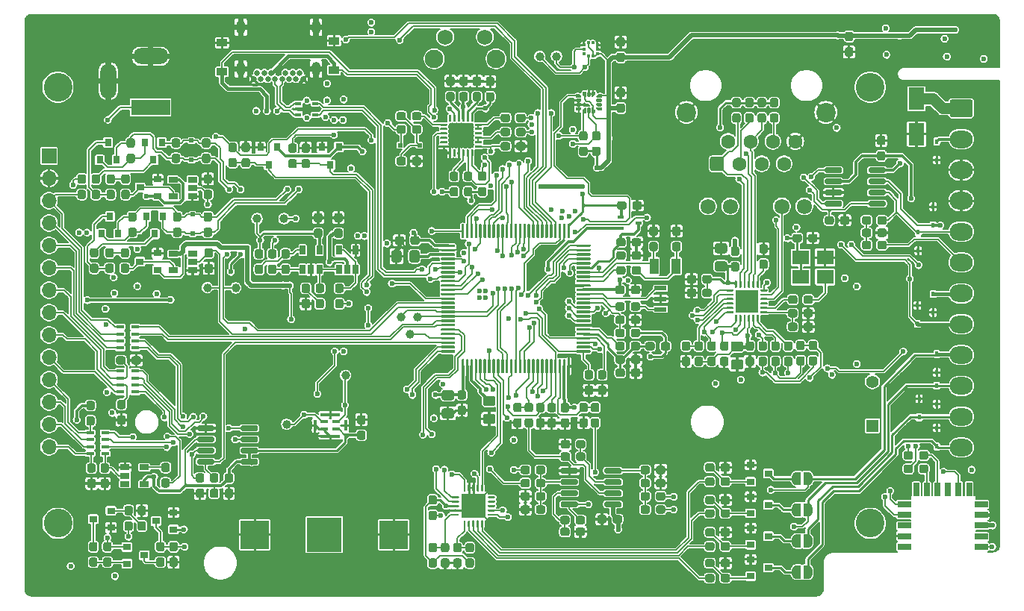
<source format=gbr>
%TF.GenerationSoftware,KiCad,Pcbnew,(5.1.7)-1*%
%TF.CreationDate,2020-11-26T18:08:09+01:00*%
%TF.ProjectId,Sleep_Monitor_2020__V2_0,536c6565-705f-44d6-9f6e-69746f725f32,rev?*%
%TF.SameCoordinates,Original*%
%TF.FileFunction,Copper,L4,Bot*%
%TF.FilePolarity,Positive*%
%FSLAX46Y46*%
G04 Gerber Fmt 4.6, Leading zero omitted, Abs format (unit mm)*
G04 Created by KiCad (PCBNEW (5.1.7)-1) date 2020-11-26 18:08:09*
%MOMM*%
%LPD*%
G01*
G04 APERTURE LIST*
%TA.AperFunction,SMDPad,CuDef*%
%ADD10C,1.000000*%
%TD*%
%TA.AperFunction,ComponentPad*%
%ADD11O,2.600000X2.000000*%
%TD*%
%TA.AperFunction,SMDPad,CuDef*%
%ADD12R,0.450000X0.600000*%
%TD*%
%TA.AperFunction,SMDPad,CuDef*%
%ADD13R,2.799999X2.799999*%
%TD*%
%TA.AperFunction,SMDPad,CuDef*%
%ADD14R,0.900000X0.800000*%
%TD*%
%TA.AperFunction,SMDPad,CuDef*%
%ADD15R,0.900000X0.400000*%
%TD*%
%TA.AperFunction,ComponentPad*%
%ADD16C,0.650000*%
%TD*%
%TA.AperFunction,ComponentPad*%
%ADD17O,1.700000X1.700000*%
%TD*%
%TA.AperFunction,ComponentPad*%
%ADD18R,1.700000X1.700000*%
%TD*%
%TA.AperFunction,WasherPad*%
%ADD19C,3.250000*%
%TD*%
%TA.AperFunction,SMDPad,CuDef*%
%ADD20R,3.960000X3.900000*%
%TD*%
%TA.AperFunction,SMDPad,CuDef*%
%ADD21R,3.180000X3.180000*%
%TD*%
%TA.AperFunction,ComponentPad*%
%ADD22R,4.400000X1.800000*%
%TD*%
%TA.AperFunction,ComponentPad*%
%ADD23O,4.000000X1.800000*%
%TD*%
%TA.AperFunction,ComponentPad*%
%ADD24O,1.800000X4.000000*%
%TD*%
%TA.AperFunction,ComponentPad*%
%ADD25C,1.600000*%
%TD*%
%TA.AperFunction,ComponentPad*%
%ADD26C,2.200000*%
%TD*%
%TA.AperFunction,ComponentPad*%
%ADD27C,1.720000*%
%TD*%
%TA.AperFunction,SMDPad,CuDef*%
%ADD28R,1.500000X0.700000*%
%TD*%
%TA.AperFunction,SMDPad,CuDef*%
%ADD29R,0.700000X1.500000*%
%TD*%
%TA.AperFunction,SMDPad,CuDef*%
%ADD30R,0.650000X0.400000*%
%TD*%
%TA.AperFunction,SMDPad,CuDef*%
%ADD31R,0.950000X0.400000*%
%TD*%
%TA.AperFunction,SMDPad,CuDef*%
%ADD32R,2.300000X0.350000*%
%TD*%
%TA.AperFunction,SMDPad,CuDef*%
%ADD33R,0.350000X1.300000*%
%TD*%
%TA.AperFunction,SMDPad,CuDef*%
%ADD34R,0.375000X0.350000*%
%TD*%
%TA.AperFunction,SMDPad,CuDef*%
%ADD35R,0.350000X0.375000*%
%TD*%
%TA.AperFunction,SMDPad,CuDef*%
%ADD36C,0.100000*%
%TD*%
%TA.AperFunction,SMDPad,CuDef*%
%ADD37R,0.650000X1.060000*%
%TD*%
%TA.AperFunction,SMDPad,CuDef*%
%ADD38R,1.060000X0.650000*%
%TD*%
%TA.AperFunction,ComponentPad*%
%ADD39C,2.100000*%
%TD*%
%TA.AperFunction,ComponentPad*%
%ADD40C,1.750000*%
%TD*%
%TA.AperFunction,SMDPad,CuDef*%
%ADD41R,0.500000X0.500000*%
%TD*%
%TA.AperFunction,SMDPad,CuDef*%
%ADD42R,0.800000X0.900000*%
%TD*%
%TA.AperFunction,ComponentPad*%
%ADD43R,1.400000X1.400000*%
%TD*%
%TA.AperFunction,ComponentPad*%
%ADD44C,1.400000*%
%TD*%
%TA.AperFunction,SMDPad,CuDef*%
%ADD45R,0.700000X0.450000*%
%TD*%
%TA.AperFunction,SMDPad,CuDef*%
%ADD46R,1.200000X0.900000*%
%TD*%
%TA.AperFunction,SMDPad,CuDef*%
%ADD47R,1.800000X2.500000*%
%TD*%
%TA.AperFunction,ComponentPad*%
%ADD48C,0.500000*%
%TD*%
%TA.AperFunction,SMDPad,CuDef*%
%ADD49R,2.700000X2.700000*%
%TD*%
%TA.AperFunction,SMDPad,CuDef*%
%ADD50R,2.600000X2.600000*%
%TD*%
%TA.AperFunction,SMDPad,CuDef*%
%ADD51R,1.950000X1.650000*%
%TD*%
%TA.AperFunction,SMDPad,CuDef*%
%ADD52R,1.400000X0.500000*%
%TD*%
%TA.AperFunction,SMDPad,CuDef*%
%ADD53R,1.000000X1.800000*%
%TD*%
%TA.AperFunction,ViaPad*%
%ADD54C,0.600000*%
%TD*%
%TA.AperFunction,Conductor*%
%ADD55C,0.381000*%
%TD*%
%TA.AperFunction,Conductor*%
%ADD56C,0.152400*%
%TD*%
%TA.AperFunction,Conductor*%
%ADD57C,0.254000*%
%TD*%
%TA.AperFunction,Conductor*%
%ADD58C,0.203200*%
%TD*%
%TA.AperFunction,Conductor*%
%ADD59C,0.508000*%
%TD*%
%TA.AperFunction,Conductor*%
%ADD60C,0.762000*%
%TD*%
%TA.AperFunction,Conductor*%
%ADD61C,0.304800*%
%TD*%
%TA.AperFunction,Conductor*%
%ADD62C,0.250000*%
%TD*%
%TA.AperFunction,Conductor*%
%ADD63C,1.270000*%
%TD*%
%TA.AperFunction,Conductor*%
%ADD64C,0.100000*%
%TD*%
G04 APERTURE END LIST*
D10*
%TO.P,TP11,1*%
%TO.N,VEXT_SWITCH_PWM*%
X57160000Y-62790000D03*
%TD*%
%TO.P,TP10,1*%
%TO.N,VUSB_SWITCH_PWM*%
X53950000Y-62760000D03*
%TD*%
%TO.P,TP9,1*%
%TO.N,+VSYS*%
X59570000Y-54920000D03*
%TD*%
%TO.P,TP8,1*%
%TO.N,Net-(R12-Pad1)*%
X62620000Y-54920000D03*
%TD*%
%TO.P,TP7,1*%
%TO.N,USBC_PD_SDA*%
X75880000Y-66080000D03*
%TD*%
%TO.P,TP6,1*%
%TO.N,USBC_PD_SCL*%
X77790000Y-66090000D03*
%TD*%
%TO.P,TP5,1*%
%TO.N,SENS_MIC_CLK*%
X62940000Y-78270000D03*
%TD*%
%TO.P,TP4,1*%
%TO.N,SENS_MIC_DATA*%
X69610000Y-72710000D03*
%TD*%
D11*
%TO.P,J5,12*%
%TO.N,/misc/IO_MISC_4*%
X139400000Y-80900000D03*
%TO.P,J5,11*%
%TO.N,/misc/IO_MISC_3*%
X139400000Y-77400000D03*
%TO.P,J5,10*%
%TO.N,/misc/IO_MISC_2*%
X139400000Y-73900000D03*
%TO.P,J5,9*%
%TO.N,/misc/IO_MISC_1*%
X139400000Y-70400000D03*
%TO.P,J5,8*%
%TO.N,/misc/UART_RX_CONN*%
X139400000Y-66900000D03*
%TO.P,J5,7*%
%TO.N,/misc/UART_TX_CONN*%
X139400000Y-63400000D03*
%TO.P,J5,6*%
%TO.N,CAN_L*%
X139400000Y-59900000D03*
%TO.P,J5,5*%
%TO.N,CAN_H*%
X139400000Y-56400000D03*
%TO.P,J5,4*%
%TO.N,GND*%
X139400000Y-52900000D03*
%TO.P,J5,3*%
X139400000Y-49400000D03*
%TO.P,J5,2*%
%TO.N,Net-(D28-Pad1)*%
X139400000Y-45900000D03*
%TO.P,J5,1*%
%TO.N,Net-(D26-Pad1)*%
%TA.AperFunction,ComponentPad*%
G36*
G01*
X138350000Y-41400000D02*
X140450000Y-41400000D01*
G75*
G02*
X140700000Y-41650000I0J-250000D01*
G01*
X140700000Y-43150000D01*
G75*
G02*
X140450000Y-43400000I-250000J0D01*
G01*
X138350000Y-43400000D01*
G75*
G02*
X138100000Y-43150000I0J250000D01*
G01*
X138100000Y-41650000D01*
G75*
G02*
X138350000Y-41400000I250000J0D01*
G01*
G37*
%TD.AperFunction*%
%TD*%
D10*
%TO.P,TP3,1*%
%TO.N,SENS_SDA*%
X93520000Y-36520000D03*
%TD*%
%TO.P,TP2,1*%
%TO.N,SENS_SCL*%
X91620000Y-36520000D03*
%TD*%
%TO.P,R125,2*%
%TO.N,Net-(R124-Pad1)*%
%TA.AperFunction,SMDPad,CuDef*%
G36*
G01*
X82527500Y-92780000D02*
X82052500Y-92780000D01*
G75*
G02*
X81815000Y-92542500I0J237500D01*
G01*
X81815000Y-91967500D01*
G75*
G02*
X82052500Y-91730000I237500J0D01*
G01*
X82527500Y-91730000D01*
G75*
G02*
X82765000Y-91967500I0J-237500D01*
G01*
X82765000Y-92542500D01*
G75*
G02*
X82527500Y-92780000I-237500J0D01*
G01*
G37*
%TD.AperFunction*%
%TO.P,R125,1*%
%TO.N,GND*%
%TA.AperFunction,SMDPad,CuDef*%
G36*
G01*
X82527500Y-94530000D02*
X82052500Y-94530000D01*
G75*
G02*
X81815000Y-94292500I0J237500D01*
G01*
X81815000Y-93717500D01*
G75*
G02*
X82052500Y-93480000I237500J0D01*
G01*
X82527500Y-93480000D01*
G75*
G02*
X82765000Y-93717500I0J-237500D01*
G01*
X82765000Y-94292500D01*
G75*
G02*
X82527500Y-94530000I-237500J0D01*
G01*
G37*
%TD.AperFunction*%
%TD*%
%TO.P,R124,2*%
%TO.N,+3V3_LP*%
%TA.AperFunction,SMDPad,CuDef*%
G36*
G01*
X83452500Y-93480000D02*
X83927500Y-93480000D01*
G75*
G02*
X84165000Y-93717500I0J-237500D01*
G01*
X84165000Y-94292500D01*
G75*
G02*
X83927500Y-94530000I-237500J0D01*
G01*
X83452500Y-94530000D01*
G75*
G02*
X83215000Y-94292500I0J237500D01*
G01*
X83215000Y-93717500D01*
G75*
G02*
X83452500Y-93480000I237500J0D01*
G01*
G37*
%TD.AperFunction*%
%TO.P,R124,1*%
%TO.N,Net-(R124-Pad1)*%
%TA.AperFunction,SMDPad,CuDef*%
G36*
G01*
X83452500Y-91730000D02*
X83927500Y-91730000D01*
G75*
G02*
X84165000Y-91967500I0J-237500D01*
G01*
X84165000Y-92542500D01*
G75*
G02*
X83927500Y-92780000I-237500J0D01*
G01*
X83452500Y-92780000D01*
G75*
G02*
X83215000Y-92542500I0J237500D01*
G01*
X83215000Y-91967500D01*
G75*
G02*
X83452500Y-91730000I237500J0D01*
G01*
G37*
%TD.AperFunction*%
%TD*%
%TO.P,R123,2*%
%TO.N,Net-(R122-Pad1)*%
%TA.AperFunction,SMDPad,CuDef*%
G36*
G01*
X81127500Y-92780000D02*
X80652500Y-92780000D01*
G75*
G02*
X80415000Y-92542500I0J237500D01*
G01*
X80415000Y-91967500D01*
G75*
G02*
X80652500Y-91730000I237500J0D01*
G01*
X81127500Y-91730000D01*
G75*
G02*
X81365000Y-91967500I0J-237500D01*
G01*
X81365000Y-92542500D01*
G75*
G02*
X81127500Y-92780000I-237500J0D01*
G01*
G37*
%TD.AperFunction*%
%TO.P,R123,1*%
%TO.N,GND*%
%TA.AperFunction,SMDPad,CuDef*%
G36*
G01*
X81127500Y-94530000D02*
X80652500Y-94530000D01*
G75*
G02*
X80415000Y-94292500I0J237500D01*
G01*
X80415000Y-93717500D01*
G75*
G02*
X80652500Y-93480000I237500J0D01*
G01*
X81127500Y-93480000D01*
G75*
G02*
X81365000Y-93717500I0J-237500D01*
G01*
X81365000Y-94292500D01*
G75*
G02*
X81127500Y-94530000I-237500J0D01*
G01*
G37*
%TD.AperFunction*%
%TD*%
%TO.P,R122,2*%
%TO.N,+3V3_LP*%
%TA.AperFunction,SMDPad,CuDef*%
G36*
G01*
X79252500Y-93480000D02*
X79727500Y-93480000D01*
G75*
G02*
X79965000Y-93717500I0J-237500D01*
G01*
X79965000Y-94292500D01*
G75*
G02*
X79727500Y-94530000I-237500J0D01*
G01*
X79252500Y-94530000D01*
G75*
G02*
X79015000Y-94292500I0J237500D01*
G01*
X79015000Y-93717500D01*
G75*
G02*
X79252500Y-93480000I237500J0D01*
G01*
G37*
%TD.AperFunction*%
%TO.P,R122,1*%
%TO.N,Net-(R122-Pad1)*%
%TA.AperFunction,SMDPad,CuDef*%
G36*
G01*
X79252500Y-91730000D02*
X79727500Y-91730000D01*
G75*
G02*
X79965000Y-91967500I0J-237500D01*
G01*
X79965000Y-92542500D01*
G75*
G02*
X79727500Y-92780000I-237500J0D01*
G01*
X79252500Y-92780000D01*
G75*
G02*
X79015000Y-92542500I0J237500D01*
G01*
X79015000Y-91967500D01*
G75*
G02*
X79252500Y-91730000I237500J0D01*
G01*
G37*
%TD.AperFunction*%
%TD*%
D12*
%TO.P,D36,2*%
%TO.N,GND*%
X136620000Y-78670000D03*
%TO.P,D36,1*%
%TO.N,/misc/IO_MISC_4*%
X136620000Y-80770000D03*
%TD*%
%TO.P,D37,2*%
%TO.N,GND*%
X134420000Y-64770000D03*
%TO.P,D37,1*%
%TO.N,/misc/UART_RX_CONN*%
X134420000Y-66870000D03*
%TD*%
%TO.P,D34,2*%
%TO.N,GND*%
X134620000Y-75370000D03*
%TO.P,D34,1*%
%TO.N,/misc/IO_MISC_3*%
X134620000Y-77470000D03*
%TD*%
%TO.P,D35,2*%
%TO.N,GND*%
X136220000Y-65570000D03*
%TO.P,D35,1*%
%TO.N,/misc/UART_TX_CONN*%
X136220000Y-63470000D03*
%TD*%
%TO.P,D33,2*%
%TO.N,GND*%
X136620000Y-75970000D03*
%TO.P,D33,1*%
%TO.N,/misc/IO_MISC_2*%
X136620000Y-73870000D03*
%TD*%
%TO.P,D32,2*%
%TO.N,GND*%
X136220000Y-53570000D03*
%TO.P,D32,1*%
%TO.N,CAN_L*%
X136220000Y-55670000D03*
%TD*%
%TO.P,D31,2*%
%TO.N,GND*%
X136620000Y-72370000D03*
%TO.P,D31,1*%
%TO.N,/misc/IO_MISC_1*%
X136620000Y-70270000D03*
%TD*%
%TO.P,D30,2*%
%TO.N,GND*%
X134520000Y-58570000D03*
%TO.P,D30,1*%
%TO.N,CAN_H*%
X134520000Y-56470000D03*
%TD*%
%TO.P,D29,2*%
%TO.N,GND*%
X136620000Y-48270000D03*
%TO.P,D29,1*%
%TO.N,Net-(D28-Pad1)*%
X136620000Y-46170000D03*
%TD*%
%TO.P,R156,2*%
%TO.N,IO_ANALOG_2*%
%TA.AperFunction,SMDPad,CuDef*%
G36*
G01*
X90627500Y-76880000D02*
X90152500Y-76880000D01*
G75*
G02*
X89915000Y-76642500I0J237500D01*
G01*
X89915000Y-76067500D01*
G75*
G02*
X90152500Y-75830000I237500J0D01*
G01*
X90627500Y-75830000D01*
G75*
G02*
X90865000Y-76067500I0J-237500D01*
G01*
X90865000Y-76642500D01*
G75*
G02*
X90627500Y-76880000I-237500J0D01*
G01*
G37*
%TD.AperFunction*%
%TO.P,R156,1*%
%TO.N,Net-(R151-Pad1)*%
%TA.AperFunction,SMDPad,CuDef*%
G36*
G01*
X90627500Y-78630000D02*
X90152500Y-78630000D01*
G75*
G02*
X89915000Y-78392500I0J237500D01*
G01*
X89915000Y-77817500D01*
G75*
G02*
X90152500Y-77580000I237500J0D01*
G01*
X90627500Y-77580000D01*
G75*
G02*
X90865000Y-77817500I0J-237500D01*
G01*
X90865000Y-78392500D01*
G75*
G02*
X90627500Y-78630000I-237500J0D01*
G01*
G37*
%TD.AperFunction*%
%TD*%
%TO.P,R155,2*%
%TO.N,IO_ANALOG_1*%
%TA.AperFunction,SMDPad,CuDef*%
G36*
G01*
X98127500Y-76880000D02*
X97652500Y-76880000D01*
G75*
G02*
X97415000Y-76642500I0J237500D01*
G01*
X97415000Y-76067500D01*
G75*
G02*
X97652500Y-75830000I237500J0D01*
G01*
X98127500Y-75830000D01*
G75*
G02*
X98365000Y-76067500I0J-237500D01*
G01*
X98365000Y-76642500D01*
G75*
G02*
X98127500Y-76880000I-237500J0D01*
G01*
G37*
%TD.AperFunction*%
%TO.P,R155,1*%
%TO.N,Net-(R153-Pad1)*%
%TA.AperFunction,SMDPad,CuDef*%
G36*
G01*
X98127500Y-78630000D02*
X97652500Y-78630000D01*
G75*
G02*
X97415000Y-78392500I0J237500D01*
G01*
X97415000Y-77817500D01*
G75*
G02*
X97652500Y-77580000I237500J0D01*
G01*
X98127500Y-77580000D01*
G75*
G02*
X98365000Y-77817500I0J-237500D01*
G01*
X98365000Y-78392500D01*
G75*
G02*
X98127500Y-78630000I-237500J0D01*
G01*
G37*
%TD.AperFunction*%
%TD*%
%TO.P,C96,2*%
%TO.N,GND*%
%TA.AperFunction,SMDPad,CuDef*%
G36*
G01*
X88852500Y-77580000D02*
X89327500Y-77580000D01*
G75*
G02*
X89565000Y-77817500I0J-237500D01*
G01*
X89565000Y-78392500D01*
G75*
G02*
X89327500Y-78630000I-237500J0D01*
G01*
X88852500Y-78630000D01*
G75*
G02*
X88615000Y-78392500I0J237500D01*
G01*
X88615000Y-77817500D01*
G75*
G02*
X88852500Y-77580000I237500J0D01*
G01*
G37*
%TD.AperFunction*%
%TO.P,C96,1*%
%TO.N,IO_ANALOG_2*%
%TA.AperFunction,SMDPad,CuDef*%
G36*
G01*
X88852500Y-75830000D02*
X89327500Y-75830000D01*
G75*
G02*
X89565000Y-76067500I0J-237500D01*
G01*
X89565000Y-76642500D01*
G75*
G02*
X89327500Y-76880000I-237500J0D01*
G01*
X88852500Y-76880000D01*
G75*
G02*
X88615000Y-76642500I0J237500D01*
G01*
X88615000Y-76067500D01*
G75*
G02*
X88852500Y-75830000I237500J0D01*
G01*
G37*
%TD.AperFunction*%
%TD*%
%TO.P,C95,2*%
%TO.N,GND*%
%TA.AperFunction,SMDPad,CuDef*%
G36*
G01*
X96352500Y-77580000D02*
X96827500Y-77580000D01*
G75*
G02*
X97065000Y-77817500I0J-237500D01*
G01*
X97065000Y-78392500D01*
G75*
G02*
X96827500Y-78630000I-237500J0D01*
G01*
X96352500Y-78630000D01*
G75*
G02*
X96115000Y-78392500I0J237500D01*
G01*
X96115000Y-77817500D01*
G75*
G02*
X96352500Y-77580000I237500J0D01*
G01*
G37*
%TD.AperFunction*%
%TO.P,C95,1*%
%TO.N,IO_ANALOG_1*%
%TA.AperFunction,SMDPad,CuDef*%
G36*
G01*
X96352500Y-75830000D02*
X96827500Y-75830000D01*
G75*
G02*
X97065000Y-76067500I0J-237500D01*
G01*
X97065000Y-76642500D01*
G75*
G02*
X96827500Y-76880000I-237500J0D01*
G01*
X96352500Y-76880000D01*
G75*
G02*
X96115000Y-76642500I0J237500D01*
G01*
X96115000Y-76067500D01*
G75*
G02*
X96352500Y-75830000I237500J0D01*
G01*
G37*
%TD.AperFunction*%
%TD*%
D13*
%TO.P,U31,21*%
%TO.N,GND*%
X84100001Y-87530004D03*
%TO.P,U31,20*%
%TO.N,GPIO_EXP_MOSI*%
%TA.AperFunction,SMDPad,CuDef*%
G36*
G01*
X81724998Y-86405003D02*
X82375000Y-86405003D01*
G75*
G02*
X82499999Y-86530002I0J-124999D01*
G01*
X82499999Y-86530002D01*
G75*
G02*
X82375000Y-86655001I-124999J0D01*
G01*
X81724998Y-86655001D01*
G75*
G02*
X81599999Y-86530002I0J124999D01*
G01*
X81599999Y-86530002D01*
G75*
G02*
X81724998Y-86405003I124999J0D01*
G01*
G37*
%TD.AperFunction*%
%TO.P,U31,19*%
%TO.N,GPIO_EXP_SCK*%
%TA.AperFunction,SMDPad,CuDef*%
G36*
G01*
X81724998Y-86905002D02*
X82375000Y-86905002D01*
G75*
G02*
X82499999Y-87030001I0J-124999D01*
G01*
X82499999Y-87030001D01*
G75*
G02*
X82375000Y-87155000I-124999J0D01*
G01*
X81724998Y-87155000D01*
G75*
G02*
X81599999Y-87030001I0J124999D01*
G01*
X81599999Y-87030001D01*
G75*
G02*
X81724998Y-86905002I124999J0D01*
G01*
G37*
%TD.AperFunction*%
%TO.P,U31,18*%
%TO.N,+3V3_LP*%
%TA.AperFunction,SMDPad,CuDef*%
G36*
G01*
X81724998Y-87405005D02*
X82375000Y-87405005D01*
G75*
G02*
X82499999Y-87530004I0J-124999D01*
G01*
X82499999Y-87530004D01*
G75*
G02*
X82375000Y-87655003I-124999J0D01*
G01*
X81724998Y-87655003D01*
G75*
G02*
X81599999Y-87530004I0J124999D01*
G01*
X81599999Y-87530004D01*
G75*
G02*
X81724998Y-87405005I124999J0D01*
G01*
G37*
%TD.AperFunction*%
%TO.P,U31,17*%
%TO.N,GND*%
%TA.AperFunction,SMDPad,CuDef*%
G36*
G01*
X81724998Y-87905003D02*
X82375000Y-87905003D01*
G75*
G02*
X82499999Y-88030002I0J-124999D01*
G01*
X82499999Y-88030002D01*
G75*
G02*
X82375000Y-88155001I-124999J0D01*
G01*
X81724998Y-88155001D01*
G75*
G02*
X81599999Y-88030002I0J124999D01*
G01*
X81599999Y-88030002D01*
G75*
G02*
X81724998Y-87905003I124999J0D01*
G01*
G37*
%TD.AperFunction*%
%TO.P,U31,16*%
%TO.N,Net-(R122-Pad1)*%
%TA.AperFunction,SMDPad,CuDef*%
G36*
G01*
X81724998Y-88405002D02*
X82375000Y-88405002D01*
G75*
G02*
X82499999Y-88530001I0J-124999D01*
G01*
X82499999Y-88530001D01*
G75*
G02*
X82375000Y-88655000I-124999J0D01*
G01*
X81724998Y-88655000D01*
G75*
G02*
X81599999Y-88530001I0J124999D01*
G01*
X81599999Y-88530001D01*
G75*
G02*
X81724998Y-88405002I124999J0D01*
G01*
G37*
%TD.AperFunction*%
%TO.P,U31,15*%
%TO.N,Net-(R124-Pad1)*%
%TA.AperFunction,SMDPad,CuDef*%
G36*
G01*
X82975000Y-89905002D02*
X82975000Y-89255000D01*
G75*
G02*
X83099999Y-89130001I124999J0D01*
G01*
X83099999Y-89130001D01*
G75*
G02*
X83224998Y-89255000I0J-124999D01*
G01*
X83224998Y-89905002D01*
G75*
G02*
X83099999Y-90030001I-124999J0D01*
G01*
X83099999Y-90030001D01*
G75*
G02*
X82975000Y-89905002I0J124999D01*
G01*
G37*
%TD.AperFunction*%
%TO.P,U31,14*%
%TO.N,IO_SINK_4*%
%TA.AperFunction,SMDPad,CuDef*%
G36*
G01*
X83474999Y-89905002D02*
X83474999Y-89255000D01*
G75*
G02*
X83599998Y-89130001I124999J0D01*
G01*
X83599998Y-89130001D01*
G75*
G02*
X83724997Y-89255000I0J-124999D01*
G01*
X83724997Y-89905002D01*
G75*
G02*
X83599998Y-90030001I-124999J0D01*
G01*
X83599998Y-90030001D01*
G75*
G02*
X83474999Y-89905002I0J124999D01*
G01*
G37*
%TD.AperFunction*%
%TO.P,U31,13*%
%TO.N,IO_SINK_3*%
%TA.AperFunction,SMDPad,CuDef*%
G36*
G01*
X83975000Y-89905002D02*
X83975000Y-89255000D01*
G75*
G02*
X84099999Y-89130001I124999J0D01*
G01*
X84099999Y-89130001D01*
G75*
G02*
X84224998Y-89255000I0J-124999D01*
G01*
X84224998Y-89905002D01*
G75*
G02*
X84099999Y-90030001I-124999J0D01*
G01*
X84099999Y-90030001D01*
G75*
G02*
X83975000Y-89905002I0J124999D01*
G01*
G37*
%TD.AperFunction*%
%TO.P,U31,12*%
%TO.N,IO_SINK_2*%
%TA.AperFunction,SMDPad,CuDef*%
G36*
G01*
X84475000Y-89905002D02*
X84475000Y-89255000D01*
G75*
G02*
X84599999Y-89130001I124999J0D01*
G01*
X84599999Y-89130001D01*
G75*
G02*
X84724998Y-89255000I0J-124999D01*
G01*
X84724998Y-89905002D01*
G75*
G02*
X84599999Y-90030001I-124999J0D01*
G01*
X84599999Y-90030001D01*
G75*
G02*
X84475000Y-89905002I0J124999D01*
G01*
G37*
%TD.AperFunction*%
%TO.P,U31,11*%
%TO.N,IO_SINK_1*%
%TA.AperFunction,SMDPad,CuDef*%
G36*
G01*
X84974999Y-89905002D02*
X84974999Y-89255000D01*
G75*
G02*
X85099998Y-89130001I124999J0D01*
G01*
X85099998Y-89130001D01*
G75*
G02*
X85224997Y-89255000I0J-124999D01*
G01*
X85224997Y-89905002D01*
G75*
G02*
X85099998Y-90030001I-124999J0D01*
G01*
X85099998Y-90030001D01*
G75*
G02*
X84974999Y-89905002I0J124999D01*
G01*
G37*
%TD.AperFunction*%
%TO.P,U31,10*%
%TO.N,IO_DIGITAL_2*%
%TA.AperFunction,SMDPad,CuDef*%
G36*
G01*
X85824997Y-88405002D02*
X86474999Y-88405002D01*
G75*
G02*
X86599998Y-88530001I0J-124999D01*
G01*
X86599998Y-88530001D01*
G75*
G02*
X86474999Y-88655000I-124999J0D01*
G01*
X85824997Y-88655000D01*
G75*
G02*
X85699998Y-88530001I0J124999D01*
G01*
X85699998Y-88530001D01*
G75*
G02*
X85824997Y-88405002I124999J0D01*
G01*
G37*
%TD.AperFunction*%
%TO.P,U31,9*%
%TO.N,IO_DIGITAL_1*%
%TA.AperFunction,SMDPad,CuDef*%
G36*
G01*
X85824997Y-87905003D02*
X86474999Y-87905003D01*
G75*
G02*
X86599998Y-88030002I0J-124999D01*
G01*
X86599998Y-88030002D01*
G75*
G02*
X86474999Y-88155001I-124999J0D01*
G01*
X85824997Y-88155001D01*
G75*
G02*
X85699998Y-88030002I0J124999D01*
G01*
X85699998Y-88030002D01*
G75*
G02*
X85824997Y-87905003I124999J0D01*
G01*
G37*
%TD.AperFunction*%
%TO.P,U31,8*%
%TO.N,Net-(U31-Pad8)*%
%TA.AperFunction,SMDPad,CuDef*%
G36*
G01*
X85824997Y-87405005D02*
X86474999Y-87405005D01*
G75*
G02*
X86599998Y-87530004I0J-124999D01*
G01*
X86599998Y-87530004D01*
G75*
G02*
X86474999Y-87655003I-124999J0D01*
G01*
X85824997Y-87655003D01*
G75*
G02*
X85699998Y-87530004I0J124999D01*
G01*
X85699998Y-87530004D01*
G75*
G02*
X85824997Y-87405005I124999J0D01*
G01*
G37*
%TD.AperFunction*%
%TO.P,U31,7*%
%TO.N,Net-(U31-Pad7)*%
%TA.AperFunction,SMDPad,CuDef*%
G36*
G01*
X85824997Y-86905002D02*
X86474999Y-86905002D01*
G75*
G02*
X86599998Y-87030001I0J-124999D01*
G01*
X86599998Y-87030001D01*
G75*
G02*
X86474999Y-87155000I-124999J0D01*
G01*
X85824997Y-87155000D01*
G75*
G02*
X85699998Y-87030001I0J124999D01*
G01*
X85699998Y-87030001D01*
G75*
G02*
X85824997Y-86905002I124999J0D01*
G01*
G37*
%TD.AperFunction*%
%TO.P,U31,6*%
%TO.N,Net-(U31-Pad6)*%
%TA.AperFunction,SMDPad,CuDef*%
G36*
G01*
X85824997Y-86405003D02*
X86474999Y-86405003D01*
G75*
G02*
X86599998Y-86530002I0J-124999D01*
G01*
X86599998Y-86530002D01*
G75*
G02*
X86474999Y-86655001I-124999J0D01*
G01*
X85824997Y-86655001D01*
G75*
G02*
X85699998Y-86530002I0J124999D01*
G01*
X85699998Y-86530002D01*
G75*
G02*
X85824997Y-86405003I124999J0D01*
G01*
G37*
%TD.AperFunction*%
%TO.P,U31,5*%
%TO.N,GPIO_EXP_CS*%
%TA.AperFunction,SMDPad,CuDef*%
G36*
G01*
X84974999Y-85805003D02*
X84974999Y-85155001D01*
G75*
G02*
X85099998Y-85030002I124999J0D01*
G01*
X85099998Y-85030002D01*
G75*
G02*
X85224997Y-85155001I0J-124999D01*
G01*
X85224997Y-85805003D01*
G75*
G02*
X85099998Y-85930002I-124999J0D01*
G01*
X85099998Y-85930002D01*
G75*
G02*
X84974999Y-85805003I0J124999D01*
G01*
G37*
%TD.AperFunction*%
%TO.P,U31,4*%
%TO.N,Net-(R121-Pad1)*%
%TA.AperFunction,SMDPad,CuDef*%
G36*
G01*
X84475000Y-85805003D02*
X84475000Y-85155001D01*
G75*
G02*
X84599999Y-85030002I124999J0D01*
G01*
X84599999Y-85030002D01*
G75*
G02*
X84724998Y-85155001I0J-124999D01*
G01*
X84724998Y-85805003D01*
G75*
G02*
X84599999Y-85930002I-124999J0D01*
G01*
X84599999Y-85930002D01*
G75*
G02*
X84475000Y-85805003I0J124999D01*
G01*
G37*
%TD.AperFunction*%
%TO.P,U31,3*%
%TO.N,GND*%
%TA.AperFunction,SMDPad,CuDef*%
G36*
G01*
X83975000Y-85805003D02*
X83975000Y-85155001D01*
G75*
G02*
X84099999Y-85030002I124999J0D01*
G01*
X84099999Y-85030002D01*
G75*
G02*
X84224998Y-85155001I0J-124999D01*
G01*
X84224998Y-85805003D01*
G75*
G02*
X84099999Y-85930002I-124999J0D01*
G01*
X84099999Y-85930002D01*
G75*
G02*
X83975000Y-85805003I0J124999D01*
G01*
G37*
%TD.AperFunction*%
%TO.P,U31,2*%
%TA.AperFunction,SMDPad,CuDef*%
G36*
G01*
X83474999Y-85805003D02*
X83474999Y-85155001D01*
G75*
G02*
X83599998Y-85030002I124999J0D01*
G01*
X83599998Y-85030002D01*
G75*
G02*
X83724997Y-85155001I0J-124999D01*
G01*
X83724997Y-85805003D01*
G75*
G02*
X83599998Y-85930002I-124999J0D01*
G01*
X83599998Y-85930002D01*
G75*
G02*
X83474999Y-85805003I0J124999D01*
G01*
G37*
%TD.AperFunction*%
%TO.P,U31,1*%
%TO.N,GPIO_EXP_MISO*%
%TA.AperFunction,SMDPad,CuDef*%
G36*
G01*
X82975000Y-85805003D02*
X82975000Y-85155001D01*
G75*
G02*
X83099999Y-85030002I124999J0D01*
G01*
X83099999Y-85030002D01*
G75*
G02*
X83224998Y-85155001I0J-124999D01*
G01*
X83224998Y-85805003D01*
G75*
G02*
X83099999Y-85930002I-124999J0D01*
G01*
X83099999Y-85930002D01*
G75*
G02*
X82975000Y-85805003I0J124999D01*
G01*
G37*
%TD.AperFunction*%
%TD*%
%TO.P,R121,2*%
%TO.N,+3V3_LP*%
%TA.AperFunction,SMDPad,CuDef*%
G36*
G01*
X79727500Y-87380000D02*
X79252500Y-87380000D01*
G75*
G02*
X79015000Y-87142500I0J237500D01*
G01*
X79015000Y-86567500D01*
G75*
G02*
X79252500Y-86330000I237500J0D01*
G01*
X79727500Y-86330000D01*
G75*
G02*
X79965000Y-86567500I0J-237500D01*
G01*
X79965000Y-87142500D01*
G75*
G02*
X79727500Y-87380000I-237500J0D01*
G01*
G37*
%TD.AperFunction*%
%TO.P,R121,1*%
%TO.N,Net-(R121-Pad1)*%
%TA.AperFunction,SMDPad,CuDef*%
G36*
G01*
X79727500Y-89130000D02*
X79252500Y-89130000D01*
G75*
G02*
X79015000Y-88892500I0J237500D01*
G01*
X79015000Y-88317500D01*
G75*
G02*
X79252500Y-88080000I237500J0D01*
G01*
X79727500Y-88080000D01*
G75*
G02*
X79965000Y-88317500I0J-237500D01*
G01*
X79965000Y-88892500D01*
G75*
G02*
X79727500Y-89130000I-237500J0D01*
G01*
G37*
%TD.AperFunction*%
%TD*%
%TO.P,R94,2*%
%TO.N,+3V3_LP*%
%TA.AperFunction,SMDPad,CuDef*%
G36*
G01*
X122827500Y-69840000D02*
X122352500Y-69840000D01*
G75*
G02*
X122115000Y-69602500I0J237500D01*
G01*
X122115000Y-69027500D01*
G75*
G02*
X122352500Y-68790000I237500J0D01*
G01*
X122827500Y-68790000D01*
G75*
G02*
X123065000Y-69027500I0J-237500D01*
G01*
X123065000Y-69602500D01*
G75*
G02*
X122827500Y-69840000I-237500J0D01*
G01*
G37*
%TD.AperFunction*%
%TO.P,R94,1*%
%TO.N,RMII_CRS_DV*%
%TA.AperFunction,SMDPad,CuDef*%
G36*
G01*
X122827500Y-71590000D02*
X122352500Y-71590000D01*
G75*
G02*
X122115000Y-71352500I0J237500D01*
G01*
X122115000Y-70777500D01*
G75*
G02*
X122352500Y-70540000I237500J0D01*
G01*
X122827500Y-70540000D01*
G75*
G02*
X123065000Y-70777500I0J-237500D01*
G01*
X123065000Y-71352500D01*
G75*
G02*
X122827500Y-71590000I-237500J0D01*
G01*
G37*
%TD.AperFunction*%
%TD*%
%TO.P,R90,2*%
%TO.N,+3V3_LP*%
%TA.AperFunction,SMDPad,CuDef*%
G36*
G01*
X121417500Y-69840000D02*
X120942500Y-69840000D01*
G75*
G02*
X120705000Y-69602500I0J237500D01*
G01*
X120705000Y-69027500D01*
G75*
G02*
X120942500Y-68790000I237500J0D01*
G01*
X121417500Y-68790000D01*
G75*
G02*
X121655000Y-69027500I0J-237500D01*
G01*
X121655000Y-69602500D01*
G75*
G02*
X121417500Y-69840000I-237500J0D01*
G01*
G37*
%TD.AperFunction*%
%TO.P,R90,1*%
%TO.N,RMII_RX_D0*%
%TA.AperFunction,SMDPad,CuDef*%
G36*
G01*
X121417500Y-71590000D02*
X120942500Y-71590000D01*
G75*
G02*
X120705000Y-71352500I0J237500D01*
G01*
X120705000Y-70777500D01*
G75*
G02*
X120942500Y-70540000I237500J0D01*
G01*
X121417500Y-70540000D01*
G75*
G02*
X121655000Y-70777500I0J-237500D01*
G01*
X121655000Y-71352500D01*
G75*
G02*
X121417500Y-71590000I-237500J0D01*
G01*
G37*
%TD.AperFunction*%
%TD*%
%TO.P,C80,1*%
%TO.N,Net-(C80-Pad1)*%
%TA.AperFunction,SMDPad,CuDef*%
G36*
G01*
X128150000Y-56757500D02*
X128150000Y-56282500D01*
G75*
G02*
X128387500Y-56045000I237500J0D01*
G01*
X128962500Y-56045000D01*
G75*
G02*
X129200000Y-56282500I0J-237500D01*
G01*
X129200000Y-56757500D01*
G75*
G02*
X128962500Y-56995000I-237500J0D01*
G01*
X128387500Y-56995000D01*
G75*
G02*
X128150000Y-56757500I0J237500D01*
G01*
G37*
%TD.AperFunction*%
%TO.P,C80,2*%
%TO.N,GND*%
%TA.AperFunction,SMDPad,CuDef*%
G36*
G01*
X129900000Y-56757500D02*
X129900000Y-56282500D01*
G75*
G02*
X130137500Y-56045000I237500J0D01*
G01*
X130712500Y-56045000D01*
G75*
G02*
X130950000Y-56282500I0J-237500D01*
G01*
X130950000Y-56757500D01*
G75*
G02*
X130712500Y-56995000I-237500J0D01*
G01*
X130137500Y-56995000D01*
G75*
G02*
X129900000Y-56757500I0J237500D01*
G01*
G37*
%TD.AperFunction*%
%TD*%
%TO.P,R110,1*%
%TO.N,CAN_L*%
%TA.AperFunction,SMDPad,CuDef*%
G36*
G01*
X130950000Y-57682500D02*
X130950000Y-58157500D01*
G75*
G02*
X130712500Y-58395000I-237500J0D01*
G01*
X130137500Y-58395000D01*
G75*
G02*
X129900000Y-58157500I0J237500D01*
G01*
X129900000Y-57682500D01*
G75*
G02*
X130137500Y-57445000I237500J0D01*
G01*
X130712500Y-57445000D01*
G75*
G02*
X130950000Y-57682500I0J-237500D01*
G01*
G37*
%TD.AperFunction*%
%TO.P,R110,2*%
%TO.N,Net-(C80-Pad1)*%
%TA.AperFunction,SMDPad,CuDef*%
G36*
G01*
X129200000Y-57682500D02*
X129200000Y-58157500D01*
G75*
G02*
X128962500Y-58395000I-237500J0D01*
G01*
X128387500Y-58395000D01*
G75*
G02*
X128150000Y-58157500I0J237500D01*
G01*
X128150000Y-57682500D01*
G75*
G02*
X128387500Y-57445000I237500J0D01*
G01*
X128962500Y-57445000D01*
G75*
G02*
X129200000Y-57682500I0J-237500D01*
G01*
G37*
%TD.AperFunction*%
%TD*%
%TO.P,R109,1*%
%TO.N,Net-(C80-Pad1)*%
%TA.AperFunction,SMDPad,CuDef*%
G36*
G01*
X128150000Y-55357500D02*
X128150000Y-54882500D01*
G75*
G02*
X128387500Y-54645000I237500J0D01*
G01*
X128962500Y-54645000D01*
G75*
G02*
X129200000Y-54882500I0J-237500D01*
G01*
X129200000Y-55357500D01*
G75*
G02*
X128962500Y-55595000I-237500J0D01*
G01*
X128387500Y-55595000D01*
G75*
G02*
X128150000Y-55357500I0J237500D01*
G01*
G37*
%TD.AperFunction*%
%TO.P,R109,2*%
%TO.N,CAN_H*%
%TA.AperFunction,SMDPad,CuDef*%
G36*
G01*
X129900000Y-55357500D02*
X129900000Y-54882500D01*
G75*
G02*
X130137500Y-54645000I237500J0D01*
G01*
X130712500Y-54645000D01*
G75*
G02*
X130950000Y-54882500I0J-237500D01*
G01*
X130950000Y-55357500D01*
G75*
G02*
X130712500Y-55595000I-237500J0D01*
G01*
X130137500Y-55595000D01*
G75*
G02*
X129900000Y-55357500I0J237500D01*
G01*
G37*
%TD.AperFunction*%
%TD*%
%TO.P,R106,2*%
%TO.N,+3V3_LP*%
%TA.AperFunction,SMDPad,CuDef*%
G36*
G01*
X114157500Y-42280000D02*
X113682500Y-42280000D01*
G75*
G02*
X113445000Y-42042500I0J237500D01*
G01*
X113445000Y-41467500D01*
G75*
G02*
X113682500Y-41230000I237500J0D01*
G01*
X114157500Y-41230000D01*
G75*
G02*
X114395000Y-41467500I0J-237500D01*
G01*
X114395000Y-42042500D01*
G75*
G02*
X114157500Y-42280000I-237500J0D01*
G01*
G37*
%TD.AperFunction*%
%TO.P,R106,1*%
%TO.N,/com/ETH_TX+*%
%TA.AperFunction,SMDPad,CuDef*%
G36*
G01*
X114157500Y-44030000D02*
X113682500Y-44030000D01*
G75*
G02*
X113445000Y-43792500I0J237500D01*
G01*
X113445000Y-43217500D01*
G75*
G02*
X113682500Y-42980000I237500J0D01*
G01*
X114157500Y-42980000D01*
G75*
G02*
X114395000Y-43217500I0J-237500D01*
G01*
X114395000Y-43792500D01*
G75*
G02*
X114157500Y-44030000I-237500J0D01*
G01*
G37*
%TD.AperFunction*%
%TD*%
%TO.P,R105,2*%
%TO.N,+3V3_LP*%
%TA.AperFunction,SMDPad,CuDef*%
G36*
G01*
X115627500Y-42280000D02*
X115152500Y-42280000D01*
G75*
G02*
X114915000Y-42042500I0J237500D01*
G01*
X114915000Y-41467500D01*
G75*
G02*
X115152500Y-41230000I237500J0D01*
G01*
X115627500Y-41230000D01*
G75*
G02*
X115865000Y-41467500I0J-237500D01*
G01*
X115865000Y-42042500D01*
G75*
G02*
X115627500Y-42280000I-237500J0D01*
G01*
G37*
%TD.AperFunction*%
%TO.P,R105,1*%
%TO.N,/com/ETH_TX-*%
%TA.AperFunction,SMDPad,CuDef*%
G36*
G01*
X115627500Y-44030000D02*
X115152500Y-44030000D01*
G75*
G02*
X114915000Y-43792500I0J237500D01*
G01*
X114915000Y-43217500D01*
G75*
G02*
X115152500Y-42980000I237500J0D01*
G01*
X115627500Y-42980000D01*
G75*
G02*
X115865000Y-43217500I0J-237500D01*
G01*
X115865000Y-43792500D01*
G75*
G02*
X115627500Y-44030000I-237500J0D01*
G01*
G37*
%TD.AperFunction*%
%TD*%
%TO.P,R104,2*%
%TO.N,+3V3_LP*%
%TA.AperFunction,SMDPad,CuDef*%
G36*
G01*
X117027500Y-42280000D02*
X116552500Y-42280000D01*
G75*
G02*
X116315000Y-42042500I0J237500D01*
G01*
X116315000Y-41467500D01*
G75*
G02*
X116552500Y-41230000I237500J0D01*
G01*
X117027500Y-41230000D01*
G75*
G02*
X117265000Y-41467500I0J-237500D01*
G01*
X117265000Y-42042500D01*
G75*
G02*
X117027500Y-42280000I-237500J0D01*
G01*
G37*
%TD.AperFunction*%
%TO.P,R104,1*%
%TO.N,/com/ETH_RX+*%
%TA.AperFunction,SMDPad,CuDef*%
G36*
G01*
X117027500Y-44030000D02*
X116552500Y-44030000D01*
G75*
G02*
X116315000Y-43792500I0J237500D01*
G01*
X116315000Y-43217500D01*
G75*
G02*
X116552500Y-42980000I237500J0D01*
G01*
X117027500Y-42980000D01*
G75*
G02*
X117265000Y-43217500I0J-237500D01*
G01*
X117265000Y-43792500D01*
G75*
G02*
X117027500Y-44030000I-237500J0D01*
G01*
G37*
%TD.AperFunction*%
%TD*%
%TO.P,R103,2*%
%TO.N,+3V3_LP*%
%TA.AperFunction,SMDPad,CuDef*%
G36*
G01*
X118427500Y-42280000D02*
X117952500Y-42280000D01*
G75*
G02*
X117715000Y-42042500I0J237500D01*
G01*
X117715000Y-41467500D01*
G75*
G02*
X117952500Y-41230000I237500J0D01*
G01*
X118427500Y-41230000D01*
G75*
G02*
X118665000Y-41467500I0J-237500D01*
G01*
X118665000Y-42042500D01*
G75*
G02*
X118427500Y-42280000I-237500J0D01*
G01*
G37*
%TD.AperFunction*%
%TO.P,R103,1*%
%TO.N,/com/ETH_RX-*%
%TA.AperFunction,SMDPad,CuDef*%
G36*
G01*
X118427500Y-44030000D02*
X117952500Y-44030000D01*
G75*
G02*
X117715000Y-43792500I0J237500D01*
G01*
X117715000Y-43217500D01*
G75*
G02*
X117952500Y-42980000I237500J0D01*
G01*
X118427500Y-42980000D01*
G75*
G02*
X118665000Y-43217500I0J-237500D01*
G01*
X118665000Y-43792500D01*
G75*
G02*
X118427500Y-44030000I-237500J0D01*
G01*
G37*
%TD.AperFunction*%
%TD*%
D14*
%TO.P,Q9,3*%
%TO.N,Net-(JP4-Pad2)*%
X117520000Y-94540000D03*
%TO.P,Q9,2*%
%TO.N,GND*%
X115520000Y-93590000D03*
%TO.P,Q9,1*%
%TO.N,Net-(Q9-Pad1)*%
X115520000Y-95490000D03*
%TD*%
%TO.P,Q8,3*%
%TO.N,Net-(JP3-Pad2)*%
X117520000Y-90973332D03*
%TO.P,Q8,2*%
%TO.N,GND*%
X115520000Y-90023332D03*
%TO.P,Q8,1*%
%TO.N,Net-(Q8-Pad1)*%
X115520000Y-91923332D03*
%TD*%
%TO.P,Q7,3*%
%TO.N,Net-(JP2-Pad2)*%
X117520000Y-87406666D03*
%TO.P,Q7,2*%
%TO.N,GND*%
X115520000Y-86456666D03*
%TO.P,Q7,1*%
%TO.N,Net-(Q7-Pad1)*%
X115520000Y-88356666D03*
%TD*%
%TO.P,Q6,3*%
%TO.N,Net-(JP1-Pad2)*%
X117520000Y-83840000D03*
%TO.P,Q6,2*%
%TO.N,GND*%
X115520000Y-82890000D03*
%TO.P,Q6,1*%
%TO.N,Net-(Q6-Pad1)*%
X115520000Y-84790000D03*
%TD*%
D10*
%TO.P,TP1,1*%
%TO.N,Net-(TP1-Pad1)*%
X76890000Y-68030000D03*
%TD*%
%TO.P,U9,100*%
%TO.N,+3V3*%
%TA.AperFunction,SMDPad,CuDef*%
G36*
G01*
X95050000Y-55600000D02*
X95050000Y-57050000D01*
G75*
G02*
X94975000Y-57125000I-75000J0D01*
G01*
X94825000Y-57125000D01*
G75*
G02*
X94750000Y-57050000I0J75000D01*
G01*
X94750000Y-55600000D01*
G75*
G02*
X94825000Y-55525000I75000J0D01*
G01*
X94975000Y-55525000D01*
G75*
G02*
X95050000Y-55600000I0J-75000D01*
G01*
G37*
%TD.AperFunction*%
%TO.P,U9,99*%
%TO.N,GND*%
%TA.AperFunction,SMDPad,CuDef*%
G36*
G01*
X94550000Y-55600000D02*
X94550000Y-57050000D01*
G75*
G02*
X94475000Y-57125000I-75000J0D01*
G01*
X94325000Y-57125000D01*
G75*
G02*
X94250000Y-57050000I0J75000D01*
G01*
X94250000Y-55600000D01*
G75*
G02*
X94325000Y-55525000I75000J0D01*
G01*
X94475000Y-55525000D01*
G75*
G02*
X94550000Y-55600000I0J-75000D01*
G01*
G37*
%TD.AperFunction*%
%TO.P,U9,98*%
%TO.N,CHARGER_BOOST_EN*%
%TA.AperFunction,SMDPad,CuDef*%
G36*
G01*
X94050000Y-55600000D02*
X94050000Y-57050000D01*
G75*
G02*
X93975000Y-57125000I-75000J0D01*
G01*
X93825000Y-57125000D01*
G75*
G02*
X93750000Y-57050000I0J75000D01*
G01*
X93750000Y-55600000D01*
G75*
G02*
X93825000Y-55525000I75000J0D01*
G01*
X93975000Y-55525000D01*
G75*
G02*
X94050000Y-55600000I0J-75000D01*
G01*
G37*
%TD.AperFunction*%
%TO.P,U9,97*%
%TO.N,/mcu/BOOT0*%
%TA.AperFunction,SMDPad,CuDef*%
G36*
G01*
X93550000Y-55600000D02*
X93550000Y-57050000D01*
G75*
G02*
X93475000Y-57125000I-75000J0D01*
G01*
X93325000Y-57125000D01*
G75*
G02*
X93250000Y-57050000I0J75000D01*
G01*
X93250000Y-55600000D01*
G75*
G02*
X93325000Y-55525000I75000J0D01*
G01*
X93475000Y-55525000D01*
G75*
G02*
X93550000Y-55600000I0J-75000D01*
G01*
G37*
%TD.AperFunction*%
%TO.P,U9,96*%
%TO.N,LED_R_PWM*%
%TA.AperFunction,SMDPad,CuDef*%
G36*
G01*
X93050000Y-55600000D02*
X93050000Y-57050000D01*
G75*
G02*
X92975000Y-57125000I-75000J0D01*
G01*
X92825000Y-57125000D01*
G75*
G02*
X92750000Y-57050000I0J75000D01*
G01*
X92750000Y-55600000D01*
G75*
G02*
X92825000Y-55525000I75000J0D01*
G01*
X92975000Y-55525000D01*
G75*
G02*
X93050000Y-55600000I0J-75000D01*
G01*
G37*
%TD.AperFunction*%
%TO.P,U9,95*%
%TO.N,LED_G_PWM*%
%TA.AperFunction,SMDPad,CuDef*%
G36*
G01*
X92550000Y-55600000D02*
X92550000Y-57050000D01*
G75*
G02*
X92475000Y-57125000I-75000J0D01*
G01*
X92325000Y-57125000D01*
G75*
G02*
X92250000Y-57050000I0J75000D01*
G01*
X92250000Y-55600000D01*
G75*
G02*
X92325000Y-55525000I75000J0D01*
G01*
X92475000Y-55525000D01*
G75*
G02*
X92550000Y-55600000I0J-75000D01*
G01*
G37*
%TD.AperFunction*%
%TO.P,U9,94*%
%TO.N,/mcu/BOOT0*%
%TA.AperFunction,SMDPad,CuDef*%
G36*
G01*
X92050000Y-55600000D02*
X92050000Y-57050000D01*
G75*
G02*
X91975000Y-57125000I-75000J0D01*
G01*
X91825000Y-57125000D01*
G75*
G02*
X91750000Y-57050000I0J75000D01*
G01*
X91750000Y-55600000D01*
G75*
G02*
X91825000Y-55525000I75000J0D01*
G01*
X91975000Y-55525000D01*
G75*
G02*
X92050000Y-55600000I0J-75000D01*
G01*
G37*
%TD.AperFunction*%
%TO.P,U9,93*%
%TO.N,SENS_SDA*%
%TA.AperFunction,SMDPad,CuDef*%
G36*
G01*
X91550000Y-55600000D02*
X91550000Y-57050000D01*
G75*
G02*
X91475000Y-57125000I-75000J0D01*
G01*
X91325000Y-57125000D01*
G75*
G02*
X91250000Y-57050000I0J75000D01*
G01*
X91250000Y-55600000D01*
G75*
G02*
X91325000Y-55525000I75000J0D01*
G01*
X91475000Y-55525000D01*
G75*
G02*
X91550000Y-55600000I0J-75000D01*
G01*
G37*
%TD.AperFunction*%
%TO.P,U9,92*%
%TO.N,SENS_SCL*%
%TA.AperFunction,SMDPad,CuDef*%
G36*
G01*
X91050000Y-55600000D02*
X91050000Y-57050000D01*
G75*
G02*
X90975000Y-57125000I-75000J0D01*
G01*
X90825000Y-57125000D01*
G75*
G02*
X90750000Y-57050000I0J75000D01*
G01*
X90750000Y-55600000D01*
G75*
G02*
X90825000Y-55525000I75000J0D01*
G01*
X90975000Y-55525000D01*
G75*
G02*
X91050000Y-55600000I0J-75000D01*
G01*
G37*
%TD.AperFunction*%
%TO.P,U9,91*%
%TO.N,D_MOSI*%
%TA.AperFunction,SMDPad,CuDef*%
G36*
G01*
X90550000Y-55600000D02*
X90550000Y-57050000D01*
G75*
G02*
X90475000Y-57125000I-75000J0D01*
G01*
X90325000Y-57125000D01*
G75*
G02*
X90250000Y-57050000I0J75000D01*
G01*
X90250000Y-55600000D01*
G75*
G02*
X90325000Y-55525000I75000J0D01*
G01*
X90475000Y-55525000D01*
G75*
G02*
X90550000Y-55600000I0J-75000D01*
G01*
G37*
%TD.AperFunction*%
%TO.P,U9,90*%
%TO.N,D_MISO*%
%TA.AperFunction,SMDPad,CuDef*%
G36*
G01*
X90050000Y-55600000D02*
X90050000Y-57050000D01*
G75*
G02*
X89975000Y-57125000I-75000J0D01*
G01*
X89825000Y-57125000D01*
G75*
G02*
X89750000Y-57050000I0J75000D01*
G01*
X89750000Y-55600000D01*
G75*
G02*
X89825000Y-55525000I75000J0D01*
G01*
X89975000Y-55525000D01*
G75*
G02*
X90050000Y-55600000I0J-75000D01*
G01*
G37*
%TD.AperFunction*%
%TO.P,U9,89*%
%TO.N,D_SCK*%
%TA.AperFunction,SMDPad,CuDef*%
G36*
G01*
X89550000Y-55600000D02*
X89550000Y-57050000D01*
G75*
G02*
X89475000Y-57125000I-75000J0D01*
G01*
X89325000Y-57125000D01*
G75*
G02*
X89250000Y-57050000I0J75000D01*
G01*
X89250000Y-55600000D01*
G75*
G02*
X89325000Y-55525000I75000J0D01*
G01*
X89475000Y-55525000D01*
G75*
G02*
X89550000Y-55600000I0J-75000D01*
G01*
G37*
%TD.AperFunction*%
%TO.P,U9,88*%
%TO.N,D_DC_RS*%
%TA.AperFunction,SMDPad,CuDef*%
G36*
G01*
X89050000Y-55600000D02*
X89050000Y-57050000D01*
G75*
G02*
X88975000Y-57125000I-75000J0D01*
G01*
X88825000Y-57125000D01*
G75*
G02*
X88750000Y-57050000I0J75000D01*
G01*
X88750000Y-55600000D01*
G75*
G02*
X88825000Y-55525000I75000J0D01*
G01*
X88975000Y-55525000D01*
G75*
G02*
X89050000Y-55600000I0J-75000D01*
G01*
G37*
%TD.AperFunction*%
%TO.P,U9,87*%
%TO.N,IO_UART_RX*%
%TA.AperFunction,SMDPad,CuDef*%
G36*
G01*
X88550000Y-55600000D02*
X88550000Y-57050000D01*
G75*
G02*
X88475000Y-57125000I-75000J0D01*
G01*
X88325000Y-57125000D01*
G75*
G02*
X88250000Y-57050000I0J75000D01*
G01*
X88250000Y-55600000D01*
G75*
G02*
X88325000Y-55525000I75000J0D01*
G01*
X88475000Y-55525000D01*
G75*
G02*
X88550000Y-55600000I0J-75000D01*
G01*
G37*
%TD.AperFunction*%
%TO.P,U9,86*%
%TO.N,IO_UART_TX*%
%TA.AperFunction,SMDPad,CuDef*%
G36*
G01*
X88050000Y-55600000D02*
X88050000Y-57050000D01*
G75*
G02*
X87975000Y-57125000I-75000J0D01*
G01*
X87825000Y-57125000D01*
G75*
G02*
X87750000Y-57050000I0J75000D01*
G01*
X87750000Y-55600000D01*
G75*
G02*
X87825000Y-55525000I75000J0D01*
G01*
X87975000Y-55525000D01*
G75*
G02*
X88050000Y-55600000I0J-75000D01*
G01*
G37*
%TD.AperFunction*%
%TO.P,U9,85*%
%TO.N,T_IRQ*%
%TA.AperFunction,SMDPad,CuDef*%
G36*
G01*
X87550000Y-55600000D02*
X87550000Y-57050000D01*
G75*
G02*
X87475000Y-57125000I-75000J0D01*
G01*
X87325000Y-57125000D01*
G75*
G02*
X87250000Y-57050000I0J75000D01*
G01*
X87250000Y-55600000D01*
G75*
G02*
X87325000Y-55525000I75000J0D01*
G01*
X87475000Y-55525000D01*
G75*
G02*
X87550000Y-55600000I0J-75000D01*
G01*
G37*
%TD.AperFunction*%
%TO.P,U9,84*%
%TO.N,GPIO_EXP_SCK*%
%TA.AperFunction,SMDPad,CuDef*%
G36*
G01*
X87050000Y-55600000D02*
X87050000Y-57050000D01*
G75*
G02*
X86975000Y-57125000I-75000J0D01*
G01*
X86825000Y-57125000D01*
G75*
G02*
X86750000Y-57050000I0J75000D01*
G01*
X86750000Y-55600000D01*
G75*
G02*
X86825000Y-55525000I75000J0D01*
G01*
X86975000Y-55525000D01*
G75*
G02*
X87050000Y-55600000I0J-75000D01*
G01*
G37*
%TD.AperFunction*%
%TO.P,U9,83*%
%TO.N,SD_CMD*%
%TA.AperFunction,SMDPad,CuDef*%
G36*
G01*
X86550000Y-55600000D02*
X86550000Y-57050000D01*
G75*
G02*
X86475000Y-57125000I-75000J0D01*
G01*
X86325000Y-57125000D01*
G75*
G02*
X86250000Y-57050000I0J75000D01*
G01*
X86250000Y-55600000D01*
G75*
G02*
X86325000Y-55525000I75000J0D01*
G01*
X86475000Y-55525000D01*
G75*
G02*
X86550000Y-55600000I0J-75000D01*
G01*
G37*
%TD.AperFunction*%
%TO.P,U9,82*%
%TO.N,CAN_TX*%
%TA.AperFunction,SMDPad,CuDef*%
G36*
G01*
X86050000Y-55600000D02*
X86050000Y-57050000D01*
G75*
G02*
X85975000Y-57125000I-75000J0D01*
G01*
X85825000Y-57125000D01*
G75*
G02*
X85750000Y-57050000I0J75000D01*
G01*
X85750000Y-55600000D01*
G75*
G02*
X85825000Y-55525000I75000J0D01*
G01*
X85975000Y-55525000D01*
G75*
G02*
X86050000Y-55600000I0J-75000D01*
G01*
G37*
%TD.AperFunction*%
%TO.P,U9,81*%
%TO.N,CAN_RX*%
%TA.AperFunction,SMDPad,CuDef*%
G36*
G01*
X85550000Y-55600000D02*
X85550000Y-57050000D01*
G75*
G02*
X85475000Y-57125000I-75000J0D01*
G01*
X85325000Y-57125000D01*
G75*
G02*
X85250000Y-57050000I0J75000D01*
G01*
X85250000Y-55600000D01*
G75*
G02*
X85325000Y-55525000I75000J0D01*
G01*
X85475000Y-55525000D01*
G75*
G02*
X85550000Y-55600000I0J-75000D01*
G01*
G37*
%TD.AperFunction*%
%TO.P,U9,80*%
%TO.N,SD_CLK*%
%TA.AperFunction,SMDPad,CuDef*%
G36*
G01*
X85050000Y-55600000D02*
X85050000Y-57050000D01*
G75*
G02*
X84975000Y-57125000I-75000J0D01*
G01*
X84825000Y-57125000D01*
G75*
G02*
X84750000Y-57050000I0J75000D01*
G01*
X84750000Y-55600000D01*
G75*
G02*
X84825000Y-55525000I75000J0D01*
G01*
X84975000Y-55525000D01*
G75*
G02*
X85050000Y-55600000I0J-75000D01*
G01*
G37*
%TD.AperFunction*%
%TO.P,U9,79*%
%TO.N,SD_D3*%
%TA.AperFunction,SMDPad,CuDef*%
G36*
G01*
X84550000Y-55600000D02*
X84550000Y-57050000D01*
G75*
G02*
X84475000Y-57125000I-75000J0D01*
G01*
X84325000Y-57125000D01*
G75*
G02*
X84250000Y-57050000I0J75000D01*
G01*
X84250000Y-55600000D01*
G75*
G02*
X84325000Y-55525000I75000J0D01*
G01*
X84475000Y-55525000D01*
G75*
G02*
X84550000Y-55600000I0J-75000D01*
G01*
G37*
%TD.AperFunction*%
%TO.P,U9,78*%
%TO.N,SD_D2*%
%TA.AperFunction,SMDPad,CuDef*%
G36*
G01*
X84050000Y-55600000D02*
X84050000Y-57050000D01*
G75*
G02*
X83975000Y-57125000I-75000J0D01*
G01*
X83825000Y-57125000D01*
G75*
G02*
X83750000Y-57050000I0J75000D01*
G01*
X83750000Y-55600000D01*
G75*
G02*
X83825000Y-55525000I75000J0D01*
G01*
X83975000Y-55525000D01*
G75*
G02*
X84050000Y-55600000I0J-75000D01*
G01*
G37*
%TD.AperFunction*%
%TO.P,U9,77*%
%TO.N,CAN_STB*%
%TA.AperFunction,SMDPad,CuDef*%
G36*
G01*
X83550000Y-55600000D02*
X83550000Y-57050000D01*
G75*
G02*
X83475000Y-57125000I-75000J0D01*
G01*
X83325000Y-57125000D01*
G75*
G02*
X83250000Y-57050000I0J75000D01*
G01*
X83250000Y-55600000D01*
G75*
G02*
X83325000Y-55525000I75000J0D01*
G01*
X83475000Y-55525000D01*
G75*
G02*
X83550000Y-55600000I0J-75000D01*
G01*
G37*
%TD.AperFunction*%
%TO.P,U9,76*%
%TO.N,/mcu/SWCLK*%
%TA.AperFunction,SMDPad,CuDef*%
G36*
G01*
X83050000Y-55600000D02*
X83050000Y-57050000D01*
G75*
G02*
X82975000Y-57125000I-75000J0D01*
G01*
X82825000Y-57125000D01*
G75*
G02*
X82750000Y-57050000I0J75000D01*
G01*
X82750000Y-55600000D01*
G75*
G02*
X82825000Y-55525000I75000J0D01*
G01*
X82975000Y-55525000D01*
G75*
G02*
X83050000Y-55600000I0J-75000D01*
G01*
G37*
%TD.AperFunction*%
%TO.P,U9,75*%
%TO.N,+3V3*%
%TA.AperFunction,SMDPad,CuDef*%
G36*
G01*
X82025000Y-57925000D02*
X82025000Y-58075000D01*
G75*
G02*
X81950000Y-58150000I-75000J0D01*
G01*
X80500000Y-58150000D01*
G75*
G02*
X80425000Y-58075000I0J75000D01*
G01*
X80425000Y-57925000D01*
G75*
G02*
X80500000Y-57850000I75000J0D01*
G01*
X81950000Y-57850000D01*
G75*
G02*
X82025000Y-57925000I0J-75000D01*
G01*
G37*
%TD.AperFunction*%
%TO.P,U9,74*%
%TO.N,GND*%
%TA.AperFunction,SMDPad,CuDef*%
G36*
G01*
X82025000Y-58425000D02*
X82025000Y-58575000D01*
G75*
G02*
X81950000Y-58650000I-75000J0D01*
G01*
X80500000Y-58650000D01*
G75*
G02*
X80425000Y-58575000I0J75000D01*
G01*
X80425000Y-58425000D01*
G75*
G02*
X80500000Y-58350000I75000J0D01*
G01*
X81950000Y-58350000D01*
G75*
G02*
X82025000Y-58425000I0J-75000D01*
G01*
G37*
%TD.AperFunction*%
%TO.P,U9,73*%
%TO.N,Net-(C23-Pad1)*%
%TA.AperFunction,SMDPad,CuDef*%
G36*
G01*
X82025000Y-58925000D02*
X82025000Y-59075000D01*
G75*
G02*
X81950000Y-59150000I-75000J0D01*
G01*
X80500000Y-59150000D01*
G75*
G02*
X80425000Y-59075000I0J75000D01*
G01*
X80425000Y-58925000D01*
G75*
G02*
X80500000Y-58850000I75000J0D01*
G01*
X81950000Y-58850000D01*
G75*
G02*
X82025000Y-58925000I0J-75000D01*
G01*
G37*
%TD.AperFunction*%
%TO.P,U9,72*%
%TO.N,/mcu/SWDIO*%
%TA.AperFunction,SMDPad,CuDef*%
G36*
G01*
X82025000Y-59425000D02*
X82025000Y-59575000D01*
G75*
G02*
X81950000Y-59650000I-75000J0D01*
G01*
X80500000Y-59650000D01*
G75*
G02*
X80425000Y-59575000I0J75000D01*
G01*
X80425000Y-59425000D01*
G75*
G02*
X80500000Y-59350000I75000J0D01*
G01*
X81950000Y-59350000D01*
G75*
G02*
X82025000Y-59425000I0J-75000D01*
G01*
G37*
%TD.AperFunction*%
%TO.P,U9,71*%
%TO.N,USBC_D+*%
%TA.AperFunction,SMDPad,CuDef*%
G36*
G01*
X82025000Y-59925000D02*
X82025000Y-60075000D01*
G75*
G02*
X81950000Y-60150000I-75000J0D01*
G01*
X80500000Y-60150000D01*
G75*
G02*
X80425000Y-60075000I0J75000D01*
G01*
X80425000Y-59925000D01*
G75*
G02*
X80500000Y-59850000I75000J0D01*
G01*
X81950000Y-59850000D01*
G75*
G02*
X82025000Y-59925000I0J-75000D01*
G01*
G37*
%TD.AperFunction*%
%TO.P,U9,70*%
%TO.N,USBC_D-*%
%TA.AperFunction,SMDPad,CuDef*%
G36*
G01*
X82025000Y-60425000D02*
X82025000Y-60575000D01*
G75*
G02*
X81950000Y-60650000I-75000J0D01*
G01*
X80500000Y-60650000D01*
G75*
G02*
X80425000Y-60575000I0J75000D01*
G01*
X80425000Y-60425000D01*
G75*
G02*
X80500000Y-60350000I75000J0D01*
G01*
X81950000Y-60350000D01*
G75*
G02*
X82025000Y-60425000I0J-75000D01*
G01*
G37*
%TD.AperFunction*%
%TO.P,U9,69*%
%TO.N,/mcu/UART_DBG_RX*%
%TA.AperFunction,SMDPad,CuDef*%
G36*
G01*
X82025000Y-60925000D02*
X82025000Y-61075000D01*
G75*
G02*
X81950000Y-61150000I-75000J0D01*
G01*
X80500000Y-61150000D01*
G75*
G02*
X80425000Y-61075000I0J75000D01*
G01*
X80425000Y-60925000D01*
G75*
G02*
X80500000Y-60850000I75000J0D01*
G01*
X81950000Y-60850000D01*
G75*
G02*
X82025000Y-60925000I0J-75000D01*
G01*
G37*
%TD.AperFunction*%
%TO.P,U9,68*%
%TO.N,/mcu/UART_DBG_TX*%
%TA.AperFunction,SMDPad,CuDef*%
G36*
G01*
X82025000Y-61425000D02*
X82025000Y-61575000D01*
G75*
G02*
X81950000Y-61650000I-75000J0D01*
G01*
X80500000Y-61650000D01*
G75*
G02*
X80425000Y-61575000I0J75000D01*
G01*
X80425000Y-61425000D01*
G75*
G02*
X80500000Y-61350000I75000J0D01*
G01*
X81950000Y-61350000D01*
G75*
G02*
X82025000Y-61425000I0J-75000D01*
G01*
G37*
%TD.AperFunction*%
%TO.P,U9,67*%
%TO.N,SENS_IMU_INT1*%
%TA.AperFunction,SMDPad,CuDef*%
G36*
G01*
X82025000Y-61925000D02*
X82025000Y-62075000D01*
G75*
G02*
X81950000Y-62150000I-75000J0D01*
G01*
X80500000Y-62150000D01*
G75*
G02*
X80425000Y-62075000I0J75000D01*
G01*
X80425000Y-61925000D01*
G75*
G02*
X80500000Y-61850000I75000J0D01*
G01*
X81950000Y-61850000D01*
G75*
G02*
X82025000Y-61925000I0J-75000D01*
G01*
G37*
%TD.AperFunction*%
%TO.P,U9,66*%
%TO.N,SD_D1*%
%TA.AperFunction,SMDPad,CuDef*%
G36*
G01*
X82025000Y-62425000D02*
X82025000Y-62575000D01*
G75*
G02*
X81950000Y-62650000I-75000J0D01*
G01*
X80500000Y-62650000D01*
G75*
G02*
X80425000Y-62575000I0J75000D01*
G01*
X80425000Y-62425000D01*
G75*
G02*
X80500000Y-62350000I75000J0D01*
G01*
X81950000Y-62350000D01*
G75*
G02*
X82025000Y-62425000I0J-75000D01*
G01*
G37*
%TD.AperFunction*%
%TO.P,U9,65*%
%TO.N,SD_D0*%
%TA.AperFunction,SMDPad,CuDef*%
G36*
G01*
X82025000Y-62925000D02*
X82025000Y-63075000D01*
G75*
G02*
X81950000Y-63150000I-75000J0D01*
G01*
X80500000Y-63150000D01*
G75*
G02*
X80425000Y-63075000I0J75000D01*
G01*
X80425000Y-62925000D01*
G75*
G02*
X80500000Y-62850000I75000J0D01*
G01*
X81950000Y-62850000D01*
G75*
G02*
X82025000Y-62925000I0J-75000D01*
G01*
G37*
%TD.AperFunction*%
%TO.P,U9,64*%
%TO.N,SD_DETECT*%
%TA.AperFunction,SMDPad,CuDef*%
G36*
G01*
X82025000Y-63425000D02*
X82025000Y-63575000D01*
G75*
G02*
X81950000Y-63650000I-75000J0D01*
G01*
X80500000Y-63650000D01*
G75*
G02*
X80425000Y-63575000I0J75000D01*
G01*
X80425000Y-63425000D01*
G75*
G02*
X80500000Y-63350000I75000J0D01*
G01*
X81950000Y-63350000D01*
G75*
G02*
X82025000Y-63425000I0J-75000D01*
G01*
G37*
%TD.AperFunction*%
%TO.P,U9,63*%
%TO.N,3V3_LP_PRECHARGE*%
%TA.AperFunction,SMDPad,CuDef*%
G36*
G01*
X82025000Y-63925000D02*
X82025000Y-64075000D01*
G75*
G02*
X81950000Y-64150000I-75000J0D01*
G01*
X80500000Y-64150000D01*
G75*
G02*
X80425000Y-64075000I0J75000D01*
G01*
X80425000Y-63925000D01*
G75*
G02*
X80500000Y-63850000I75000J0D01*
G01*
X81950000Y-63850000D01*
G75*
G02*
X82025000Y-63925000I0J-75000D01*
G01*
G37*
%TD.AperFunction*%
%TO.P,U9,62*%
%TO.N,VEXT_SWITCH_PWM*%
%TA.AperFunction,SMDPad,CuDef*%
G36*
G01*
X82025000Y-64425000D02*
X82025000Y-64575000D01*
G75*
G02*
X81950000Y-64650000I-75000J0D01*
G01*
X80500000Y-64650000D01*
G75*
G02*
X80425000Y-64575000I0J75000D01*
G01*
X80425000Y-64425000D01*
G75*
G02*
X80500000Y-64350000I75000J0D01*
G01*
X81950000Y-64350000D01*
G75*
G02*
X82025000Y-64425000I0J-75000D01*
G01*
G37*
%TD.AperFunction*%
%TO.P,U9,61*%
%TO.N,VUSB_SWITCH_PWM*%
%TA.AperFunction,SMDPad,CuDef*%
G36*
G01*
X82025000Y-64925000D02*
X82025000Y-65075000D01*
G75*
G02*
X81950000Y-65150000I-75000J0D01*
G01*
X80500000Y-65150000D01*
G75*
G02*
X80425000Y-65075000I0J75000D01*
G01*
X80425000Y-64925000D01*
G75*
G02*
X80500000Y-64850000I75000J0D01*
G01*
X81950000Y-64850000D01*
G75*
G02*
X82025000Y-64925000I0J-75000D01*
G01*
G37*
%TD.AperFunction*%
%TO.P,U9,60*%
%TO.N,USBC_PD_SDA*%
%TA.AperFunction,SMDPad,CuDef*%
G36*
G01*
X82025000Y-65425000D02*
X82025000Y-65575000D01*
G75*
G02*
X81950000Y-65650000I-75000J0D01*
G01*
X80500000Y-65650000D01*
G75*
G02*
X80425000Y-65575000I0J75000D01*
G01*
X80425000Y-65425000D01*
G75*
G02*
X80500000Y-65350000I75000J0D01*
G01*
X81950000Y-65350000D01*
G75*
G02*
X82025000Y-65425000I0J-75000D01*
G01*
G37*
%TD.AperFunction*%
%TO.P,U9,59*%
%TO.N,USBC_PD_SCL*%
%TA.AperFunction,SMDPad,CuDef*%
G36*
G01*
X82025000Y-65925000D02*
X82025000Y-66075000D01*
G75*
G02*
X81950000Y-66150000I-75000J0D01*
G01*
X80500000Y-66150000D01*
G75*
G02*
X80425000Y-66075000I0J75000D01*
G01*
X80425000Y-65925000D01*
G75*
G02*
X80500000Y-65850000I75000J0D01*
G01*
X81950000Y-65850000D01*
G75*
G02*
X82025000Y-65925000I0J-75000D01*
G01*
G37*
%TD.AperFunction*%
%TO.P,U9,58*%
%TO.N,D_CS*%
%TA.AperFunction,SMDPad,CuDef*%
G36*
G01*
X82025000Y-66425000D02*
X82025000Y-66575000D01*
G75*
G02*
X81950000Y-66650000I-75000J0D01*
G01*
X80500000Y-66650000D01*
G75*
G02*
X80425000Y-66575000I0J75000D01*
G01*
X80425000Y-66425000D01*
G75*
G02*
X80500000Y-66350000I75000J0D01*
G01*
X81950000Y-66350000D01*
G75*
G02*
X82025000Y-66425000I0J-75000D01*
G01*
G37*
%TD.AperFunction*%
%TO.P,U9,57*%
%TO.N,D_RST*%
%TA.AperFunction,SMDPad,CuDef*%
G36*
G01*
X82025000Y-66925000D02*
X82025000Y-67075000D01*
G75*
G02*
X81950000Y-67150000I-75000J0D01*
G01*
X80500000Y-67150000D01*
G75*
G02*
X80425000Y-67075000I0J75000D01*
G01*
X80425000Y-66925000D01*
G75*
G02*
X80500000Y-66850000I75000J0D01*
G01*
X81950000Y-66850000D01*
G75*
G02*
X82025000Y-66925000I0J-75000D01*
G01*
G37*
%TD.AperFunction*%
%TO.P,U9,56*%
%TO.N,BLE_UART_RX*%
%TA.AperFunction,SMDPad,CuDef*%
G36*
G01*
X82025000Y-67425000D02*
X82025000Y-67575000D01*
G75*
G02*
X81950000Y-67650000I-75000J0D01*
G01*
X80500000Y-67650000D01*
G75*
G02*
X80425000Y-67575000I0J75000D01*
G01*
X80425000Y-67425000D01*
G75*
G02*
X80500000Y-67350000I75000J0D01*
G01*
X81950000Y-67350000D01*
G75*
G02*
X82025000Y-67425000I0J-75000D01*
G01*
G37*
%TD.AperFunction*%
%TO.P,U9,55*%
%TO.N,BLE_UART_TX*%
%TA.AperFunction,SMDPad,CuDef*%
G36*
G01*
X82025000Y-67925000D02*
X82025000Y-68075000D01*
G75*
G02*
X81950000Y-68150000I-75000J0D01*
G01*
X80500000Y-68150000D01*
G75*
G02*
X80425000Y-68075000I0J75000D01*
G01*
X80425000Y-67925000D01*
G75*
G02*
X80500000Y-67850000I75000J0D01*
G01*
X81950000Y-67850000D01*
G75*
G02*
X82025000Y-67925000I0J-75000D01*
G01*
G37*
%TD.AperFunction*%
%TO.P,U9,54*%
%TO.N,Net-(TP1-Pad1)*%
%TA.AperFunction,SMDPad,CuDef*%
G36*
G01*
X82025000Y-68425000D02*
X82025000Y-68575000D01*
G75*
G02*
X81950000Y-68650000I-75000J0D01*
G01*
X80500000Y-68650000D01*
G75*
G02*
X80425000Y-68575000I0J75000D01*
G01*
X80425000Y-68425000D01*
G75*
G02*
X80500000Y-68350000I75000J0D01*
G01*
X81950000Y-68350000D01*
G75*
G02*
X82025000Y-68425000I0J-75000D01*
G01*
G37*
%TD.AperFunction*%
%TO.P,U9,53*%
%TO.N,/mcu/EEPROM_CS*%
%TA.AperFunction,SMDPad,CuDef*%
G36*
G01*
X82025000Y-68925000D02*
X82025000Y-69075000D01*
G75*
G02*
X81950000Y-69150000I-75000J0D01*
G01*
X80500000Y-69150000D01*
G75*
G02*
X80425000Y-69075000I0J75000D01*
G01*
X80425000Y-68925000D01*
G75*
G02*
X80500000Y-68850000I75000J0D01*
G01*
X81950000Y-68850000D01*
G75*
G02*
X82025000Y-68925000I0J-75000D01*
G01*
G37*
%TD.AperFunction*%
%TO.P,U9,52*%
%TO.N,RMII_TX_D1*%
%TA.AperFunction,SMDPad,CuDef*%
G36*
G01*
X82025000Y-69425000D02*
X82025000Y-69575000D01*
G75*
G02*
X81950000Y-69650000I-75000J0D01*
G01*
X80500000Y-69650000D01*
G75*
G02*
X80425000Y-69575000I0J75000D01*
G01*
X80425000Y-69425000D01*
G75*
G02*
X80500000Y-69350000I75000J0D01*
G01*
X81950000Y-69350000D01*
G75*
G02*
X82025000Y-69425000I0J-75000D01*
G01*
G37*
%TD.AperFunction*%
%TO.P,U9,51*%
%TO.N,RMII_TX_D0*%
%TA.AperFunction,SMDPad,CuDef*%
G36*
G01*
X82025000Y-69925000D02*
X82025000Y-70075000D01*
G75*
G02*
X81950000Y-70150000I-75000J0D01*
G01*
X80500000Y-70150000D01*
G75*
G02*
X80425000Y-70075000I0J75000D01*
G01*
X80425000Y-69925000D01*
G75*
G02*
X80500000Y-69850000I75000J0D01*
G01*
X81950000Y-69850000D01*
G75*
G02*
X82025000Y-69925000I0J-75000D01*
G01*
G37*
%TD.AperFunction*%
%TO.P,U9,50*%
%TO.N,+3V3*%
%TA.AperFunction,SMDPad,CuDef*%
G36*
G01*
X83050000Y-70950000D02*
X83050000Y-72400000D01*
G75*
G02*
X82975000Y-72475000I-75000J0D01*
G01*
X82825000Y-72475000D01*
G75*
G02*
X82750000Y-72400000I0J75000D01*
G01*
X82750000Y-70950000D01*
G75*
G02*
X82825000Y-70875000I75000J0D01*
G01*
X82975000Y-70875000D01*
G75*
G02*
X83050000Y-70950000I0J-75000D01*
G01*
G37*
%TD.AperFunction*%
%TO.P,U9,49*%
%TO.N,GND*%
%TA.AperFunction,SMDPad,CuDef*%
G36*
G01*
X83550000Y-70950000D02*
X83550000Y-72400000D01*
G75*
G02*
X83475000Y-72475000I-75000J0D01*
G01*
X83325000Y-72475000D01*
G75*
G02*
X83250000Y-72400000I0J75000D01*
G01*
X83250000Y-70950000D01*
G75*
G02*
X83325000Y-70875000I75000J0D01*
G01*
X83475000Y-70875000D01*
G75*
G02*
X83550000Y-70950000I0J-75000D01*
G01*
G37*
%TD.AperFunction*%
%TO.P,U9,48*%
%TO.N,Net-(C22-Pad1)*%
%TA.AperFunction,SMDPad,CuDef*%
G36*
G01*
X84050000Y-70950000D02*
X84050000Y-72400000D01*
G75*
G02*
X83975000Y-72475000I-75000J0D01*
G01*
X83825000Y-72475000D01*
G75*
G02*
X83750000Y-72400000I0J75000D01*
G01*
X83750000Y-70950000D01*
G75*
G02*
X83825000Y-70875000I75000J0D01*
G01*
X83975000Y-70875000D01*
G75*
G02*
X84050000Y-70950000I0J-75000D01*
G01*
G37*
%TD.AperFunction*%
%TO.P,U9,47*%
%TO.N,RMII_TX_EN*%
%TA.AperFunction,SMDPad,CuDef*%
G36*
G01*
X84550000Y-70950000D02*
X84550000Y-72400000D01*
G75*
G02*
X84475000Y-72475000I-75000J0D01*
G01*
X84325000Y-72475000D01*
G75*
G02*
X84250000Y-72400000I0J75000D01*
G01*
X84250000Y-70950000D01*
G75*
G02*
X84325000Y-70875000I75000J0D01*
G01*
X84475000Y-70875000D01*
G75*
G02*
X84550000Y-70950000I0J-75000D01*
G01*
G37*
%TD.AperFunction*%
%TO.P,U9,46*%
%TO.N,RMII_RX_ER*%
%TA.AperFunction,SMDPad,CuDef*%
G36*
G01*
X85050000Y-70950000D02*
X85050000Y-72400000D01*
G75*
G02*
X84975000Y-72475000I-75000J0D01*
G01*
X84825000Y-72475000D01*
G75*
G02*
X84750000Y-72400000I0J75000D01*
G01*
X84750000Y-70950000D01*
G75*
G02*
X84825000Y-70875000I75000J0D01*
G01*
X84975000Y-70875000D01*
G75*
G02*
X85050000Y-70950000I0J-75000D01*
G01*
G37*
%TD.AperFunction*%
%TO.P,U9,45*%
%TO.N,GPIO_EXP_CS*%
%TA.AperFunction,SMDPad,CuDef*%
G36*
G01*
X85550000Y-70950000D02*
X85550000Y-72400000D01*
G75*
G02*
X85475000Y-72475000I-75000J0D01*
G01*
X85325000Y-72475000D01*
G75*
G02*
X85250000Y-72400000I0J75000D01*
G01*
X85250000Y-70950000D01*
G75*
G02*
X85325000Y-70875000I75000J0D01*
G01*
X85475000Y-70875000D01*
G75*
G02*
X85550000Y-70950000I0J-75000D01*
G01*
G37*
%TD.AperFunction*%
%TO.P,U9,44*%
%TO.N,D_LED*%
%TA.AperFunction,SMDPad,CuDef*%
G36*
G01*
X86050000Y-70950000D02*
X86050000Y-72400000D01*
G75*
G02*
X85975000Y-72475000I-75000J0D01*
G01*
X85825000Y-72475000D01*
G75*
G02*
X85750000Y-72400000I0J75000D01*
G01*
X85750000Y-70950000D01*
G75*
G02*
X85825000Y-70875000I75000J0D01*
G01*
X85975000Y-70875000D01*
G75*
G02*
X86050000Y-70950000I0J-75000D01*
G01*
G37*
%TD.AperFunction*%
%TO.P,U9,43*%
%TO.N,BLE_RST*%
%TA.AperFunction,SMDPad,CuDef*%
G36*
G01*
X86550000Y-70950000D02*
X86550000Y-72400000D01*
G75*
G02*
X86475000Y-72475000I-75000J0D01*
G01*
X86325000Y-72475000D01*
G75*
G02*
X86250000Y-72400000I0J75000D01*
G01*
X86250000Y-70950000D01*
G75*
G02*
X86325000Y-70875000I75000J0D01*
G01*
X86475000Y-70875000D01*
G75*
G02*
X86550000Y-70950000I0J-75000D01*
G01*
G37*
%TD.AperFunction*%
%TO.P,U9,42*%
%TO.N,Net-(D14-Pad2)*%
%TA.AperFunction,SMDPad,CuDef*%
G36*
G01*
X87050000Y-70950000D02*
X87050000Y-72400000D01*
G75*
G02*
X86975000Y-72475000I-75000J0D01*
G01*
X86825000Y-72475000D01*
G75*
G02*
X86750000Y-72400000I0J75000D01*
G01*
X86750000Y-70950000D01*
G75*
G02*
X86825000Y-70875000I75000J0D01*
G01*
X86975000Y-70875000D01*
G75*
G02*
X87050000Y-70950000I0J-75000D01*
G01*
G37*
%TD.AperFunction*%
%TO.P,U9,41*%
%TO.N,USBC_PD_RST*%
%TA.AperFunction,SMDPad,CuDef*%
G36*
G01*
X87550000Y-70950000D02*
X87550000Y-72400000D01*
G75*
G02*
X87475000Y-72475000I-75000J0D01*
G01*
X87325000Y-72475000D01*
G75*
G02*
X87250000Y-72400000I0J75000D01*
G01*
X87250000Y-70950000D01*
G75*
G02*
X87325000Y-70875000I75000J0D01*
G01*
X87475000Y-70875000D01*
G75*
G02*
X87550000Y-70950000I0J-75000D01*
G01*
G37*
%TD.AperFunction*%
%TO.P,U9,40*%
%TO.N,USBC_PD_PDO2_OK*%
%TA.AperFunction,SMDPad,CuDef*%
G36*
G01*
X88050000Y-70950000D02*
X88050000Y-72400000D01*
G75*
G02*
X87975000Y-72475000I-75000J0D01*
G01*
X87825000Y-72475000D01*
G75*
G02*
X87750000Y-72400000I0J75000D01*
G01*
X87750000Y-70950000D01*
G75*
G02*
X87825000Y-70875000I75000J0D01*
G01*
X87975000Y-70875000D01*
G75*
G02*
X88050000Y-70950000I0J-75000D01*
G01*
G37*
%TD.AperFunction*%
%TO.P,U9,39*%
%TO.N,BAT_MEASURE_EN*%
%TA.AperFunction,SMDPad,CuDef*%
G36*
G01*
X88550000Y-70950000D02*
X88550000Y-72400000D01*
G75*
G02*
X88475000Y-72475000I-75000J0D01*
G01*
X88325000Y-72475000D01*
G75*
G02*
X88250000Y-72400000I0J75000D01*
G01*
X88250000Y-70950000D01*
G75*
G02*
X88325000Y-70875000I75000J0D01*
G01*
X88475000Y-70875000D01*
G75*
G02*
X88550000Y-70950000I0J-75000D01*
G01*
G37*
%TD.AperFunction*%
%TO.P,U9,38*%
%TO.N,USBC_PD_EN_SINK*%
%TA.AperFunction,SMDPad,CuDef*%
G36*
G01*
X89050000Y-70950000D02*
X89050000Y-72400000D01*
G75*
G02*
X88975000Y-72475000I-75000J0D01*
G01*
X88825000Y-72475000D01*
G75*
G02*
X88750000Y-72400000I0J75000D01*
G01*
X88750000Y-70950000D01*
G75*
G02*
X88825000Y-70875000I75000J0D01*
G01*
X88975000Y-70875000D01*
G75*
G02*
X89050000Y-70950000I0J-75000D01*
G01*
G37*
%TD.AperFunction*%
%TO.P,U9,37*%
%TO.N,3V3_LP_SWITCH*%
%TA.AperFunction,SMDPad,CuDef*%
G36*
G01*
X89550000Y-70950000D02*
X89550000Y-72400000D01*
G75*
G02*
X89475000Y-72475000I-75000J0D01*
G01*
X89325000Y-72475000D01*
G75*
G02*
X89250000Y-72400000I0J75000D01*
G01*
X89250000Y-70950000D01*
G75*
G02*
X89325000Y-70875000I75000J0D01*
G01*
X89475000Y-70875000D01*
G75*
G02*
X89550000Y-70950000I0J-75000D01*
G01*
G37*
%TD.AperFunction*%
%TO.P,U9,36*%
%TO.N,5V_SUPPLY_EN*%
%TA.AperFunction,SMDPad,CuDef*%
G36*
G01*
X90050000Y-70950000D02*
X90050000Y-72400000D01*
G75*
G02*
X89975000Y-72475000I-75000J0D01*
G01*
X89825000Y-72475000D01*
G75*
G02*
X89750000Y-72400000I0J75000D01*
G01*
X89750000Y-70950000D01*
G75*
G02*
X89825000Y-70875000I75000J0D01*
G01*
X89975000Y-70875000D01*
G75*
G02*
X90050000Y-70950000I0J-75000D01*
G01*
G37*
%TD.AperFunction*%
%TO.P,U9,35*%
%TO.N,BUZZER*%
%TA.AperFunction,SMDPad,CuDef*%
G36*
G01*
X90550000Y-70950000D02*
X90550000Y-72400000D01*
G75*
G02*
X90475000Y-72475000I-75000J0D01*
G01*
X90325000Y-72475000D01*
G75*
G02*
X90250000Y-72400000I0J75000D01*
G01*
X90250000Y-70950000D01*
G75*
G02*
X90325000Y-70875000I75000J0D01*
G01*
X90475000Y-70875000D01*
G75*
G02*
X90550000Y-70950000I0J-75000D01*
G01*
G37*
%TD.AperFunction*%
%TO.P,U9,34*%
%TO.N,IO_ANALOG_2*%
%TA.AperFunction,SMDPad,CuDef*%
G36*
G01*
X91050000Y-70950000D02*
X91050000Y-72400000D01*
G75*
G02*
X90975000Y-72475000I-75000J0D01*
G01*
X90825000Y-72475000D01*
G75*
G02*
X90750000Y-72400000I0J75000D01*
G01*
X90750000Y-70950000D01*
G75*
G02*
X90825000Y-70875000I75000J0D01*
G01*
X90975000Y-70875000D01*
G75*
G02*
X91050000Y-70950000I0J-75000D01*
G01*
G37*
%TD.AperFunction*%
%TO.P,U9,33*%
%TO.N,RMII_RX_D1*%
%TA.AperFunction,SMDPad,CuDef*%
G36*
G01*
X91550000Y-70950000D02*
X91550000Y-72400000D01*
G75*
G02*
X91475000Y-72475000I-75000J0D01*
G01*
X91325000Y-72475000D01*
G75*
G02*
X91250000Y-72400000I0J75000D01*
G01*
X91250000Y-70950000D01*
G75*
G02*
X91325000Y-70875000I75000J0D01*
G01*
X91475000Y-70875000D01*
G75*
G02*
X91550000Y-70950000I0J-75000D01*
G01*
G37*
%TD.AperFunction*%
%TO.P,U9,32*%
%TO.N,RMII_RX_D0*%
%TA.AperFunction,SMDPad,CuDef*%
G36*
G01*
X92050000Y-70950000D02*
X92050000Y-72400000D01*
G75*
G02*
X91975000Y-72475000I-75000J0D01*
G01*
X91825000Y-72475000D01*
G75*
G02*
X91750000Y-72400000I0J75000D01*
G01*
X91750000Y-70950000D01*
G75*
G02*
X91825000Y-70875000I75000J0D01*
G01*
X91975000Y-70875000D01*
G75*
G02*
X92050000Y-70950000I0J-75000D01*
G01*
G37*
%TD.AperFunction*%
%TO.P,U9,31*%
%TO.N,RMII_CRS_DV*%
%TA.AperFunction,SMDPad,CuDef*%
G36*
G01*
X92550000Y-70950000D02*
X92550000Y-72400000D01*
G75*
G02*
X92475000Y-72475000I-75000J0D01*
G01*
X92325000Y-72475000D01*
G75*
G02*
X92250000Y-72400000I0J75000D01*
G01*
X92250000Y-70950000D01*
G75*
G02*
X92325000Y-70875000I75000J0D01*
G01*
X92475000Y-70875000D01*
G75*
G02*
X92550000Y-70950000I0J-75000D01*
G01*
G37*
%TD.AperFunction*%
%TO.P,U9,30*%
%TO.N,BAT_MEASURE_ADC*%
%TA.AperFunction,SMDPad,CuDef*%
G36*
G01*
X93050000Y-70950000D02*
X93050000Y-72400000D01*
G75*
G02*
X92975000Y-72475000I-75000J0D01*
G01*
X92825000Y-72475000D01*
G75*
G02*
X92750000Y-72400000I0J75000D01*
G01*
X92750000Y-70950000D01*
G75*
G02*
X92825000Y-70875000I75000J0D01*
G01*
X92975000Y-70875000D01*
G75*
G02*
X93050000Y-70950000I0J-75000D01*
G01*
G37*
%TD.AperFunction*%
%TO.P,U9,29*%
%TO.N,SYS_CUR_ADC*%
%TA.AperFunction,SMDPad,CuDef*%
G36*
G01*
X93550000Y-70950000D02*
X93550000Y-72400000D01*
G75*
G02*
X93475000Y-72475000I-75000J0D01*
G01*
X93325000Y-72475000D01*
G75*
G02*
X93250000Y-72400000I0J75000D01*
G01*
X93250000Y-70950000D01*
G75*
G02*
X93325000Y-70875000I75000J0D01*
G01*
X93475000Y-70875000D01*
G75*
G02*
X93550000Y-70950000I0J-75000D01*
G01*
G37*
%TD.AperFunction*%
%TO.P,U9,28*%
%TO.N,IO_ANALOG_1*%
%TA.AperFunction,SMDPad,CuDef*%
G36*
G01*
X94050000Y-70950000D02*
X94050000Y-72400000D01*
G75*
G02*
X93975000Y-72475000I-75000J0D01*
G01*
X93825000Y-72475000D01*
G75*
G02*
X93750000Y-72400000I0J75000D01*
G01*
X93750000Y-70950000D01*
G75*
G02*
X93825000Y-70875000I75000J0D01*
G01*
X93975000Y-70875000D01*
G75*
G02*
X94050000Y-70950000I0J-75000D01*
G01*
G37*
%TD.AperFunction*%
%TO.P,U9,27*%
%TO.N,+3V3*%
%TA.AperFunction,SMDPad,CuDef*%
G36*
G01*
X94550000Y-70950000D02*
X94550000Y-72400000D01*
G75*
G02*
X94475000Y-72475000I-75000J0D01*
G01*
X94325000Y-72475000D01*
G75*
G02*
X94250000Y-72400000I0J75000D01*
G01*
X94250000Y-70950000D01*
G75*
G02*
X94325000Y-70875000I75000J0D01*
G01*
X94475000Y-70875000D01*
G75*
G02*
X94550000Y-70950000I0J-75000D01*
G01*
G37*
%TD.AperFunction*%
%TO.P,U9,26*%
%TO.N,GND*%
%TA.AperFunction,SMDPad,CuDef*%
G36*
G01*
X95050000Y-70950000D02*
X95050000Y-72400000D01*
G75*
G02*
X94975000Y-72475000I-75000J0D01*
G01*
X94825000Y-72475000D01*
G75*
G02*
X94750000Y-72400000I0J75000D01*
G01*
X94750000Y-70950000D01*
G75*
G02*
X94825000Y-70875000I75000J0D01*
G01*
X94975000Y-70875000D01*
G75*
G02*
X95050000Y-70950000I0J-75000D01*
G01*
G37*
%TD.AperFunction*%
%TO.P,U9,25*%
%TO.N,V_EXT_ADC*%
%TA.AperFunction,SMDPad,CuDef*%
G36*
G01*
X97375000Y-69925000D02*
X97375000Y-70075000D01*
G75*
G02*
X97300000Y-70150000I-75000J0D01*
G01*
X95850000Y-70150000D01*
G75*
G02*
X95775000Y-70075000I0J75000D01*
G01*
X95775000Y-69925000D01*
G75*
G02*
X95850000Y-69850000I75000J0D01*
G01*
X97300000Y-69850000D01*
G75*
G02*
X97375000Y-69925000I0J-75000D01*
G01*
G37*
%TD.AperFunction*%
%TO.P,U9,24*%
%TO.N,RMII_MDIO*%
%TA.AperFunction,SMDPad,CuDef*%
G36*
G01*
X97375000Y-69425000D02*
X97375000Y-69575000D01*
G75*
G02*
X97300000Y-69650000I-75000J0D01*
G01*
X95850000Y-69650000D01*
G75*
G02*
X95775000Y-69575000I0J75000D01*
G01*
X95775000Y-69425000D01*
G75*
G02*
X95850000Y-69350000I75000J0D01*
G01*
X97300000Y-69350000D01*
G75*
G02*
X97375000Y-69425000I0J-75000D01*
G01*
G37*
%TD.AperFunction*%
%TO.P,U9,23*%
%TO.N,RMII_REF_CLK*%
%TA.AperFunction,SMDPad,CuDef*%
G36*
G01*
X97375000Y-68925000D02*
X97375000Y-69075000D01*
G75*
G02*
X97300000Y-69150000I-75000J0D01*
G01*
X95850000Y-69150000D01*
G75*
G02*
X95775000Y-69075000I0J75000D01*
G01*
X95775000Y-68925000D01*
G75*
G02*
X95850000Y-68850000I75000J0D01*
G01*
X97300000Y-68850000D01*
G75*
G02*
X97375000Y-68925000I0J-75000D01*
G01*
G37*
%TD.AperFunction*%
%TO.P,U9,22*%
%TO.N,V_USB_ADC*%
%TA.AperFunction,SMDPad,CuDef*%
G36*
G01*
X97375000Y-68425000D02*
X97375000Y-68575000D01*
G75*
G02*
X97300000Y-68650000I-75000J0D01*
G01*
X95850000Y-68650000D01*
G75*
G02*
X95775000Y-68575000I0J75000D01*
G01*
X95775000Y-68425000D01*
G75*
G02*
X95850000Y-68350000I75000J0D01*
G01*
X97300000Y-68350000D01*
G75*
G02*
X97375000Y-68425000I0J-75000D01*
G01*
G37*
%TD.AperFunction*%
%TO.P,U9,21*%
%TO.N,+3.3VA*%
%TA.AperFunction,SMDPad,CuDef*%
G36*
G01*
X97375000Y-67925000D02*
X97375000Y-68075000D01*
G75*
G02*
X97300000Y-68150000I-75000J0D01*
G01*
X95850000Y-68150000D01*
G75*
G02*
X95775000Y-68075000I0J75000D01*
G01*
X95775000Y-67925000D01*
G75*
G02*
X95850000Y-67850000I75000J0D01*
G01*
X97300000Y-67850000D01*
G75*
G02*
X97375000Y-67925000I0J-75000D01*
G01*
G37*
%TD.AperFunction*%
%TO.P,U9,20*%
%TO.N,Net-(R28-Pad1)*%
%TA.AperFunction,SMDPad,CuDef*%
G36*
G01*
X97375000Y-67425000D02*
X97375000Y-67575000D01*
G75*
G02*
X97300000Y-67650000I-75000J0D01*
G01*
X95850000Y-67650000D01*
G75*
G02*
X95775000Y-67575000I0J75000D01*
G01*
X95775000Y-67425000D01*
G75*
G02*
X95850000Y-67350000I75000J0D01*
G01*
X97300000Y-67350000D01*
G75*
G02*
X97375000Y-67425000I0J-75000D01*
G01*
G37*
%TD.AperFunction*%
%TO.P,U9,19*%
%TO.N,GND*%
%TA.AperFunction,SMDPad,CuDef*%
G36*
G01*
X97375000Y-66925000D02*
X97375000Y-67075000D01*
G75*
G02*
X97300000Y-67150000I-75000J0D01*
G01*
X95850000Y-67150000D01*
G75*
G02*
X95775000Y-67075000I0J75000D01*
G01*
X95775000Y-66925000D01*
G75*
G02*
X95850000Y-66850000I75000J0D01*
G01*
X97300000Y-66850000D01*
G75*
G02*
X97375000Y-66925000I0J-75000D01*
G01*
G37*
%TD.AperFunction*%
%TO.P,U9,18*%
%TO.N,GPIO_EXP_MOSI*%
%TA.AperFunction,SMDPad,CuDef*%
G36*
G01*
X97375000Y-66425000D02*
X97375000Y-66575000D01*
G75*
G02*
X97300000Y-66650000I-75000J0D01*
G01*
X95850000Y-66650000D01*
G75*
G02*
X95775000Y-66575000I0J75000D01*
G01*
X95775000Y-66425000D01*
G75*
G02*
X95850000Y-66350000I75000J0D01*
G01*
X97300000Y-66350000D01*
G75*
G02*
X97375000Y-66425000I0J-75000D01*
G01*
G37*
%TD.AperFunction*%
%TO.P,U9,17*%
%TO.N,GPIO_EXP_MISO*%
%TA.AperFunction,SMDPad,CuDef*%
G36*
G01*
X97375000Y-65925000D02*
X97375000Y-66075000D01*
G75*
G02*
X97300000Y-66150000I-75000J0D01*
G01*
X95850000Y-66150000D01*
G75*
G02*
X95775000Y-66075000I0J75000D01*
G01*
X95775000Y-65925000D01*
G75*
G02*
X95850000Y-65850000I75000J0D01*
G01*
X97300000Y-65850000D01*
G75*
G02*
X97375000Y-65925000I0J-75000D01*
G01*
G37*
%TD.AperFunction*%
%TO.P,U9,16*%
%TO.N,RMII_MDC*%
%TA.AperFunction,SMDPad,CuDef*%
G36*
G01*
X97375000Y-65425000D02*
X97375000Y-65575000D01*
G75*
G02*
X97300000Y-65650000I-75000J0D01*
G01*
X95850000Y-65650000D01*
G75*
G02*
X95775000Y-65575000I0J75000D01*
G01*
X95775000Y-65425000D01*
G75*
G02*
X95850000Y-65350000I75000J0D01*
G01*
X97300000Y-65350000D01*
G75*
G02*
X97375000Y-65425000I0J-75000D01*
G01*
G37*
%TD.AperFunction*%
%TO.P,U9,15*%
%TO.N,T_CS*%
%TA.AperFunction,SMDPad,CuDef*%
G36*
G01*
X97375000Y-64925000D02*
X97375000Y-65075000D01*
G75*
G02*
X97300000Y-65150000I-75000J0D01*
G01*
X95850000Y-65150000D01*
G75*
G02*
X95775000Y-65075000I0J75000D01*
G01*
X95775000Y-64925000D01*
G75*
G02*
X95850000Y-64850000I75000J0D01*
G01*
X97300000Y-64850000D01*
G75*
G02*
X97375000Y-64925000I0J-75000D01*
G01*
G37*
%TD.AperFunction*%
%TO.P,U9,14*%
%TO.N,/mcu/NRST*%
%TA.AperFunction,SMDPad,CuDef*%
G36*
G01*
X97375000Y-64425000D02*
X97375000Y-64575000D01*
G75*
G02*
X97300000Y-64650000I-75000J0D01*
G01*
X95850000Y-64650000D01*
G75*
G02*
X95775000Y-64575000I0J75000D01*
G01*
X95775000Y-64425000D01*
G75*
G02*
X95850000Y-64350000I75000J0D01*
G01*
X97300000Y-64350000D01*
G75*
G02*
X97375000Y-64425000I0J-75000D01*
G01*
G37*
%TD.AperFunction*%
%TO.P,U9,13*%
%TO.N,Net-(R27-Pad2)*%
%TA.AperFunction,SMDPad,CuDef*%
G36*
G01*
X97375000Y-63925000D02*
X97375000Y-64075000D01*
G75*
G02*
X97300000Y-64150000I-75000J0D01*
G01*
X95850000Y-64150000D01*
G75*
G02*
X95775000Y-64075000I0J75000D01*
G01*
X95775000Y-63925000D01*
G75*
G02*
X95850000Y-63850000I75000J0D01*
G01*
X97300000Y-63850000D01*
G75*
G02*
X97375000Y-63925000I0J-75000D01*
G01*
G37*
%TD.AperFunction*%
%TO.P,U9,12*%
%TO.N,Net-(U9-Pad12)*%
%TA.AperFunction,SMDPad,CuDef*%
G36*
G01*
X97375000Y-63425000D02*
X97375000Y-63575000D01*
G75*
G02*
X97300000Y-63650000I-75000J0D01*
G01*
X95850000Y-63650000D01*
G75*
G02*
X95775000Y-63575000I0J75000D01*
G01*
X95775000Y-63425000D01*
G75*
G02*
X95850000Y-63350000I75000J0D01*
G01*
X97300000Y-63350000D01*
G75*
G02*
X97375000Y-63425000I0J-75000D01*
G01*
G37*
%TD.AperFunction*%
%TO.P,U9,11*%
%TO.N,+3V3*%
%TA.AperFunction,SMDPad,CuDef*%
G36*
G01*
X97375000Y-62925000D02*
X97375000Y-63075000D01*
G75*
G02*
X97300000Y-63150000I-75000J0D01*
G01*
X95850000Y-63150000D01*
G75*
G02*
X95775000Y-63075000I0J75000D01*
G01*
X95775000Y-62925000D01*
G75*
G02*
X95850000Y-62850000I75000J0D01*
G01*
X97300000Y-62850000D01*
G75*
G02*
X97375000Y-62925000I0J-75000D01*
G01*
G37*
%TD.AperFunction*%
%TO.P,U9,10*%
%TO.N,GND*%
%TA.AperFunction,SMDPad,CuDef*%
G36*
G01*
X97375000Y-62425000D02*
X97375000Y-62575000D01*
G75*
G02*
X97300000Y-62650000I-75000J0D01*
G01*
X95850000Y-62650000D01*
G75*
G02*
X95775000Y-62575000I0J75000D01*
G01*
X95775000Y-62425000D01*
G75*
G02*
X95850000Y-62350000I75000J0D01*
G01*
X97300000Y-62350000D01*
G75*
G02*
X97375000Y-62425000I0J-75000D01*
G01*
G37*
%TD.AperFunction*%
%TO.P,U9,9*%
%TO.N,Net-(R30-Pad1)*%
%TA.AperFunction,SMDPad,CuDef*%
G36*
G01*
X97375000Y-61925000D02*
X97375000Y-62075000D01*
G75*
G02*
X97300000Y-62150000I-75000J0D01*
G01*
X95850000Y-62150000D01*
G75*
G02*
X95775000Y-62075000I0J75000D01*
G01*
X95775000Y-61925000D01*
G75*
G02*
X95850000Y-61850000I75000J0D01*
G01*
X97300000Y-61850000D01*
G75*
G02*
X97375000Y-61925000I0J-75000D01*
G01*
G37*
%TD.AperFunction*%
%TO.P,U9,8*%
%TO.N,Net-(C26-Pad1)*%
%TA.AperFunction,SMDPad,CuDef*%
G36*
G01*
X97375000Y-61425000D02*
X97375000Y-61575000D01*
G75*
G02*
X97300000Y-61650000I-75000J0D01*
G01*
X95850000Y-61650000D01*
G75*
G02*
X95775000Y-61575000I0J75000D01*
G01*
X95775000Y-61425000D01*
G75*
G02*
X95850000Y-61350000I75000J0D01*
G01*
X97300000Y-61350000D01*
G75*
G02*
X97375000Y-61425000I0J-75000D01*
G01*
G37*
%TD.AperFunction*%
%TO.P,U9,7*%
%TO.N,SYS_PWR_DETECT*%
%TA.AperFunction,SMDPad,CuDef*%
G36*
G01*
X97375000Y-60925000D02*
X97375000Y-61075000D01*
G75*
G02*
X97300000Y-61150000I-75000J0D01*
G01*
X95850000Y-61150000D01*
G75*
G02*
X95775000Y-61075000I0J75000D01*
G01*
X95775000Y-60925000D01*
G75*
G02*
X95850000Y-60850000I75000J0D01*
G01*
X97300000Y-60850000D01*
G75*
G02*
X97375000Y-60925000I0J-75000D01*
G01*
G37*
%TD.AperFunction*%
%TO.P,U9,6*%
%TO.N,Net-(C24-Pad1)*%
%TA.AperFunction,SMDPad,CuDef*%
G36*
G01*
X97375000Y-60425000D02*
X97375000Y-60575000D01*
G75*
G02*
X97300000Y-60650000I-75000J0D01*
G01*
X95850000Y-60650000D01*
G75*
G02*
X95775000Y-60575000I0J75000D01*
G01*
X95775000Y-60425000D01*
G75*
G02*
X95850000Y-60350000I75000J0D01*
G01*
X97300000Y-60350000D01*
G75*
G02*
X97375000Y-60425000I0J-75000D01*
G01*
G37*
%TD.AperFunction*%
%TO.P,U9,5*%
%TO.N,SENS_MIC_DATA*%
%TA.AperFunction,SMDPad,CuDef*%
G36*
G01*
X97375000Y-59925000D02*
X97375000Y-60075000D01*
G75*
G02*
X97300000Y-60150000I-75000J0D01*
G01*
X95850000Y-60150000D01*
G75*
G02*
X95775000Y-60075000I0J75000D01*
G01*
X95775000Y-59925000D01*
G75*
G02*
X95850000Y-59850000I75000J0D01*
G01*
X97300000Y-59850000D01*
G75*
G02*
X97375000Y-59925000I0J-75000D01*
G01*
G37*
%TD.AperFunction*%
%TO.P,U9,4*%
%TO.N,SENS_MIC_CLK*%
%TA.AperFunction,SMDPad,CuDef*%
G36*
G01*
X97375000Y-59425000D02*
X97375000Y-59575000D01*
G75*
G02*
X97300000Y-59650000I-75000J0D01*
G01*
X95850000Y-59650000D01*
G75*
G02*
X95775000Y-59575000I0J75000D01*
G01*
X95775000Y-59425000D01*
G75*
G02*
X95850000Y-59350000I75000J0D01*
G01*
X97300000Y-59350000D01*
G75*
G02*
X97375000Y-59425000I0J-75000D01*
G01*
G37*
%TD.AperFunction*%
%TO.P,U9,3*%
%TO.N,CHARGER_ENABLE*%
%TA.AperFunction,SMDPad,CuDef*%
G36*
G01*
X97375000Y-58925000D02*
X97375000Y-59075000D01*
G75*
G02*
X97300000Y-59150000I-75000J0D01*
G01*
X95850000Y-59150000D01*
G75*
G02*
X95775000Y-59075000I0J75000D01*
G01*
X95775000Y-58925000D01*
G75*
G02*
X95850000Y-58850000I75000J0D01*
G01*
X97300000Y-58850000D01*
G75*
G02*
X97375000Y-58925000I0J-75000D01*
G01*
G37*
%TD.AperFunction*%
%TO.P,U9,2*%
%TO.N,CHARGER_PG*%
%TA.AperFunction,SMDPad,CuDef*%
G36*
G01*
X97375000Y-58425000D02*
X97375000Y-58575000D01*
G75*
G02*
X97300000Y-58650000I-75000J0D01*
G01*
X95850000Y-58650000D01*
G75*
G02*
X95775000Y-58575000I0J75000D01*
G01*
X95775000Y-58425000D01*
G75*
G02*
X95850000Y-58350000I75000J0D01*
G01*
X97300000Y-58350000D01*
G75*
G02*
X97375000Y-58425000I0J-75000D01*
G01*
G37*
%TD.AperFunction*%
%TO.P,U9,1*%
%TO.N,CHARGER_STAT*%
%TA.AperFunction,SMDPad,CuDef*%
G36*
G01*
X97375000Y-57925000D02*
X97375000Y-58075000D01*
G75*
G02*
X97300000Y-58150000I-75000J0D01*
G01*
X95850000Y-58150000D01*
G75*
G02*
X95775000Y-58075000I0J75000D01*
G01*
X95775000Y-57925000D01*
G75*
G02*
X95850000Y-57850000I75000J0D01*
G01*
X97300000Y-57850000D01*
G75*
G02*
X97375000Y-57925000I0J-75000D01*
G01*
G37*
%TD.AperFunction*%
%TD*%
D15*
%TO.P,RA1,5*%
%TO.N,T_CS*%
X42350000Y-79200000D03*
%TO.P,RA1,6*%
%TO.N,GPIO_EXP_MOSI*%
X42350000Y-80000000D03*
%TO.P,RA1,7*%
%TO.N,GPIO_EXP_MISO*%
X42350000Y-80800000D03*
%TO.P,RA1,8*%
%TO.N,Net-(C87-Pad1)*%
X42350000Y-81600000D03*
%TO.P,RA1,4*%
%TO.N,Net-(R117-Pad1)*%
X40650000Y-79200000D03*
%TO.P,RA1,1*%
%TO.N,Net-(R116-Pad2)*%
X40650000Y-81600000D03*
%TO.P,RA1,3*%
%TO.N,Net-(RA1-Pad3)*%
X40650000Y-80000000D03*
%TO.P,RA1,2*%
%TO.N,Net-(RA1-Pad2)*%
X40650000Y-80800000D03*
%TD*%
%TO.P,RA2,5*%
%TO.N,D_SCK*%
X45750000Y-72200000D03*
%TO.P,RA2,6*%
%TO.N,D_LED*%
X45750000Y-73000000D03*
%TO.P,RA2,7*%
%TO.N,D_MISO*%
X45750000Y-73800000D03*
%TO.P,RA2,8*%
%TO.N,GPIO_EXP_SCK*%
X45750000Y-74600000D03*
%TO.P,RA2,4*%
%TO.N,Net-(RA2-Pad4)*%
X44050000Y-72200000D03*
%TO.P,RA2,1*%
%TO.N,Net-(RA2-Pad1)*%
X44050000Y-74600000D03*
%TO.P,RA2,3*%
%TO.N,Net-(R118-Pad2)*%
X44050000Y-73000000D03*
%TO.P,RA2,2*%
%TO.N,Net-(R119-Pad2)*%
X44050000Y-73800000D03*
%TD*%
%TO.P,RA3,5*%
%TO.N,D_CS*%
X45750000Y-67200000D03*
%TO.P,RA3,6*%
%TO.N,D_RST*%
X45750000Y-68000000D03*
%TO.P,RA3,7*%
%TO.N,D_DC_RS*%
X45750000Y-68800000D03*
%TO.P,RA3,8*%
%TO.N,D_MOSI*%
X45750000Y-69600000D03*
%TO.P,RA3,4*%
%TO.N,Net-(R115-Pad1)*%
X44050000Y-67200000D03*
%TO.P,RA3,1*%
%TO.N,Net-(RA3-Pad1)*%
X44050000Y-69600000D03*
%TO.P,RA3,3*%
%TO.N,Net-(RA3-Pad3)*%
X44050000Y-68000000D03*
%TO.P,RA3,2*%
%TO.N,Net-(RA3-Pad2)*%
X44050000Y-68800000D03*
%TD*%
%TO.P,C69,2*%
%TO.N,GND*%
%TA.AperFunction,SMDPad,CuDef*%
G36*
G01*
X107962500Y-70600000D02*
X108437500Y-70600000D01*
G75*
G02*
X108675000Y-70837500I0J-237500D01*
G01*
X108675000Y-71412500D01*
G75*
G02*
X108437500Y-71650000I-237500J0D01*
G01*
X107962500Y-71650000D01*
G75*
G02*
X107725000Y-71412500I0J237500D01*
G01*
X107725000Y-70837500D01*
G75*
G02*
X107962500Y-70600000I237500J0D01*
G01*
G37*
%TD.AperFunction*%
%TO.P,C69,1*%
%TO.N,Net-(C69-Pad1)*%
%TA.AperFunction,SMDPad,CuDef*%
G36*
G01*
X107962500Y-68850000D02*
X108437500Y-68850000D01*
G75*
G02*
X108675000Y-69087500I0J-237500D01*
G01*
X108675000Y-69662500D01*
G75*
G02*
X108437500Y-69900000I-237500J0D01*
G01*
X107962500Y-69900000D01*
G75*
G02*
X107725000Y-69662500I0J237500D01*
G01*
X107725000Y-69087500D01*
G75*
G02*
X107962500Y-68850000I237500J0D01*
G01*
G37*
%TD.AperFunction*%
%TD*%
D16*
%TO.P,J3,B5*%
%TO.N,Net-(D22-Pad1)*%
X61200000Y-38380000D03*
%TO.P,J3,B8*%
%TO.N,Net-(J3-PadB8)*%
X62800000Y-38380000D03*
%TO.P,J3,B3*%
%TO.N,Net-(J3-PadB3)*%
X60400000Y-38380000D03*
%TO.P,J3,B10*%
%TO.N,Net-(J3-PadB10)*%
X63600000Y-38380000D03*
%TO.P,J3,B11*%
%TO.N,Net-(J3-PadB11)*%
X64400000Y-38380000D03*
%TO.P,J3,B2*%
%TO.N,Net-(J3-PadB2)*%
X59600000Y-38380000D03*
%TO.P,J3,B6*%
%TO.N,/usbc_power_delivery/D+*%
X61600000Y-39080000D03*
%TO.P,J3,B7*%
%TO.N,/usbc_power_delivery/D-*%
X62400000Y-39080000D03*
%TO.P,J3,B9*%
%TO.N,VBUS*%
X63200000Y-39080000D03*
%TO.P,J3,B4*%
X60800000Y-39080000D03*
%TO.P,J3,2*%
%TO.N,N/C*%
X60000000Y-39080000D03*
%TO.P,J3,1*%
X64000000Y-39080000D03*
%TO.P,J3,B12*%
%TO.N,GND*%
X64800000Y-39080000D03*
%TO.P,J3,B1*%
X59200000Y-39080000D03*
%TO.P,J3,S1*%
%TA.AperFunction,ComponentPad*%
G36*
G01*
X58230000Y-32900000D02*
X58230000Y-33500000D01*
G75*
G02*
X57730000Y-34000000I-500000J0D01*
G01*
X57730000Y-34000000D01*
G75*
G02*
X57230000Y-33500000I0J500000D01*
G01*
X57230000Y-32900000D01*
G75*
G02*
X57730000Y-32400000I500000J0D01*
G01*
X57730000Y-32400000D01*
G75*
G02*
X58230000Y-32900000I0J-500000D01*
G01*
G37*
%TD.AperFunction*%
%TA.AperFunction,ComponentPad*%
G36*
G01*
X66770000Y-32900000D02*
X66770000Y-33500000D01*
G75*
G02*
X66270000Y-34000000I-500000J0D01*
G01*
X66270000Y-34000000D01*
G75*
G02*
X65770000Y-33500000I0J500000D01*
G01*
X65770000Y-32900000D01*
G75*
G02*
X66270000Y-32400000I500000J0D01*
G01*
X66270000Y-32400000D01*
G75*
G02*
X66770000Y-32900000I0J-500000D01*
G01*
G37*
%TD.AperFunction*%
%TA.AperFunction,ComponentPad*%
G36*
G01*
X58230000Y-37630000D02*
X58230000Y-38230000D01*
G75*
G02*
X57730000Y-38730000I-500000J0D01*
G01*
X57730000Y-38730000D01*
G75*
G02*
X57230000Y-38230000I0J500000D01*
G01*
X57230000Y-37630000D01*
G75*
G02*
X57730000Y-37130000I500000J0D01*
G01*
X57730000Y-37130000D01*
G75*
G02*
X58230000Y-37630000I0J-500000D01*
G01*
G37*
%TD.AperFunction*%
%TA.AperFunction,ComponentPad*%
G36*
G01*
X66770000Y-37630000D02*
X66770000Y-38230000D01*
G75*
G02*
X66270000Y-38730000I-500000J0D01*
G01*
X66270000Y-38730000D01*
G75*
G02*
X65770000Y-38230000I0J500000D01*
G01*
X65770000Y-37630000D01*
G75*
G02*
X66270000Y-37130000I500000J0D01*
G01*
X66270000Y-37130000D01*
G75*
G02*
X66770000Y-37630000I0J-500000D01*
G01*
G37*
%TD.AperFunction*%
%TD*%
%TO.P,C19,2*%
%TO.N,GND*%
%TA.AperFunction,SMDPad,CuDef*%
G36*
G01*
X102050000Y-59337500D02*
X102050000Y-58862500D01*
G75*
G02*
X102287500Y-58625000I237500J0D01*
G01*
X102862500Y-58625000D01*
G75*
G02*
X103100000Y-58862500I0J-237500D01*
G01*
X103100000Y-59337500D01*
G75*
G02*
X102862500Y-59575000I-237500J0D01*
G01*
X102287500Y-59575000D01*
G75*
G02*
X102050000Y-59337500I0J237500D01*
G01*
G37*
%TD.AperFunction*%
%TO.P,C19,1*%
%TO.N,SYS_PWR_DETECT*%
%TA.AperFunction,SMDPad,CuDef*%
G36*
G01*
X100300000Y-59337500D02*
X100300000Y-58862500D01*
G75*
G02*
X100537500Y-58625000I237500J0D01*
G01*
X101112500Y-58625000D01*
G75*
G02*
X101350000Y-58862500I0J-237500D01*
G01*
X101350000Y-59337500D01*
G75*
G02*
X101112500Y-59575000I-237500J0D01*
G01*
X100537500Y-59575000D01*
G75*
G02*
X100300000Y-59337500I0J237500D01*
G01*
G37*
%TD.AperFunction*%
%TD*%
%TO.P,C17,2*%
%TO.N,GND*%
%TA.AperFunction,SMDPad,CuDef*%
G36*
G01*
X69037500Y-55350000D02*
X68562500Y-55350000D01*
G75*
G02*
X68325000Y-55112500I0J237500D01*
G01*
X68325000Y-54537500D01*
G75*
G02*
X68562500Y-54300000I237500J0D01*
G01*
X69037500Y-54300000D01*
G75*
G02*
X69275000Y-54537500I0J-237500D01*
G01*
X69275000Y-55112500D01*
G75*
G02*
X69037500Y-55350000I-237500J0D01*
G01*
G37*
%TD.AperFunction*%
%TO.P,C17,1*%
%TO.N,+3V3_LP*%
%TA.AperFunction,SMDPad,CuDef*%
G36*
G01*
X69037500Y-57100000D02*
X68562500Y-57100000D01*
G75*
G02*
X68325000Y-56862500I0J237500D01*
G01*
X68325000Y-56287500D01*
G75*
G02*
X68562500Y-56050000I237500J0D01*
G01*
X69037500Y-56050000D01*
G75*
G02*
X69275000Y-56287500I0J-237500D01*
G01*
X69275000Y-56862500D01*
G75*
G02*
X69037500Y-57100000I-237500J0D01*
G01*
G37*
%TD.AperFunction*%
%TD*%
%TO.P,C15,2*%
%TO.N,GND*%
%TA.AperFunction,SMDPad,CuDef*%
G36*
G01*
X66737500Y-55350000D02*
X66262500Y-55350000D01*
G75*
G02*
X66025000Y-55112500I0J237500D01*
G01*
X66025000Y-54537500D01*
G75*
G02*
X66262500Y-54300000I237500J0D01*
G01*
X66737500Y-54300000D01*
G75*
G02*
X66975000Y-54537500I0J-237500D01*
G01*
X66975000Y-55112500D01*
G75*
G02*
X66737500Y-55350000I-237500J0D01*
G01*
G37*
%TD.AperFunction*%
%TO.P,C15,1*%
%TO.N,+VSYS*%
%TA.AperFunction,SMDPad,CuDef*%
G36*
G01*
X66737500Y-57100000D02*
X66262500Y-57100000D01*
G75*
G02*
X66025000Y-56862500I0J237500D01*
G01*
X66025000Y-56287500D01*
G75*
G02*
X66262500Y-56050000I237500J0D01*
G01*
X66737500Y-56050000D01*
G75*
G02*
X66975000Y-56287500I0J-237500D01*
G01*
X66975000Y-56862500D01*
G75*
G02*
X66737500Y-57100000I-237500J0D01*
G01*
G37*
%TD.AperFunction*%
%TD*%
%TO.P,C13,2*%
%TO.N,Net-(C13-Pad2)*%
%TA.AperFunction,SMDPad,CuDef*%
G36*
G01*
X62562500Y-60150000D02*
X63037500Y-60150000D01*
G75*
G02*
X63275000Y-60387500I0J-237500D01*
G01*
X63275000Y-60962500D01*
G75*
G02*
X63037500Y-61200000I-237500J0D01*
G01*
X62562500Y-61200000D01*
G75*
G02*
X62325000Y-60962500I0J237500D01*
G01*
X62325000Y-60387500D01*
G75*
G02*
X62562500Y-60150000I237500J0D01*
G01*
G37*
%TD.AperFunction*%
%TO.P,C13,1*%
%TO.N,Net-(C13-Pad1)*%
%TA.AperFunction,SMDPad,CuDef*%
G36*
G01*
X62562500Y-58400000D02*
X63037500Y-58400000D01*
G75*
G02*
X63275000Y-58637500I0J-237500D01*
G01*
X63275000Y-59212500D01*
G75*
G02*
X63037500Y-59450000I-237500J0D01*
G01*
X62562500Y-59450000D01*
G75*
G02*
X62325000Y-59212500I0J237500D01*
G01*
X62325000Y-58637500D01*
G75*
G02*
X62562500Y-58400000I237500J0D01*
G01*
G37*
%TD.AperFunction*%
%TD*%
D17*
%TO.P,U29,3*%
%TO.N,Net-(R115-Pad1)*%
X36000000Y-52880000D03*
%TO.P,U29,8*%
%TO.N,Net-(R118-Pad2)*%
X36000000Y-65580000D03*
%TO.P,U29,5*%
%TO.N,Net-(RA3-Pad2)*%
X36000000Y-57960000D03*
%TO.P,U29,9*%
%TO.N,Net-(R119-Pad2)*%
X36000000Y-68120000D03*
%TO.P,U29,13*%
%TO.N,Net-(RA1-Pad2)*%
X36000000Y-78280000D03*
%TO.P,U29,2*%
%TO.N,GND*%
X36000000Y-50340000D03*
%TO.P,U29,12*%
%TO.N,Net-(RA1-Pad3)*%
X36000000Y-75740000D03*
%TO.P,U29,6*%
%TO.N,Net-(RA3-Pad1)*%
X36000000Y-60500000D03*
%TO.P,U29,11*%
%TO.N,Net-(R117-Pad1)*%
X36000000Y-73200000D03*
%TO.P,U29,10*%
%TO.N,Net-(RA2-Pad1)*%
X36000000Y-70660000D03*
%TO.P,U29,7*%
%TO.N,Net-(RA2-Pad4)*%
X36000000Y-63040000D03*
D18*
%TO.P,U29,1*%
%TO.N,+3V3_LP*%
X36000000Y-47800000D03*
D17*
%TO.P,U29,14*%
%TO.N,Net-(R116-Pad2)*%
X36000000Y-80820000D03*
%TO.P,U29,4*%
%TO.N,Net-(RA3-Pad3)*%
X36000000Y-55420000D03*
D19*
%TO.P,U29,*%
%TO.N,*%
X129100000Y-40000000D03*
X129100000Y-89500000D03*
X37000000Y-89500000D03*
X37000000Y-40000000D03*
%TD*%
D20*
%TO.P,BT1,1*%
%TO.N,Net-(BT1-Pad1)*%
X67200000Y-90790000D03*
D21*
%TO.P,BT1,2*%
%TO.N,GND*%
X75070000Y-90790000D03*
X59330000Y-90790000D03*
%TD*%
D22*
%TO.P,J1,1*%
%TO.N,Net-(J1-Pad1)*%
X47500000Y-42300000D03*
D23*
%TO.P,J1,2*%
%TO.N,GND*%
X47500000Y-36500000D03*
D24*
X42700000Y-39300000D03*
%TD*%
%TO.P,U27,1*%
%TO.N,/com/ETH_TX+*%
%TA.AperFunction,ComponentPad*%
G36*
G01*
X112500000Y-48148000D02*
X112500000Y-49252000D01*
G75*
G02*
X112252000Y-49500000I-248000J0D01*
G01*
X111148000Y-49500000D01*
G75*
G02*
X110900000Y-49252000I0J248000D01*
G01*
X110900000Y-48148000D01*
G75*
G02*
X111148000Y-47900000I248000J0D01*
G01*
X112252000Y-47900000D01*
G75*
G02*
X112500000Y-48148000I0J-248000D01*
G01*
G37*
%TD.AperFunction*%
D25*
%TO.P,U27,2*%
%TO.N,+3V3_LP*%
X112970000Y-46160000D03*
%TO.P,U27,3*%
%TO.N,/com/ETH_TX-*%
X114240000Y-48700000D03*
%TO.P,U27,4*%
%TO.N,/com/ETH_RX+*%
X115510000Y-46160000D03*
%TO.P,U27,5*%
%TO.N,+3V3_LP*%
X116780000Y-48700000D03*
%TO.P,U27,6*%
%TO.N,/com/ETH_RX-*%
X118050000Y-46160000D03*
%TO.P,U27,7*%
%TO.N,N/C*%
X119320000Y-48700000D03*
%TO.P,U27,8*%
%TO.N,GND*%
X120590000Y-46160000D03*
D26*
%TO.P,U27,S2*%
X108245000Y-42860000D03*
%TO.P,U27,S1*%
X124045000Y-42860000D03*
D27*
%TO.P,U27,10*%
%TO.N,Net-(R111-Pad2)*%
X113220000Y-53530000D03*
%TO.P,U27,11*%
%TO.N,Net-(R107-Pad2)*%
X119070000Y-53530000D03*
%TO.P,U27,9*%
%TO.N,Net-(R108-Pad2)*%
X110680000Y-53530000D03*
%TO.P,U27,12*%
%TO.N,Net-(R112-Pad2)*%
X121610000Y-53530000D03*
%TD*%
D28*
%TO.P,U24,16*%
%TO.N,Net-(R87-Pad1)*%
X141650000Y-92150000D03*
%TO.P,U24,15*%
%TO.N,Net-(U24-Pad15)*%
X141650000Y-91000000D03*
%TO.P,U24,14*%
%TO.N,+3V3_LP*%
X141650000Y-89750000D03*
%TO.P,U24,13*%
%TO.N,GND*%
X141650000Y-88550000D03*
%TO.P,U24,12*%
%TO.N,Net-(U24-Pad12)*%
X141650000Y-87350000D03*
%TO.P,U24,1*%
%TO.N,Net-(U24-Pad1)*%
X132950000Y-92150000D03*
%TO.P,U24,2*%
%TO.N,GND*%
X132950000Y-90950000D03*
%TO.P,U24,3*%
%TO.N,Net-(U24-Pad3)*%
X132950000Y-89750000D03*
%TO.P,U24,4*%
%TO.N,Net-(R99-Pad1)*%
X132950000Y-88550000D03*
%TO.P,U24,5*%
%TO.N,Net-(R100-Pad1)*%
X132950000Y-87350000D03*
D29*
%TO.P,U24,11*%
%TO.N,Net-(U24-Pad11)*%
X140300000Y-85650000D03*
%TO.P,U24,10*%
%TO.N,BLE_RST*%
X139100000Y-85650000D03*
%TO.P,U24,9*%
%TO.N,Net-(U24-Pad9)*%
X137900000Y-85650000D03*
%TO.P,U24,8*%
%TO.N,Net-(R89-Pad2)*%
X136700000Y-85650000D03*
%TO.P,U24,7*%
%TO.N,Net-(R88-Pad2)*%
X135500000Y-85650000D03*
%TO.P,U24,6*%
%TO.N,Net-(U24-Pad6)*%
X134300000Y-85650000D03*
%TD*%
D30*
%TO.P,U21,5*%
%TO.N,USBC_D+*%
X66150000Y-43150000D03*
%TO.P,U21,4*%
%TO.N,USBC_D-*%
X66150000Y-41850000D03*
%TO.P,U21,2*%
%TO.N,GND*%
X64250000Y-42500000D03*
%TO.P,U21,3*%
%TO.N,/usbc_power_delivery/D-*%
X64250000Y-41850000D03*
%TO.P,U21,1*%
%TO.N,/usbc_power_delivery/D+*%
X64250000Y-43150000D03*
%TD*%
D31*
%TO.P,U15,3*%
%TO.N,SENS_MIC_CLK*%
X67205000Y-77955000D03*
%TO.P,U15,2*%
%TO.N,GND*%
X67205000Y-78805000D03*
%TO.P,U15,4*%
%TO.N,SENS_MIC_DATA*%
X68555000Y-77955000D03*
%TO.P,U15,1*%
%TO.N,+3V3_LP*%
X68555000Y-78805000D03*
D32*
%TO.P,U15,5*%
%TO.N,GND*%
X67880000Y-77155000D03*
X67880000Y-79605000D03*
D33*
X66155000Y-78380000D03*
X69605000Y-78380000D03*
%TD*%
D34*
%TO.P,U14,10*%
%TO.N,+3V3_LP*%
X98152500Y-36230000D03*
%TO.P,U14,9*%
%TO.N,GND*%
X98152500Y-35730000D03*
%TO.P,U14,8*%
X98152500Y-35230000D03*
%TO.P,U14,5*%
X96627500Y-35230000D03*
%TO.P,U14,4*%
%TO.N,SENS_SDA*%
X96627500Y-35730000D03*
%TO.P,U14,3*%
%TO.N,Net-(U14-Pad3)*%
X96627500Y-36230000D03*
D35*
%TO.P,U14,7*%
%TO.N,Net-(U14-Pad7)*%
X97640000Y-34967500D03*
%TO.P,U14,6*%
%TO.N,+3V3_LP*%
X97140000Y-34967500D03*
%TO.P,U14,2*%
%TO.N,SENS_SCL*%
X97140000Y-36492500D03*
%TO.P,U14,1*%
%TO.N,+3V3_LP*%
X97640000Y-36492500D03*
%TD*%
%TA.AperFunction,SMDPad,CuDef*%
D36*
%TO.P,U13,14*%
%TO.N,SENS_SDA*%
G36*
X96829632Y-42331441D02*
G01*
X96843701Y-42335709D01*
X96856668Y-42342640D01*
X96868033Y-42351967D01*
X96877360Y-42363332D01*
X96884291Y-42376299D01*
X96888559Y-42390368D01*
X96890000Y-42405000D01*
X96890000Y-42880000D01*
X96888559Y-42894632D01*
X96884291Y-42908701D01*
X96877360Y-42921668D01*
X96868033Y-42933033D01*
X96856668Y-42942360D01*
X96843701Y-42949291D01*
X96829632Y-42953559D01*
X96815000Y-42955000D01*
X96565000Y-42955000D01*
X96550368Y-42953559D01*
X96536299Y-42949291D01*
X96523332Y-42942360D01*
X96511967Y-42933033D01*
X96502640Y-42921668D01*
X96495709Y-42908701D01*
X96491441Y-42894632D01*
X96490000Y-42880000D01*
X96490000Y-42611066D01*
X96491441Y-42596434D01*
X96495709Y-42582365D01*
X96502640Y-42569398D01*
X96511967Y-42558033D01*
X96718033Y-42351967D01*
X96729398Y-42342640D01*
X96742365Y-42335709D01*
X96756434Y-42331441D01*
X96771066Y-42330000D01*
X96815000Y-42330000D01*
X96829632Y-42331441D01*
G37*
%TD.AperFunction*%
%TO.P,U13,13*%
%TO.N,SENS_SCL*%
%TA.AperFunction,SMDPad,CuDef*%
G36*
G01*
X96990000Y-42855000D02*
X96990000Y-42430000D01*
G75*
G02*
X97090000Y-42330000I100000J0D01*
G01*
X97290000Y-42330000D01*
G75*
G02*
X97390000Y-42430000I0J-100000D01*
G01*
X97390000Y-42855000D01*
G75*
G02*
X97290000Y-42955000I-100000J0D01*
G01*
X97090000Y-42955000D01*
G75*
G02*
X96990000Y-42855000I0J100000D01*
G01*
G37*
%TD.AperFunction*%
%TA.AperFunction,SMDPad,CuDef*%
%TO.P,U13,12*%
%TO.N,+3V3_LP*%
G36*
X97623566Y-42331441D02*
G01*
X97637635Y-42335709D01*
X97650602Y-42342640D01*
X97661967Y-42351967D01*
X97868033Y-42558033D01*
X97877360Y-42569398D01*
X97884291Y-42582365D01*
X97888559Y-42596434D01*
X97890000Y-42611066D01*
X97890000Y-42880000D01*
X97888559Y-42894632D01*
X97884291Y-42908701D01*
X97877360Y-42921668D01*
X97868033Y-42933033D01*
X97856668Y-42942360D01*
X97843701Y-42949291D01*
X97829632Y-42953559D01*
X97815000Y-42955000D01*
X97565000Y-42955000D01*
X97550368Y-42953559D01*
X97536299Y-42949291D01*
X97523332Y-42942360D01*
X97511967Y-42933033D01*
X97502640Y-42921668D01*
X97495709Y-42908701D01*
X97491441Y-42894632D01*
X97490000Y-42880000D01*
X97490000Y-42405000D01*
X97491441Y-42390368D01*
X97495709Y-42376299D01*
X97502640Y-42363332D01*
X97511967Y-42351967D01*
X97523332Y-42342640D01*
X97536299Y-42335709D01*
X97550368Y-42331441D01*
X97565000Y-42330000D01*
X97608934Y-42330000D01*
X97623566Y-42331441D01*
G37*
%TD.AperFunction*%
%TA.AperFunction,SMDPad,CuDef*%
%TO.P,U13,11*%
%TO.N,Net-(U13-Pad11)*%
G36*
X98604632Y-42281441D02*
G01*
X98618701Y-42285709D01*
X98631668Y-42292640D01*
X98643033Y-42301967D01*
X98652360Y-42313332D01*
X98659291Y-42326299D01*
X98663559Y-42340368D01*
X98665000Y-42355000D01*
X98665000Y-42605000D01*
X98663559Y-42619632D01*
X98659291Y-42633701D01*
X98652360Y-42646668D01*
X98643033Y-42658033D01*
X98631668Y-42667360D01*
X98618701Y-42674291D01*
X98604632Y-42678559D01*
X98590000Y-42680000D01*
X98321066Y-42680000D01*
X98306434Y-42678559D01*
X98292365Y-42674291D01*
X98279398Y-42667360D01*
X98268033Y-42658033D01*
X98061967Y-42451967D01*
X98052640Y-42440602D01*
X98045709Y-42427635D01*
X98041441Y-42413566D01*
X98040000Y-42398934D01*
X98040000Y-42355000D01*
X98041441Y-42340368D01*
X98045709Y-42326299D01*
X98052640Y-42313332D01*
X98061967Y-42301967D01*
X98073332Y-42292640D01*
X98086299Y-42285709D01*
X98100368Y-42281441D01*
X98115000Y-42280000D01*
X98590000Y-42280000D01*
X98604632Y-42281441D01*
G37*
%TD.AperFunction*%
%TO.P,U13,10*%
%TO.N,Net-(U13-Pad10)*%
%TA.AperFunction,SMDPad,CuDef*%
G36*
G01*
X98040000Y-42080000D02*
X98040000Y-41880000D01*
G75*
G02*
X98140000Y-41780000I100000J0D01*
G01*
X98565000Y-41780000D01*
G75*
G02*
X98665000Y-41880000I0J-100000D01*
G01*
X98665000Y-42080000D01*
G75*
G02*
X98565000Y-42180000I-100000J0D01*
G01*
X98140000Y-42180000D01*
G75*
G02*
X98040000Y-42080000I0J100000D01*
G01*
G37*
%TD.AperFunction*%
%TO.P,U13,9*%
%TO.N,Net-(U13-Pad9)*%
%TA.AperFunction,SMDPad,CuDef*%
G36*
G01*
X98040000Y-41580000D02*
X98040000Y-41380000D01*
G75*
G02*
X98140000Y-41280000I100000J0D01*
G01*
X98565000Y-41280000D01*
G75*
G02*
X98665000Y-41380000I0J-100000D01*
G01*
X98665000Y-41580000D01*
G75*
G02*
X98565000Y-41680000I-100000J0D01*
G01*
X98140000Y-41680000D01*
G75*
G02*
X98040000Y-41580000I0J100000D01*
G01*
G37*
%TD.AperFunction*%
%TA.AperFunction,SMDPad,CuDef*%
%TO.P,U13,8*%
%TO.N,+3V3_LP*%
G36*
X98604632Y-40781441D02*
G01*
X98618701Y-40785709D01*
X98631668Y-40792640D01*
X98643033Y-40801967D01*
X98652360Y-40813332D01*
X98659291Y-40826299D01*
X98663559Y-40840368D01*
X98665000Y-40855000D01*
X98665000Y-41105000D01*
X98663559Y-41119632D01*
X98659291Y-41133701D01*
X98652360Y-41146668D01*
X98643033Y-41158033D01*
X98631668Y-41167360D01*
X98618701Y-41174291D01*
X98604632Y-41178559D01*
X98590000Y-41180000D01*
X98115000Y-41180000D01*
X98100368Y-41178559D01*
X98086299Y-41174291D01*
X98073332Y-41167360D01*
X98061967Y-41158033D01*
X98052640Y-41146668D01*
X98045709Y-41133701D01*
X98041441Y-41119632D01*
X98040000Y-41105000D01*
X98040000Y-41061066D01*
X98041441Y-41046434D01*
X98045709Y-41032365D01*
X98052640Y-41019398D01*
X98061967Y-41008033D01*
X98268033Y-40801967D01*
X98279398Y-40792640D01*
X98292365Y-40785709D01*
X98306434Y-40781441D01*
X98321066Y-40780000D01*
X98590000Y-40780000D01*
X98604632Y-40781441D01*
G37*
%TD.AperFunction*%
%TA.AperFunction,SMDPad,CuDef*%
%TO.P,U13,7*%
%TO.N,GND*%
G36*
X97829632Y-40506441D02*
G01*
X97843701Y-40510709D01*
X97856668Y-40517640D01*
X97868033Y-40526967D01*
X97877360Y-40538332D01*
X97884291Y-40551299D01*
X97888559Y-40565368D01*
X97890000Y-40580000D01*
X97890000Y-40848934D01*
X97888559Y-40863566D01*
X97884291Y-40877635D01*
X97877360Y-40890602D01*
X97868033Y-40901967D01*
X97661967Y-41108033D01*
X97650602Y-41117360D01*
X97637635Y-41124291D01*
X97623566Y-41128559D01*
X97608934Y-41130000D01*
X97565000Y-41130000D01*
X97550368Y-41128559D01*
X97536299Y-41124291D01*
X97523332Y-41117360D01*
X97511967Y-41108033D01*
X97502640Y-41096668D01*
X97495709Y-41083701D01*
X97491441Y-41069632D01*
X97490000Y-41055000D01*
X97490000Y-40580000D01*
X97491441Y-40565368D01*
X97495709Y-40551299D01*
X97502640Y-40538332D01*
X97511967Y-40526967D01*
X97523332Y-40517640D01*
X97536299Y-40510709D01*
X97550368Y-40506441D01*
X97565000Y-40505000D01*
X97815000Y-40505000D01*
X97829632Y-40506441D01*
G37*
%TD.AperFunction*%
%TO.P,U13,6*%
%TA.AperFunction,SMDPad,CuDef*%
G36*
G01*
X96990000Y-41030000D02*
X96990000Y-40605000D01*
G75*
G02*
X97090000Y-40505000I100000J0D01*
G01*
X97290000Y-40505000D01*
G75*
G02*
X97390000Y-40605000I0J-100000D01*
G01*
X97390000Y-41030000D01*
G75*
G02*
X97290000Y-41130000I-100000J0D01*
G01*
X97090000Y-41130000D01*
G75*
G02*
X96990000Y-41030000I0J100000D01*
G01*
G37*
%TD.AperFunction*%
%TA.AperFunction,SMDPad,CuDef*%
%TO.P,U13,5*%
%TO.N,+3V3_LP*%
G36*
X96829632Y-40506441D02*
G01*
X96843701Y-40510709D01*
X96856668Y-40517640D01*
X96868033Y-40526967D01*
X96877360Y-40538332D01*
X96884291Y-40551299D01*
X96888559Y-40565368D01*
X96890000Y-40580000D01*
X96890000Y-41055000D01*
X96888559Y-41069632D01*
X96884291Y-41083701D01*
X96877360Y-41096668D01*
X96868033Y-41108033D01*
X96856668Y-41117360D01*
X96843701Y-41124291D01*
X96829632Y-41128559D01*
X96815000Y-41130000D01*
X96771066Y-41130000D01*
X96756434Y-41128559D01*
X96742365Y-41124291D01*
X96729398Y-41117360D01*
X96718033Y-41108033D01*
X96511967Y-40901967D01*
X96502640Y-40890602D01*
X96495709Y-40877635D01*
X96491441Y-40863566D01*
X96490000Y-40848934D01*
X96490000Y-40580000D01*
X96491441Y-40565368D01*
X96495709Y-40551299D01*
X96502640Y-40538332D01*
X96511967Y-40526967D01*
X96523332Y-40517640D01*
X96536299Y-40510709D01*
X96550368Y-40506441D01*
X96565000Y-40505000D01*
X96815000Y-40505000D01*
X96829632Y-40506441D01*
G37*
%TD.AperFunction*%
%TA.AperFunction,SMDPad,CuDef*%
%TO.P,U13,4*%
%TO.N,SENS_IMU_INT1*%
G36*
X96073566Y-40781441D02*
G01*
X96087635Y-40785709D01*
X96100602Y-40792640D01*
X96111967Y-40801967D01*
X96318033Y-41008033D01*
X96327360Y-41019398D01*
X96334291Y-41032365D01*
X96338559Y-41046434D01*
X96340000Y-41061066D01*
X96340000Y-41105000D01*
X96338559Y-41119632D01*
X96334291Y-41133701D01*
X96327360Y-41146668D01*
X96318033Y-41158033D01*
X96306668Y-41167360D01*
X96293701Y-41174291D01*
X96279632Y-41178559D01*
X96265000Y-41180000D01*
X95790000Y-41180000D01*
X95775368Y-41178559D01*
X95761299Y-41174291D01*
X95748332Y-41167360D01*
X95736967Y-41158033D01*
X95727640Y-41146668D01*
X95720709Y-41133701D01*
X95716441Y-41119632D01*
X95715000Y-41105000D01*
X95715000Y-40855000D01*
X95716441Y-40840368D01*
X95720709Y-40826299D01*
X95727640Y-40813332D01*
X95736967Y-40801967D01*
X95748332Y-40792640D01*
X95761299Y-40785709D01*
X95775368Y-40781441D01*
X95790000Y-40780000D01*
X96058934Y-40780000D01*
X96073566Y-40781441D01*
G37*
%TD.AperFunction*%
%TO.P,U13,3*%
%TO.N,GND*%
%TA.AperFunction,SMDPad,CuDef*%
G36*
G01*
X95715000Y-41580000D02*
X95715000Y-41380000D01*
G75*
G02*
X95815000Y-41280000I100000J0D01*
G01*
X96240000Y-41280000D01*
G75*
G02*
X96340000Y-41380000I0J-100000D01*
G01*
X96340000Y-41580000D01*
G75*
G02*
X96240000Y-41680000I-100000J0D01*
G01*
X95815000Y-41680000D01*
G75*
G02*
X95715000Y-41580000I0J100000D01*
G01*
G37*
%TD.AperFunction*%
%TO.P,U13,2*%
%TA.AperFunction,SMDPad,CuDef*%
G36*
G01*
X95715000Y-42080000D02*
X95715000Y-41880000D01*
G75*
G02*
X95815000Y-41780000I100000J0D01*
G01*
X96240000Y-41780000D01*
G75*
G02*
X96340000Y-41880000I0J-100000D01*
G01*
X96340000Y-42080000D01*
G75*
G02*
X96240000Y-42180000I-100000J0D01*
G01*
X95815000Y-42180000D01*
G75*
G02*
X95715000Y-42080000I0J100000D01*
G01*
G37*
%TD.AperFunction*%
%TA.AperFunction,SMDPad,CuDef*%
%TO.P,U13,1*%
G36*
X96279632Y-42281441D02*
G01*
X96293701Y-42285709D01*
X96306668Y-42292640D01*
X96318033Y-42301967D01*
X96327360Y-42313332D01*
X96334291Y-42326299D01*
X96338559Y-42340368D01*
X96340000Y-42355000D01*
X96340000Y-42398934D01*
X96338559Y-42413566D01*
X96334291Y-42427635D01*
X96327360Y-42440602D01*
X96318033Y-42451967D01*
X96111967Y-42658033D01*
X96100602Y-42667360D01*
X96087635Y-42674291D01*
X96073566Y-42678559D01*
X96058934Y-42680000D01*
X95790000Y-42680000D01*
X95775368Y-42678559D01*
X95761299Y-42674291D01*
X95748332Y-42667360D01*
X95736967Y-42658033D01*
X95727640Y-42646668D01*
X95720709Y-42633701D01*
X95716441Y-42619632D01*
X95715000Y-42605000D01*
X95715000Y-42355000D01*
X95716441Y-42340368D01*
X95720709Y-42326299D01*
X95727640Y-42313332D01*
X95736967Y-42301967D01*
X95748332Y-42292640D01*
X95761299Y-42285709D01*
X95775368Y-42281441D01*
X95790000Y-42280000D01*
X96265000Y-42280000D01*
X96279632Y-42281441D01*
G37*
%TD.AperFunction*%
%TD*%
D37*
%TO.P,U7,5*%
%TO.N,GND*%
X70750000Y-58500000D03*
%TO.P,U7,4*%
%TO.N,Net-(R24-Pad1)*%
X68850000Y-58500000D03*
%TO.P,U7,3*%
%TO.N,Net-(R17-Pad2)*%
X68850000Y-60700000D03*
%TO.P,U7,2*%
%TO.N,+3V3_LP*%
X69800000Y-60700000D03*
%TO.P,U7,1*%
%TO.N,Net-(R24-Pad1)*%
X70750000Y-60700000D03*
%TD*%
%TO.P,U6,5*%
%TO.N,+VSYS*%
X66650000Y-58500000D03*
%TO.P,U6,4*%
%TO.N,Net-(C13-Pad1)*%
X64750000Y-58500000D03*
%TO.P,U6,3*%
%TO.N,Net-(C13-Pad2)*%
X64750000Y-60700000D03*
%TO.P,U6,2*%
%TO.N,GND*%
X65700000Y-60700000D03*
%TO.P,U6,1*%
%TO.N,Net-(R17-Pad2)*%
X66650000Y-60700000D03*
%TD*%
D38*
%TO.P,U2,5*%
%TO.N,+5V*%
X50086000Y-58900000D03*
%TO.P,U2,4*%
%TO.N,Net-(D2-Pad3)*%
X50086000Y-60800000D03*
%TO.P,U2,3*%
%TO.N,GND*%
X52286000Y-60800000D03*
%TO.P,U2,2*%
%TO.N,VUSB_SWITCH_PWM*%
X52286000Y-59850000D03*
%TO.P,U2,1*%
%TO.N,Net-(U2-Pad1)*%
X52286000Y-58900000D03*
%TD*%
%TO.P,U1,5*%
%TO.N,+5V*%
X50046000Y-50500000D03*
%TO.P,U1,4*%
%TO.N,Net-(D1-Pad3)*%
X50046000Y-52400000D03*
%TO.P,U1,3*%
%TO.N,GND*%
X52246000Y-52400000D03*
%TO.P,U1,2*%
%TO.N,VEXT_SWITCH_PWM*%
X52246000Y-51450000D03*
%TO.P,U1,1*%
%TO.N,Net-(U1-Pad1)*%
X52246000Y-50500000D03*
%TD*%
D39*
%TO.P,SW1,*%
%TO.N,*%
X79650000Y-36790000D03*
D40*
%TO.P,SW1,1*%
%TO.N,Net-(R32-Pad2)*%
X80900000Y-34300000D03*
%TO.P,SW1,2*%
%TO.N,+3V3*%
X85400000Y-34300000D03*
D39*
%TO.P,SW1,*%
%TO.N,*%
X86660000Y-36790000D03*
%TD*%
%TO.P,R24,2*%
%TO.N,SYS_CUR_ADC*%
%TA.AperFunction,SMDPad,CuDef*%
G36*
G01*
X68662500Y-64050000D02*
X69137500Y-64050000D01*
G75*
G02*
X69375000Y-64287500I0J-237500D01*
G01*
X69375000Y-64862500D01*
G75*
G02*
X69137500Y-65100000I-237500J0D01*
G01*
X68662500Y-65100000D01*
G75*
G02*
X68425000Y-64862500I0J237500D01*
G01*
X68425000Y-64287500D01*
G75*
G02*
X68662500Y-64050000I237500J0D01*
G01*
G37*
%TD.AperFunction*%
%TO.P,R24,1*%
%TO.N,Net-(R24-Pad1)*%
%TA.AperFunction,SMDPad,CuDef*%
G36*
G01*
X68662500Y-62300000D02*
X69137500Y-62300000D01*
G75*
G02*
X69375000Y-62537500I0J-237500D01*
G01*
X69375000Y-63112500D01*
G75*
G02*
X69137500Y-63350000I-237500J0D01*
G01*
X68662500Y-63350000D01*
G75*
G02*
X68425000Y-63112500I0J237500D01*
G01*
X68425000Y-62537500D01*
G75*
G02*
X68662500Y-62300000I237500J0D01*
G01*
G37*
%TD.AperFunction*%
%TD*%
%TO.P,R18,2*%
%TO.N,Net-(R17-Pad1)*%
%TA.AperFunction,SMDPad,CuDef*%
G36*
G01*
X65337500Y-63350000D02*
X64862500Y-63350000D01*
G75*
G02*
X64625000Y-63112500I0J237500D01*
G01*
X64625000Y-62537500D01*
G75*
G02*
X64862500Y-62300000I237500J0D01*
G01*
X65337500Y-62300000D01*
G75*
G02*
X65575000Y-62537500I0J-237500D01*
G01*
X65575000Y-63112500D01*
G75*
G02*
X65337500Y-63350000I-237500J0D01*
G01*
G37*
%TD.AperFunction*%
%TO.P,R18,1*%
%TO.N,GND*%
%TA.AperFunction,SMDPad,CuDef*%
G36*
G01*
X65337500Y-65100000D02*
X64862500Y-65100000D01*
G75*
G02*
X64625000Y-64862500I0J237500D01*
G01*
X64625000Y-64287500D01*
G75*
G02*
X64862500Y-64050000I237500J0D01*
G01*
X65337500Y-64050000D01*
G75*
G02*
X65575000Y-64287500I0J-237500D01*
G01*
X65575000Y-64862500D01*
G75*
G02*
X65337500Y-65100000I-237500J0D01*
G01*
G37*
%TD.AperFunction*%
%TD*%
%TO.P,R17,2*%
%TO.N,Net-(R17-Pad2)*%
%TA.AperFunction,SMDPad,CuDef*%
G36*
G01*
X66937500Y-63350000D02*
X66462500Y-63350000D01*
G75*
G02*
X66225000Y-63112500I0J237500D01*
G01*
X66225000Y-62537500D01*
G75*
G02*
X66462500Y-62300000I237500J0D01*
G01*
X66937500Y-62300000D01*
G75*
G02*
X67175000Y-62537500I0J-237500D01*
G01*
X67175000Y-63112500D01*
G75*
G02*
X66937500Y-63350000I-237500J0D01*
G01*
G37*
%TD.AperFunction*%
%TO.P,R17,1*%
%TO.N,Net-(R17-Pad1)*%
%TA.AperFunction,SMDPad,CuDef*%
G36*
G01*
X66937500Y-65100000D02*
X66462500Y-65100000D01*
G75*
G02*
X66225000Y-64862500I0J237500D01*
G01*
X66225000Y-64287500D01*
G75*
G02*
X66462500Y-64050000I237500J0D01*
G01*
X66937500Y-64050000D01*
G75*
G02*
X67175000Y-64287500I0J-237500D01*
G01*
X67175000Y-64862500D01*
G75*
G02*
X66937500Y-65100000I-237500J0D01*
G01*
G37*
%TD.AperFunction*%
%TD*%
%TO.P,R14,2*%
%TO.N,Net-(C13-Pad1)*%
%TA.AperFunction,SMDPad,CuDef*%
G36*
G01*
X59562500Y-60150000D02*
X60037500Y-60150000D01*
G75*
G02*
X60275000Y-60387500I0J-237500D01*
G01*
X60275000Y-60962500D01*
G75*
G02*
X60037500Y-61200000I-237500J0D01*
G01*
X59562500Y-61200000D01*
G75*
G02*
X59325000Y-60962500I0J237500D01*
G01*
X59325000Y-60387500D01*
G75*
G02*
X59562500Y-60150000I237500J0D01*
G01*
G37*
%TD.AperFunction*%
%TO.P,R14,1*%
%TO.N,+VSYS*%
%TA.AperFunction,SMDPad,CuDef*%
G36*
G01*
X59562500Y-58400000D02*
X60037500Y-58400000D01*
G75*
G02*
X60275000Y-58637500I0J-237500D01*
G01*
X60275000Y-59212500D01*
G75*
G02*
X60037500Y-59450000I-237500J0D01*
G01*
X59562500Y-59450000D01*
G75*
G02*
X59325000Y-59212500I0J237500D01*
G01*
X59325000Y-58637500D01*
G75*
G02*
X59562500Y-58400000I237500J0D01*
G01*
G37*
%TD.AperFunction*%
%TD*%
%TO.P,R13,2*%
%TO.N,Net-(C13-Pad2)*%
%TA.AperFunction,SMDPad,CuDef*%
G36*
G01*
X61062500Y-60150000D02*
X61537500Y-60150000D01*
G75*
G02*
X61775000Y-60387500I0J-237500D01*
G01*
X61775000Y-60962500D01*
G75*
G02*
X61537500Y-61200000I-237500J0D01*
G01*
X61062500Y-61200000D01*
G75*
G02*
X60825000Y-60962500I0J237500D01*
G01*
X60825000Y-60387500D01*
G75*
G02*
X61062500Y-60150000I237500J0D01*
G01*
G37*
%TD.AperFunction*%
%TO.P,R13,1*%
%TO.N,Net-(R12-Pad1)*%
%TA.AperFunction,SMDPad,CuDef*%
G36*
G01*
X61062500Y-58400000D02*
X61537500Y-58400000D01*
G75*
G02*
X61775000Y-58637500I0J-237500D01*
G01*
X61775000Y-59212500D01*
G75*
G02*
X61537500Y-59450000I-237500J0D01*
G01*
X61062500Y-59450000D01*
G75*
G02*
X60825000Y-59212500I0J237500D01*
G01*
X60825000Y-58637500D01*
G75*
G02*
X61062500Y-58400000I237500J0D01*
G01*
G37*
%TD.AperFunction*%
%TD*%
%TO.P,R11,2*%
%TO.N,Net-(C12-Pad1)*%
%TA.AperFunction,SMDPad,CuDef*%
G36*
G01*
X53762500Y-55950000D02*
X54237500Y-55950000D01*
G75*
G02*
X54475000Y-56187500I0J-237500D01*
G01*
X54475000Y-56762500D01*
G75*
G02*
X54237500Y-57000000I-237500J0D01*
G01*
X53762500Y-57000000D01*
G75*
G02*
X53525000Y-56762500I0J237500D01*
G01*
X53525000Y-56187500D01*
G75*
G02*
X53762500Y-55950000I237500J0D01*
G01*
G37*
%TD.AperFunction*%
%TO.P,R11,1*%
%TO.N,VUSB_PD_SUPPLY*%
%TA.AperFunction,SMDPad,CuDef*%
G36*
G01*
X53762500Y-54200000D02*
X54237500Y-54200000D01*
G75*
G02*
X54475000Y-54437500I0J-237500D01*
G01*
X54475000Y-55012500D01*
G75*
G02*
X54237500Y-55250000I-237500J0D01*
G01*
X53762500Y-55250000D01*
G75*
G02*
X53525000Y-55012500I0J237500D01*
G01*
X53525000Y-54437500D01*
G75*
G02*
X53762500Y-54200000I237500J0D01*
G01*
G37*
%TD.AperFunction*%
%TD*%
%TO.P,R9,2*%
%TO.N,Net-(C11-Pad1)*%
%TA.AperFunction,SMDPad,CuDef*%
G36*
G01*
X54037500Y-46860000D02*
X53562500Y-46860000D01*
G75*
G02*
X53325000Y-46622500I0J237500D01*
G01*
X53325000Y-46047500D01*
G75*
G02*
X53562500Y-45810000I237500J0D01*
G01*
X54037500Y-45810000D01*
G75*
G02*
X54275000Y-46047500I0J-237500D01*
G01*
X54275000Y-46622500D01*
G75*
G02*
X54037500Y-46860000I-237500J0D01*
G01*
G37*
%TD.AperFunction*%
%TO.P,R9,1*%
%TO.N,Net-(C11-Pad2)*%
%TA.AperFunction,SMDPad,CuDef*%
G36*
G01*
X54037500Y-48610000D02*
X53562500Y-48610000D01*
G75*
G02*
X53325000Y-48372500I0J237500D01*
G01*
X53325000Y-47797500D01*
G75*
G02*
X53562500Y-47560000I237500J0D01*
G01*
X54037500Y-47560000D01*
G75*
G02*
X54275000Y-47797500I0J-237500D01*
G01*
X54275000Y-48372500D01*
G75*
G02*
X54037500Y-48610000I-237500J0D01*
G01*
G37*
%TD.AperFunction*%
%TD*%
%TO.P,R8,2*%
%TO.N,V_EXT_ADC*%
%TA.AperFunction,SMDPad,CuDef*%
G36*
G01*
X58062500Y-48050000D02*
X58537500Y-48050000D01*
G75*
G02*
X58775000Y-48287500I0J-237500D01*
G01*
X58775000Y-48862500D01*
G75*
G02*
X58537500Y-49100000I-237500J0D01*
G01*
X58062500Y-49100000D01*
G75*
G02*
X57825000Y-48862500I0J237500D01*
G01*
X57825000Y-48287500D01*
G75*
G02*
X58062500Y-48050000I237500J0D01*
G01*
G37*
%TD.AperFunction*%
%TO.P,R8,1*%
%TO.N,GND*%
%TA.AperFunction,SMDPad,CuDef*%
G36*
G01*
X58062500Y-46300000D02*
X58537500Y-46300000D01*
G75*
G02*
X58775000Y-46537500I0J-237500D01*
G01*
X58775000Y-47112500D01*
G75*
G02*
X58537500Y-47350000I-237500J0D01*
G01*
X58062500Y-47350000D01*
G75*
G02*
X57825000Y-47112500I0J237500D01*
G01*
X57825000Y-46537500D01*
G75*
G02*
X58062500Y-46300000I237500J0D01*
G01*
G37*
%TD.AperFunction*%
%TD*%
%TO.P,R7,2*%
%TO.N,+V_EXT*%
%TA.AperFunction,SMDPad,CuDef*%
G36*
G01*
X57037500Y-47350000D02*
X56562500Y-47350000D01*
G75*
G02*
X56325000Y-47112500I0J237500D01*
G01*
X56325000Y-46537500D01*
G75*
G02*
X56562500Y-46300000I237500J0D01*
G01*
X57037500Y-46300000D01*
G75*
G02*
X57275000Y-46537500I0J-237500D01*
G01*
X57275000Y-47112500D01*
G75*
G02*
X57037500Y-47350000I-237500J0D01*
G01*
G37*
%TD.AperFunction*%
%TO.P,R7,1*%
%TO.N,V_EXT_ADC*%
%TA.AperFunction,SMDPad,CuDef*%
G36*
G01*
X57037500Y-49100000D02*
X56562500Y-49100000D01*
G75*
G02*
X56325000Y-48862500I0J237500D01*
G01*
X56325000Y-48287500D01*
G75*
G02*
X56562500Y-48050000I237500J0D01*
G01*
X57037500Y-48050000D01*
G75*
G02*
X57275000Y-48287500I0J-237500D01*
G01*
X57275000Y-48862500D01*
G75*
G02*
X57037500Y-49100000I-237500J0D01*
G01*
G37*
%TD.AperFunction*%
%TD*%
%TO.P,R6,2*%
%TO.N,V_USB_ADC*%
%TA.AperFunction,SMDPad,CuDef*%
G36*
G01*
X64862500Y-48150000D02*
X65337500Y-48150000D01*
G75*
G02*
X65575000Y-48387500I0J-237500D01*
G01*
X65575000Y-48962500D01*
G75*
G02*
X65337500Y-49200000I-237500J0D01*
G01*
X64862500Y-49200000D01*
G75*
G02*
X64625000Y-48962500I0J237500D01*
G01*
X64625000Y-48387500D01*
G75*
G02*
X64862500Y-48150000I237500J0D01*
G01*
G37*
%TD.AperFunction*%
%TO.P,R6,1*%
%TO.N,GND*%
%TA.AperFunction,SMDPad,CuDef*%
G36*
G01*
X64862500Y-46400000D02*
X65337500Y-46400000D01*
G75*
G02*
X65575000Y-46637500I0J-237500D01*
G01*
X65575000Y-47212500D01*
G75*
G02*
X65337500Y-47450000I-237500J0D01*
G01*
X64862500Y-47450000D01*
G75*
G02*
X64625000Y-47212500I0J237500D01*
G01*
X64625000Y-46637500D01*
G75*
G02*
X64862500Y-46400000I237500J0D01*
G01*
G37*
%TD.AperFunction*%
%TD*%
%TO.P,R5,2*%
%TO.N,VBUS*%
%TA.AperFunction,SMDPad,CuDef*%
G36*
G01*
X63837500Y-47450000D02*
X63362500Y-47450000D01*
G75*
G02*
X63125000Y-47212500I0J237500D01*
G01*
X63125000Y-46637500D01*
G75*
G02*
X63362500Y-46400000I237500J0D01*
G01*
X63837500Y-46400000D01*
G75*
G02*
X64075000Y-46637500I0J-237500D01*
G01*
X64075000Y-47212500D01*
G75*
G02*
X63837500Y-47450000I-237500J0D01*
G01*
G37*
%TD.AperFunction*%
%TO.P,R5,1*%
%TO.N,V_USB_ADC*%
%TA.AperFunction,SMDPad,CuDef*%
G36*
G01*
X63837500Y-49200000D02*
X63362500Y-49200000D01*
G75*
G02*
X63125000Y-48962500I0J237500D01*
G01*
X63125000Y-48387500D01*
G75*
G02*
X63362500Y-48150000I237500J0D01*
G01*
X63837500Y-48150000D01*
G75*
G02*
X64075000Y-48387500I0J-237500D01*
G01*
X64075000Y-48962500D01*
G75*
G02*
X63837500Y-49200000I-237500J0D01*
G01*
G37*
%TD.AperFunction*%
%TD*%
%TO.P,R4,2*%
%TO.N,Net-(D2-Pad3)*%
%TA.AperFunction,SMDPad,CuDef*%
G36*
G01*
X44360500Y-60030000D02*
X44835500Y-60030000D01*
G75*
G02*
X45073000Y-60267500I0J-237500D01*
G01*
X45073000Y-60842500D01*
G75*
G02*
X44835500Y-61080000I-237500J0D01*
G01*
X44360500Y-61080000D01*
G75*
G02*
X44123000Y-60842500I0J237500D01*
G01*
X44123000Y-60267500D01*
G75*
G02*
X44360500Y-60030000I237500J0D01*
G01*
G37*
%TD.AperFunction*%
%TO.P,R4,1*%
%TO.N,Net-(C3-Pad2)*%
%TA.AperFunction,SMDPad,CuDef*%
G36*
G01*
X44360500Y-58280000D02*
X44835500Y-58280000D01*
G75*
G02*
X45073000Y-58517500I0J-237500D01*
G01*
X45073000Y-59092500D01*
G75*
G02*
X44835500Y-59330000I-237500J0D01*
G01*
X44360500Y-59330000D01*
G75*
G02*
X44123000Y-59092500I0J237500D01*
G01*
X44123000Y-58517500D01*
G75*
G02*
X44360500Y-58280000I237500J0D01*
G01*
G37*
%TD.AperFunction*%
%TD*%
%TO.P,R3,2*%
%TO.N,Net-(D1-Pad3)*%
%TA.AperFunction,SMDPad,CuDef*%
G36*
G01*
X44430500Y-51650000D02*
X44905500Y-51650000D01*
G75*
G02*
X45143000Y-51887500I0J-237500D01*
G01*
X45143000Y-52462500D01*
G75*
G02*
X44905500Y-52700000I-237500J0D01*
G01*
X44430500Y-52700000D01*
G75*
G02*
X44193000Y-52462500I0J237500D01*
G01*
X44193000Y-51887500D01*
G75*
G02*
X44430500Y-51650000I237500J0D01*
G01*
G37*
%TD.AperFunction*%
%TO.P,R3,1*%
%TO.N,Net-(C2-Pad2)*%
%TA.AperFunction,SMDPad,CuDef*%
G36*
G01*
X44430500Y-49900000D02*
X44905500Y-49900000D01*
G75*
G02*
X45143000Y-50137500I0J-237500D01*
G01*
X45143000Y-50712500D01*
G75*
G02*
X44905500Y-50950000I-237500J0D01*
G01*
X44430500Y-50950000D01*
G75*
G02*
X44193000Y-50712500I0J237500D01*
G01*
X44193000Y-50137500D01*
G75*
G02*
X44430500Y-49900000I237500J0D01*
G01*
G37*
%TD.AperFunction*%
%TD*%
%TO.P,R2,2*%
%TO.N,VEXT_SWITCH_PWM*%
%TA.AperFunction,SMDPad,CuDef*%
G36*
G01*
X53762500Y-51650000D02*
X54237500Y-51650000D01*
G75*
G02*
X54475000Y-51887500I0J-237500D01*
G01*
X54475000Y-52462500D01*
G75*
G02*
X54237500Y-52700000I-237500J0D01*
G01*
X53762500Y-52700000D01*
G75*
G02*
X53525000Y-52462500I0J237500D01*
G01*
X53525000Y-51887500D01*
G75*
G02*
X53762500Y-51650000I237500J0D01*
G01*
G37*
%TD.AperFunction*%
%TO.P,R2,1*%
%TO.N,GND*%
%TA.AperFunction,SMDPad,CuDef*%
G36*
G01*
X53762500Y-49900000D02*
X54237500Y-49900000D01*
G75*
G02*
X54475000Y-50137500I0J-237500D01*
G01*
X54475000Y-50712500D01*
G75*
G02*
X54237500Y-50950000I-237500J0D01*
G01*
X53762500Y-50950000D01*
G75*
G02*
X53525000Y-50712500I0J237500D01*
G01*
X53525000Y-50137500D01*
G75*
G02*
X53762500Y-49900000I237500J0D01*
G01*
G37*
%TD.AperFunction*%
%TD*%
%TO.P,R1,2*%
%TO.N,VUSB_SWITCH_PWM*%
%TA.AperFunction,SMDPad,CuDef*%
G36*
G01*
X54337500Y-59350000D02*
X53862500Y-59350000D01*
G75*
G02*
X53625000Y-59112500I0J237500D01*
G01*
X53625000Y-58537500D01*
G75*
G02*
X53862500Y-58300000I237500J0D01*
G01*
X54337500Y-58300000D01*
G75*
G02*
X54575000Y-58537500I0J-237500D01*
G01*
X54575000Y-59112500D01*
G75*
G02*
X54337500Y-59350000I-237500J0D01*
G01*
G37*
%TD.AperFunction*%
%TO.P,R1,1*%
%TO.N,GND*%
%TA.AperFunction,SMDPad,CuDef*%
G36*
G01*
X54337500Y-61100000D02*
X53862500Y-61100000D01*
G75*
G02*
X53625000Y-60862500I0J237500D01*
G01*
X53625000Y-60287500D01*
G75*
G02*
X53862500Y-60050000I237500J0D01*
G01*
X54337500Y-60050000D01*
G75*
G02*
X54575000Y-60287500I0J-237500D01*
G01*
X54575000Y-60862500D01*
G75*
G02*
X54337500Y-61100000I-237500J0D01*
G01*
G37*
%TD.AperFunction*%
%TD*%
D41*
%TO.P,D10,2*%
%TO.N,VUSB_PD_SUPPLY*%
X52260000Y-54450000D03*
%TO.P,D10,1*%
%TO.N,Net-(C12-Pad1)*%
X52260000Y-56650000D03*
%TD*%
%TO.P,D9,2*%
%TO.N,Net-(C11-Pad2)*%
X52140000Y-48260000D03*
%TO.P,D9,1*%
%TO.N,Net-(C11-Pad1)*%
X52140000Y-46060000D03*
%TD*%
D42*
%TO.P,D8,3*%
%TO.N,V_EXT_ADC*%
X60900000Y-48800000D03*
%TO.P,D8,2*%
%TO.N,+3V3*%
X61850000Y-46800000D03*
%TO.P,D8,1*%
%TO.N,GND*%
X59950000Y-46800000D03*
%TD*%
%TO.P,D7,3*%
%TO.N,Net-(C9-Pad1)*%
X47980000Y-56650000D03*
%TO.P,D7,2*%
%TO.N,Net-(C12-Pad1)*%
X48930000Y-54650000D03*
%TO.P,D7,1*%
%TO.N,Net-(C8-Pad1)*%
X47030000Y-54650000D03*
%TD*%
%TO.P,D6,3*%
%TO.N,Net-(C7-Pad1)*%
X47820000Y-48260000D03*
%TO.P,D6,2*%
%TO.N,Net-(C11-Pad1)*%
X48770000Y-46260000D03*
%TO.P,D6,1*%
%TO.N,Net-(C6-Pad1)*%
X46870000Y-46260000D03*
%TD*%
%TO.P,D5,3*%
%TO.N,V_USB_ADC*%
X67900000Y-48800000D03*
%TO.P,D5,2*%
%TO.N,+3V3*%
X68850000Y-46800000D03*
%TO.P,D5,1*%
%TO.N,GND*%
X66950000Y-46800000D03*
%TD*%
%TO.P,D4,3*%
%TO.N,Net-(C3-Pad1)*%
X42900000Y-54650000D03*
%TO.P,D4,2*%
%TO.N,Net-(C8-Pad1)*%
X41950000Y-56650000D03*
%TO.P,D4,1*%
%TO.N,VUSB_PD_SUPPLY*%
X43850000Y-56650000D03*
%TD*%
%TO.P,D3,3*%
%TO.N,Net-(C2-Pad1)*%
X42700000Y-46260000D03*
%TO.P,D3,2*%
%TO.N,Net-(C6-Pad1)*%
X41750000Y-48260000D03*
%TO.P,D3,1*%
%TO.N,Net-(C11-Pad2)*%
X43650000Y-48260000D03*
%TD*%
D14*
%TO.P,D2,3*%
%TO.N,Net-(D2-Pad3)*%
X46302000Y-59800000D03*
%TO.P,D2,2*%
%TO.N,+5V*%
X48302000Y-60750000D03*
%TO.P,D2,1*%
%TO.N,GND*%
X48302000Y-58850000D03*
%TD*%
%TO.P,D1,3*%
%TO.N,Net-(D1-Pad3)*%
X46322000Y-51400000D03*
%TO.P,D1,2*%
%TO.N,+5V*%
X48322000Y-52350000D03*
%TO.P,D1,1*%
%TO.N,GND*%
X48322000Y-50450000D03*
%TD*%
%TO.P,C20,2*%
%TO.N,GND*%
%TA.AperFunction,SMDPad,CuDef*%
G36*
G01*
X92742500Y-77600000D02*
X93217500Y-77600000D01*
G75*
G02*
X93455000Y-77837500I0J-237500D01*
G01*
X93455000Y-78412500D01*
G75*
G02*
X93217500Y-78650000I-237500J0D01*
G01*
X92742500Y-78650000D01*
G75*
G02*
X92505000Y-78412500I0J237500D01*
G01*
X92505000Y-77837500D01*
G75*
G02*
X92742500Y-77600000I237500J0D01*
G01*
G37*
%TD.AperFunction*%
%TO.P,C20,1*%
%TO.N,SYS_CUR_ADC*%
%TA.AperFunction,SMDPad,CuDef*%
G36*
G01*
X92742500Y-75850000D02*
X93217500Y-75850000D01*
G75*
G02*
X93455000Y-76087500I0J-237500D01*
G01*
X93455000Y-76662500D01*
G75*
G02*
X93217500Y-76900000I-237500J0D01*
G01*
X92742500Y-76900000D01*
G75*
G02*
X92505000Y-76662500I0J237500D01*
G01*
X92505000Y-76087500D01*
G75*
G02*
X92742500Y-75850000I237500J0D01*
G01*
G37*
%TD.AperFunction*%
%TD*%
%TO.P,C12,2*%
%TO.N,VUSB_PD_SUPPLY*%
%TA.AperFunction,SMDPad,CuDef*%
G36*
G01*
X50757500Y-55250000D02*
X50282500Y-55250000D01*
G75*
G02*
X50045000Y-55012500I0J237500D01*
G01*
X50045000Y-54437500D01*
G75*
G02*
X50282500Y-54200000I237500J0D01*
G01*
X50757500Y-54200000D01*
G75*
G02*
X50995000Y-54437500I0J-237500D01*
G01*
X50995000Y-55012500D01*
G75*
G02*
X50757500Y-55250000I-237500J0D01*
G01*
G37*
%TD.AperFunction*%
%TO.P,C12,1*%
%TO.N,Net-(C12-Pad1)*%
%TA.AperFunction,SMDPad,CuDef*%
G36*
G01*
X50757500Y-57000000D02*
X50282500Y-57000000D01*
G75*
G02*
X50045000Y-56762500I0J237500D01*
G01*
X50045000Y-56187500D01*
G75*
G02*
X50282500Y-55950000I237500J0D01*
G01*
X50757500Y-55950000D01*
G75*
G02*
X50995000Y-56187500I0J-237500D01*
G01*
X50995000Y-56762500D01*
G75*
G02*
X50757500Y-57000000I-237500J0D01*
G01*
G37*
%TD.AperFunction*%
%TD*%
%TO.P,C11,2*%
%TO.N,Net-(C11-Pad2)*%
%TA.AperFunction,SMDPad,CuDef*%
G36*
G01*
X50142500Y-47560000D02*
X50617500Y-47560000D01*
G75*
G02*
X50855000Y-47797500I0J-237500D01*
G01*
X50855000Y-48372500D01*
G75*
G02*
X50617500Y-48610000I-237500J0D01*
G01*
X50142500Y-48610000D01*
G75*
G02*
X49905000Y-48372500I0J237500D01*
G01*
X49905000Y-47797500D01*
G75*
G02*
X50142500Y-47560000I237500J0D01*
G01*
G37*
%TD.AperFunction*%
%TO.P,C11,1*%
%TO.N,Net-(C11-Pad1)*%
%TA.AperFunction,SMDPad,CuDef*%
G36*
G01*
X50142500Y-45810000D02*
X50617500Y-45810000D01*
G75*
G02*
X50855000Y-46047500I0J-237500D01*
G01*
X50855000Y-46622500D01*
G75*
G02*
X50617500Y-46860000I-237500J0D01*
G01*
X50142500Y-46860000D01*
G75*
G02*
X49905000Y-46622500I0J237500D01*
G01*
X49905000Y-46047500D01*
G75*
G02*
X50142500Y-45810000I237500J0D01*
G01*
G37*
%TD.AperFunction*%
%TD*%
%TO.P,C10,2*%
%TO.N,GND*%
%TA.AperFunction,SMDPad,CuDef*%
G36*
G01*
X96952500Y-73870000D02*
X97427500Y-73870000D01*
G75*
G02*
X97665000Y-74107500I0J-237500D01*
G01*
X97665000Y-74682500D01*
G75*
G02*
X97427500Y-74920000I-237500J0D01*
G01*
X96952500Y-74920000D01*
G75*
G02*
X96715000Y-74682500I0J237500D01*
G01*
X96715000Y-74107500D01*
G75*
G02*
X96952500Y-73870000I237500J0D01*
G01*
G37*
%TD.AperFunction*%
%TO.P,C10,1*%
%TO.N,V_EXT_ADC*%
%TA.AperFunction,SMDPad,CuDef*%
G36*
G01*
X96952500Y-72120000D02*
X97427500Y-72120000D01*
G75*
G02*
X97665000Y-72357500I0J-237500D01*
G01*
X97665000Y-72932500D01*
G75*
G02*
X97427500Y-73170000I-237500J0D01*
G01*
X96952500Y-73170000D01*
G75*
G02*
X96715000Y-72932500I0J237500D01*
G01*
X96715000Y-72357500D01*
G75*
G02*
X96952500Y-72120000I237500J0D01*
G01*
G37*
%TD.AperFunction*%
%TD*%
%TO.P,C9,2*%
%TO.N,Net-(C3-Pad1)*%
%TA.AperFunction,SMDPad,CuDef*%
G36*
G01*
X40872500Y-60030000D02*
X41347500Y-60030000D01*
G75*
G02*
X41585000Y-60267500I0J-237500D01*
G01*
X41585000Y-60842500D01*
G75*
G02*
X41347500Y-61080000I-237500J0D01*
G01*
X40872500Y-61080000D01*
G75*
G02*
X40635000Y-60842500I0J237500D01*
G01*
X40635000Y-60267500D01*
G75*
G02*
X40872500Y-60030000I237500J0D01*
G01*
G37*
%TD.AperFunction*%
%TO.P,C9,1*%
%TO.N,Net-(C9-Pad1)*%
%TA.AperFunction,SMDPad,CuDef*%
G36*
G01*
X40872500Y-58280000D02*
X41347500Y-58280000D01*
G75*
G02*
X41585000Y-58517500I0J-237500D01*
G01*
X41585000Y-59092500D01*
G75*
G02*
X41347500Y-59330000I-237500J0D01*
G01*
X40872500Y-59330000D01*
G75*
G02*
X40635000Y-59092500I0J237500D01*
G01*
X40635000Y-58517500D01*
G75*
G02*
X40872500Y-58280000I237500J0D01*
G01*
G37*
%TD.AperFunction*%
%TD*%
%TO.P,C8,2*%
%TO.N,VUSB_PD_SUPPLY*%
%TA.AperFunction,SMDPad,CuDef*%
G36*
G01*
X45677500Y-55250000D02*
X45202500Y-55250000D01*
G75*
G02*
X44965000Y-55012500I0J237500D01*
G01*
X44965000Y-54437500D01*
G75*
G02*
X45202500Y-54200000I237500J0D01*
G01*
X45677500Y-54200000D01*
G75*
G02*
X45915000Y-54437500I0J-237500D01*
G01*
X45915000Y-55012500D01*
G75*
G02*
X45677500Y-55250000I-237500J0D01*
G01*
G37*
%TD.AperFunction*%
%TO.P,C8,1*%
%TO.N,Net-(C8-Pad1)*%
%TA.AperFunction,SMDPad,CuDef*%
G36*
G01*
X45677500Y-57000000D02*
X45202500Y-57000000D01*
G75*
G02*
X44965000Y-56762500I0J237500D01*
G01*
X44965000Y-56187500D01*
G75*
G02*
X45202500Y-55950000I237500J0D01*
G01*
X45677500Y-55950000D01*
G75*
G02*
X45915000Y-56187500I0J-237500D01*
G01*
X45915000Y-56762500D01*
G75*
G02*
X45677500Y-57000000I-237500J0D01*
G01*
G37*
%TD.AperFunction*%
%TD*%
%TO.P,C7,2*%
%TO.N,Net-(C2-Pad1)*%
%TA.AperFunction,SMDPad,CuDef*%
G36*
G01*
X41062500Y-51650000D02*
X41537500Y-51650000D01*
G75*
G02*
X41775000Y-51887500I0J-237500D01*
G01*
X41775000Y-52462500D01*
G75*
G02*
X41537500Y-52700000I-237500J0D01*
G01*
X41062500Y-52700000D01*
G75*
G02*
X40825000Y-52462500I0J237500D01*
G01*
X40825000Y-51887500D01*
G75*
G02*
X41062500Y-51650000I237500J0D01*
G01*
G37*
%TD.AperFunction*%
%TO.P,C7,1*%
%TO.N,Net-(C7-Pad1)*%
%TA.AperFunction,SMDPad,CuDef*%
G36*
G01*
X41062500Y-49900000D02*
X41537500Y-49900000D01*
G75*
G02*
X41775000Y-50137500I0J-237500D01*
G01*
X41775000Y-50712500D01*
G75*
G02*
X41537500Y-50950000I-237500J0D01*
G01*
X41062500Y-50950000D01*
G75*
G02*
X40825000Y-50712500I0J237500D01*
G01*
X40825000Y-50137500D01*
G75*
G02*
X41062500Y-49900000I237500J0D01*
G01*
G37*
%TD.AperFunction*%
%TD*%
%TO.P,C6,2*%
%TO.N,Net-(C11-Pad2)*%
%TA.AperFunction,SMDPad,CuDef*%
G36*
G01*
X45497500Y-46860000D02*
X45022500Y-46860000D01*
G75*
G02*
X44785000Y-46622500I0J237500D01*
G01*
X44785000Y-46047500D01*
G75*
G02*
X45022500Y-45810000I237500J0D01*
G01*
X45497500Y-45810000D01*
G75*
G02*
X45735000Y-46047500I0J-237500D01*
G01*
X45735000Y-46622500D01*
G75*
G02*
X45497500Y-46860000I-237500J0D01*
G01*
G37*
%TD.AperFunction*%
%TO.P,C6,1*%
%TO.N,Net-(C6-Pad1)*%
%TA.AperFunction,SMDPad,CuDef*%
G36*
G01*
X45497500Y-48610000D02*
X45022500Y-48610000D01*
G75*
G02*
X44785000Y-48372500I0J237500D01*
G01*
X44785000Y-47797500D01*
G75*
G02*
X45022500Y-47560000I237500J0D01*
G01*
X45497500Y-47560000D01*
G75*
G02*
X45735000Y-47797500I0J-237500D01*
G01*
X45735000Y-48372500D01*
G75*
G02*
X45497500Y-48610000I-237500J0D01*
G01*
G37*
%TD.AperFunction*%
%TD*%
%TO.P,C4,2*%
%TO.N,GND*%
%TA.AperFunction,SMDPad,CuDef*%
G36*
G01*
X98452500Y-73870000D02*
X98927500Y-73870000D01*
G75*
G02*
X99165000Y-74107500I0J-237500D01*
G01*
X99165000Y-74682500D01*
G75*
G02*
X98927500Y-74920000I-237500J0D01*
G01*
X98452500Y-74920000D01*
G75*
G02*
X98215000Y-74682500I0J237500D01*
G01*
X98215000Y-74107500D01*
G75*
G02*
X98452500Y-73870000I237500J0D01*
G01*
G37*
%TD.AperFunction*%
%TO.P,C4,1*%
%TO.N,V_USB_ADC*%
%TA.AperFunction,SMDPad,CuDef*%
G36*
G01*
X98452500Y-72120000D02*
X98927500Y-72120000D01*
G75*
G02*
X99165000Y-72357500I0J-237500D01*
G01*
X99165000Y-72932500D01*
G75*
G02*
X98927500Y-73170000I-237500J0D01*
G01*
X98452500Y-73170000D01*
G75*
G02*
X98215000Y-72932500I0J237500D01*
G01*
X98215000Y-72357500D01*
G75*
G02*
X98452500Y-72120000I237500J0D01*
G01*
G37*
%TD.AperFunction*%
%TD*%
%TO.P,C3,2*%
%TO.N,Net-(C3-Pad2)*%
%TA.AperFunction,SMDPad,CuDef*%
G36*
G01*
X43091500Y-59330000D02*
X42616500Y-59330000D01*
G75*
G02*
X42379000Y-59092500I0J237500D01*
G01*
X42379000Y-58517500D01*
G75*
G02*
X42616500Y-58280000I237500J0D01*
G01*
X43091500Y-58280000D01*
G75*
G02*
X43329000Y-58517500I0J-237500D01*
G01*
X43329000Y-59092500D01*
G75*
G02*
X43091500Y-59330000I-237500J0D01*
G01*
G37*
%TD.AperFunction*%
%TO.P,C3,1*%
%TO.N,Net-(C3-Pad1)*%
%TA.AperFunction,SMDPad,CuDef*%
G36*
G01*
X43091500Y-61080000D02*
X42616500Y-61080000D01*
G75*
G02*
X42379000Y-60842500I0J237500D01*
G01*
X42379000Y-60267500D01*
G75*
G02*
X42616500Y-60030000I237500J0D01*
G01*
X43091500Y-60030000D01*
G75*
G02*
X43329000Y-60267500I0J-237500D01*
G01*
X43329000Y-60842500D01*
G75*
G02*
X43091500Y-61080000I-237500J0D01*
G01*
G37*
%TD.AperFunction*%
%TD*%
%TO.P,C2,2*%
%TO.N,Net-(C2-Pad2)*%
%TA.AperFunction,SMDPad,CuDef*%
G36*
G01*
X43221500Y-50950000D02*
X42746500Y-50950000D01*
G75*
G02*
X42509000Y-50712500I0J237500D01*
G01*
X42509000Y-50137500D01*
G75*
G02*
X42746500Y-49900000I237500J0D01*
G01*
X43221500Y-49900000D01*
G75*
G02*
X43459000Y-50137500I0J-237500D01*
G01*
X43459000Y-50712500D01*
G75*
G02*
X43221500Y-50950000I-237500J0D01*
G01*
G37*
%TD.AperFunction*%
%TO.P,C2,1*%
%TO.N,Net-(C2-Pad1)*%
%TA.AperFunction,SMDPad,CuDef*%
G36*
G01*
X43221500Y-52700000D02*
X42746500Y-52700000D01*
G75*
G02*
X42509000Y-52462500I0J237500D01*
G01*
X42509000Y-51887500D01*
G75*
G02*
X42746500Y-51650000I237500J0D01*
G01*
X43221500Y-51650000D01*
G75*
G02*
X43459000Y-51887500I0J-237500D01*
G01*
X43459000Y-52462500D01*
G75*
G02*
X43221500Y-52700000I-237500J0D01*
G01*
G37*
%TD.AperFunction*%
%TD*%
D43*
%TO.P,BZ1,1*%
%TO.N,+5V*%
X129330000Y-78420000D03*
D44*
%TO.P,BZ1,2*%
%TO.N,Net-(BZ1-Pad2)*%
X129330000Y-73420000D03*
%TD*%
%TO.P,C22,1*%
%TO.N,Net-(C22-Pad1)*%
%TA.AperFunction,SMDPad,CuDef*%
G36*
G01*
X85439999Y-75030000D02*
X86340001Y-75030000D01*
G75*
G02*
X86590000Y-75279999I0J-249999D01*
G01*
X86590000Y-75930001D01*
G75*
G02*
X86340001Y-76180000I-249999J0D01*
G01*
X85439999Y-76180000D01*
G75*
G02*
X85190000Y-75930001I0J249999D01*
G01*
X85190000Y-75279999D01*
G75*
G02*
X85439999Y-75030000I249999J0D01*
G01*
G37*
%TD.AperFunction*%
%TO.P,C22,2*%
%TO.N,GND*%
%TA.AperFunction,SMDPad,CuDef*%
G36*
G01*
X85439999Y-77080000D02*
X86340001Y-77080000D01*
G75*
G02*
X86590000Y-77329999I0J-249999D01*
G01*
X86590000Y-77980001D01*
G75*
G02*
X86340001Y-78230000I-249999J0D01*
G01*
X85439999Y-78230000D01*
G75*
G02*
X85190000Y-77980001I0J249999D01*
G01*
X85190000Y-77329999D01*
G75*
G02*
X85439999Y-77080000I249999J0D01*
G01*
G37*
%TD.AperFunction*%
%TD*%
%TO.P,C23,2*%
%TO.N,GND*%
%TA.AperFunction,SMDPad,CuDef*%
G36*
G01*
X75950000Y-58749999D02*
X75950000Y-59650001D01*
G75*
G02*
X75700001Y-59900000I-249999J0D01*
G01*
X75049999Y-59900000D01*
G75*
G02*
X74800000Y-59650001I0J249999D01*
G01*
X74800000Y-58749999D01*
G75*
G02*
X75049999Y-58500000I249999J0D01*
G01*
X75700001Y-58500000D01*
G75*
G02*
X75950000Y-58749999I0J-249999D01*
G01*
G37*
%TD.AperFunction*%
%TO.P,C23,1*%
%TO.N,Net-(C23-Pad1)*%
%TA.AperFunction,SMDPad,CuDef*%
G36*
G01*
X78000000Y-58749999D02*
X78000000Y-59650001D01*
G75*
G02*
X77750001Y-59900000I-249999J0D01*
G01*
X77099999Y-59900000D01*
G75*
G02*
X76850000Y-59650001I0J249999D01*
G01*
X76850000Y-58749999D01*
G75*
G02*
X77099999Y-58500000I249999J0D01*
G01*
X77750001Y-58500000D01*
G75*
G02*
X78000000Y-58749999I0J-249999D01*
G01*
G37*
%TD.AperFunction*%
%TD*%
%TO.P,C24,1*%
%TO.N,Net-(C24-Pad1)*%
%TA.AperFunction,SMDPad,CuDef*%
G36*
G01*
X100300000Y-57837500D02*
X100300000Y-57362500D01*
G75*
G02*
X100537500Y-57125000I237500J0D01*
G01*
X101112500Y-57125000D01*
G75*
G02*
X101350000Y-57362500I0J-237500D01*
G01*
X101350000Y-57837500D01*
G75*
G02*
X101112500Y-58075000I-237500J0D01*
G01*
X100537500Y-58075000D01*
G75*
G02*
X100300000Y-57837500I0J237500D01*
G01*
G37*
%TD.AperFunction*%
%TO.P,C24,2*%
%TO.N,GND*%
%TA.AperFunction,SMDPad,CuDef*%
G36*
G01*
X102050000Y-57837500D02*
X102050000Y-57362500D01*
G75*
G02*
X102287500Y-57125000I237500J0D01*
G01*
X102862500Y-57125000D01*
G75*
G02*
X103100000Y-57362500I0J-237500D01*
G01*
X103100000Y-57837500D01*
G75*
G02*
X102862500Y-58075000I-237500J0D01*
G01*
X102287500Y-58075000D01*
G75*
G02*
X102050000Y-57837500I0J237500D01*
G01*
G37*
%TD.AperFunction*%
%TD*%
%TO.P,C25,2*%
%TO.N,GND*%
%TA.AperFunction,SMDPad,CuDef*%
G36*
G01*
X107357500Y-56870000D02*
X106882500Y-56870000D01*
G75*
G02*
X106645000Y-56632500I0J237500D01*
G01*
X106645000Y-56057500D01*
G75*
G02*
X106882500Y-55820000I237500J0D01*
G01*
X107357500Y-55820000D01*
G75*
G02*
X107595000Y-56057500I0J-237500D01*
G01*
X107595000Y-56632500D01*
G75*
G02*
X107357500Y-56870000I-237500J0D01*
G01*
G37*
%TD.AperFunction*%
%TO.P,C25,1*%
%TO.N,Net-(C25-Pad1)*%
%TA.AperFunction,SMDPad,CuDef*%
G36*
G01*
X107357500Y-58620000D02*
X106882500Y-58620000D01*
G75*
G02*
X106645000Y-58382500I0J237500D01*
G01*
X106645000Y-57807500D01*
G75*
G02*
X106882500Y-57570000I237500J0D01*
G01*
X107357500Y-57570000D01*
G75*
G02*
X107595000Y-57807500I0J-237500D01*
G01*
X107595000Y-58382500D01*
G75*
G02*
X107357500Y-58620000I-237500J0D01*
G01*
G37*
%TD.AperFunction*%
%TD*%
%TO.P,C26,2*%
%TO.N,GND*%
%TA.AperFunction,SMDPad,CuDef*%
G36*
G01*
X104757500Y-56870000D02*
X104282500Y-56870000D01*
G75*
G02*
X104045000Y-56632500I0J237500D01*
G01*
X104045000Y-56057500D01*
G75*
G02*
X104282500Y-55820000I237500J0D01*
G01*
X104757500Y-55820000D01*
G75*
G02*
X104995000Y-56057500I0J-237500D01*
G01*
X104995000Y-56632500D01*
G75*
G02*
X104757500Y-56870000I-237500J0D01*
G01*
G37*
%TD.AperFunction*%
%TO.P,C26,1*%
%TO.N,Net-(C26-Pad1)*%
%TA.AperFunction,SMDPad,CuDef*%
G36*
G01*
X104757500Y-58620000D02*
X104282500Y-58620000D01*
G75*
G02*
X104045000Y-58382500I0J237500D01*
G01*
X104045000Y-57807500D01*
G75*
G02*
X104282500Y-57570000I237500J0D01*
G01*
X104757500Y-57570000D01*
G75*
G02*
X104995000Y-57807500I0J-237500D01*
G01*
X104995000Y-58382500D01*
G75*
G02*
X104757500Y-58620000I-237500J0D01*
G01*
G37*
%TD.AperFunction*%
%TD*%
%TO.P,C27,1*%
%TO.N,+3V3*%
%TA.AperFunction,SMDPad,CuDef*%
G36*
G01*
X80749999Y-74400000D02*
X81650001Y-74400000D01*
G75*
G02*
X81900000Y-74649999I0J-249999D01*
G01*
X81900000Y-75300001D01*
G75*
G02*
X81650001Y-75550000I-249999J0D01*
G01*
X80749999Y-75550000D01*
G75*
G02*
X80500000Y-75300001I0J249999D01*
G01*
X80500000Y-74649999D01*
G75*
G02*
X80749999Y-74400000I249999J0D01*
G01*
G37*
%TD.AperFunction*%
%TO.P,C27,2*%
%TO.N,GND*%
%TA.AperFunction,SMDPad,CuDef*%
G36*
G01*
X80749999Y-76450000D02*
X81650001Y-76450000D01*
G75*
G02*
X81900000Y-76699999I0J-249999D01*
G01*
X81900000Y-77350001D01*
G75*
G02*
X81650001Y-77600000I-249999J0D01*
G01*
X80749999Y-77600000D01*
G75*
G02*
X80500000Y-77350001I0J249999D01*
G01*
X80500000Y-76699999D01*
G75*
G02*
X80749999Y-76450000I249999J0D01*
G01*
G37*
%TD.AperFunction*%
%TD*%
%TO.P,C28,2*%
%TO.N,GND*%
%TA.AperFunction,SMDPad,CuDef*%
G36*
G01*
X101950000Y-63237500D02*
X101950000Y-62762500D01*
G75*
G02*
X102187500Y-62525000I237500J0D01*
G01*
X102762500Y-62525000D01*
G75*
G02*
X103000000Y-62762500I0J-237500D01*
G01*
X103000000Y-63237500D01*
G75*
G02*
X102762500Y-63475000I-237500J0D01*
G01*
X102187500Y-63475000D01*
G75*
G02*
X101950000Y-63237500I0J237500D01*
G01*
G37*
%TD.AperFunction*%
%TO.P,C28,1*%
%TO.N,+3V3*%
%TA.AperFunction,SMDPad,CuDef*%
G36*
G01*
X100200000Y-63237500D02*
X100200000Y-62762500D01*
G75*
G02*
X100437500Y-62525000I237500J0D01*
G01*
X101012500Y-62525000D01*
G75*
G02*
X101250000Y-62762500I0J-237500D01*
G01*
X101250000Y-63237500D01*
G75*
G02*
X101012500Y-63475000I-237500J0D01*
G01*
X100437500Y-63475000D01*
G75*
G02*
X100200000Y-63237500I0J237500D01*
G01*
G37*
%TD.AperFunction*%
%TD*%
%TO.P,C21,2*%
%TO.N,GND*%
%TA.AperFunction,SMDPad,CuDef*%
G36*
G01*
X101950000Y-66637500D02*
X101950000Y-66162500D01*
G75*
G02*
X102187500Y-65925000I237500J0D01*
G01*
X102762500Y-65925000D01*
G75*
G02*
X103000000Y-66162500I0J-237500D01*
G01*
X103000000Y-66637500D01*
G75*
G02*
X102762500Y-66875000I-237500J0D01*
G01*
X102187500Y-66875000D01*
G75*
G02*
X101950000Y-66637500I0J237500D01*
G01*
G37*
%TD.AperFunction*%
%TO.P,C21,1*%
%TO.N,/mcu/NRST*%
%TA.AperFunction,SMDPad,CuDef*%
G36*
G01*
X100200000Y-66637500D02*
X100200000Y-66162500D01*
G75*
G02*
X100437500Y-65925000I237500J0D01*
G01*
X101012500Y-65925000D01*
G75*
G02*
X101250000Y-66162500I0J-237500D01*
G01*
X101250000Y-66637500D01*
G75*
G02*
X101012500Y-66875000I-237500J0D01*
G01*
X100437500Y-66875000D01*
G75*
G02*
X100200000Y-66637500I0J237500D01*
G01*
G37*
%TD.AperFunction*%
%TD*%
%TO.P,C29,1*%
%TO.N,+3V3*%
%TA.AperFunction,SMDPad,CuDef*%
G36*
G01*
X94242500Y-75850000D02*
X94717500Y-75850000D01*
G75*
G02*
X94955000Y-76087500I0J-237500D01*
G01*
X94955000Y-76662500D01*
G75*
G02*
X94717500Y-76900000I-237500J0D01*
G01*
X94242500Y-76900000D01*
G75*
G02*
X94005000Y-76662500I0J237500D01*
G01*
X94005000Y-76087500D01*
G75*
G02*
X94242500Y-75850000I237500J0D01*
G01*
G37*
%TD.AperFunction*%
%TO.P,C29,2*%
%TO.N,GND*%
%TA.AperFunction,SMDPad,CuDef*%
G36*
G01*
X94242500Y-77600000D02*
X94717500Y-77600000D01*
G75*
G02*
X94955000Y-77837500I0J-237500D01*
G01*
X94955000Y-78412500D01*
G75*
G02*
X94717500Y-78650000I-237500J0D01*
G01*
X94242500Y-78650000D01*
G75*
G02*
X94005000Y-78412500I0J237500D01*
G01*
X94005000Y-77837500D01*
G75*
G02*
X94242500Y-77600000I237500J0D01*
G01*
G37*
%TD.AperFunction*%
%TD*%
%TO.P,C30,2*%
%TO.N,GND*%
%TA.AperFunction,SMDPad,CuDef*%
G36*
G01*
X82552500Y-76150000D02*
X83027500Y-76150000D01*
G75*
G02*
X83265000Y-76387500I0J-237500D01*
G01*
X83265000Y-76962500D01*
G75*
G02*
X83027500Y-77200000I-237500J0D01*
G01*
X82552500Y-77200000D01*
G75*
G02*
X82315000Y-76962500I0J237500D01*
G01*
X82315000Y-76387500D01*
G75*
G02*
X82552500Y-76150000I237500J0D01*
G01*
G37*
%TD.AperFunction*%
%TO.P,C30,1*%
%TO.N,+3V3*%
%TA.AperFunction,SMDPad,CuDef*%
G36*
G01*
X82552500Y-74400000D02*
X83027500Y-74400000D01*
G75*
G02*
X83265000Y-74637500I0J-237500D01*
G01*
X83265000Y-75212500D01*
G75*
G02*
X83027500Y-75450000I-237500J0D01*
G01*
X82552500Y-75450000D01*
G75*
G02*
X82315000Y-75212500I0J237500D01*
G01*
X82315000Y-74637500D01*
G75*
G02*
X82552500Y-74400000I237500J0D01*
G01*
G37*
%TD.AperFunction*%
%TD*%
%TO.P,C31,1*%
%TO.N,+3V3*%
%TA.AperFunction,SMDPad,CuDef*%
G36*
G01*
X78000000Y-57162500D02*
X78000000Y-57637500D01*
G75*
G02*
X77762500Y-57875000I-237500J0D01*
G01*
X77187500Y-57875000D01*
G75*
G02*
X76950000Y-57637500I0J237500D01*
G01*
X76950000Y-57162500D01*
G75*
G02*
X77187500Y-56925000I237500J0D01*
G01*
X77762500Y-56925000D01*
G75*
G02*
X78000000Y-57162500I0J-237500D01*
G01*
G37*
%TD.AperFunction*%
%TO.P,C31,2*%
%TO.N,GND*%
%TA.AperFunction,SMDPad,CuDef*%
G36*
G01*
X76250000Y-57162500D02*
X76250000Y-57637500D01*
G75*
G02*
X76012500Y-57875000I-237500J0D01*
G01*
X75437500Y-57875000D01*
G75*
G02*
X75200000Y-57637500I0J237500D01*
G01*
X75200000Y-57162500D01*
G75*
G02*
X75437500Y-56925000I237500J0D01*
G01*
X76012500Y-56925000D01*
G75*
G02*
X76250000Y-57162500I0J-237500D01*
G01*
G37*
%TD.AperFunction*%
%TD*%
%TO.P,C32,2*%
%TO.N,GND*%
%TA.AperFunction,SMDPad,CuDef*%
G36*
G01*
X102140000Y-53667500D02*
X102140000Y-53192500D01*
G75*
G02*
X102377500Y-52955000I237500J0D01*
G01*
X102952500Y-52955000D01*
G75*
G02*
X103190000Y-53192500I0J-237500D01*
G01*
X103190000Y-53667500D01*
G75*
G02*
X102952500Y-53905000I-237500J0D01*
G01*
X102377500Y-53905000D01*
G75*
G02*
X102140000Y-53667500I0J237500D01*
G01*
G37*
%TD.AperFunction*%
%TO.P,C32,1*%
%TO.N,+3V3*%
%TA.AperFunction,SMDPad,CuDef*%
G36*
G01*
X100390000Y-53667500D02*
X100390000Y-53192500D01*
G75*
G02*
X100627500Y-52955000I237500J0D01*
G01*
X101202500Y-52955000D01*
G75*
G02*
X101440000Y-53192500I0J-237500D01*
G01*
X101440000Y-53667500D01*
G75*
G02*
X101202500Y-53905000I-237500J0D01*
G01*
X100627500Y-53905000D01*
G75*
G02*
X100390000Y-53667500I0J237500D01*
G01*
G37*
%TD.AperFunction*%
%TD*%
%TO.P,C33,1*%
%TO.N,+3V3_LP*%
%TA.AperFunction,SMDPad,CuDef*%
G36*
G01*
X56152500Y-83830000D02*
X56627500Y-83830000D01*
G75*
G02*
X56865000Y-84067500I0J-237500D01*
G01*
X56865000Y-84642500D01*
G75*
G02*
X56627500Y-84880000I-237500J0D01*
G01*
X56152500Y-84880000D01*
G75*
G02*
X55915000Y-84642500I0J237500D01*
G01*
X55915000Y-84067500D01*
G75*
G02*
X56152500Y-83830000I237500J0D01*
G01*
G37*
%TD.AperFunction*%
%TO.P,C33,2*%
%TO.N,GND*%
%TA.AperFunction,SMDPad,CuDef*%
G36*
G01*
X56152500Y-85580000D02*
X56627500Y-85580000D01*
G75*
G02*
X56865000Y-85817500I0J-237500D01*
G01*
X56865000Y-86392500D01*
G75*
G02*
X56627500Y-86630000I-237500J0D01*
G01*
X56152500Y-86630000D01*
G75*
G02*
X55915000Y-86392500I0J237500D01*
G01*
X55915000Y-85817500D01*
G75*
G02*
X56152500Y-85580000I237500J0D01*
G01*
G37*
%TD.AperFunction*%
%TD*%
%TO.P,C35,1*%
%TO.N,+3.3VA*%
%TA.AperFunction,SMDPad,CuDef*%
G36*
G01*
X100220000Y-71147500D02*
X100220000Y-70672500D01*
G75*
G02*
X100457500Y-70435000I237500J0D01*
G01*
X101032500Y-70435000D01*
G75*
G02*
X101270000Y-70672500I0J-237500D01*
G01*
X101270000Y-71147500D01*
G75*
G02*
X101032500Y-71385000I-237500J0D01*
G01*
X100457500Y-71385000D01*
G75*
G02*
X100220000Y-71147500I0J237500D01*
G01*
G37*
%TD.AperFunction*%
%TO.P,C35,2*%
%TO.N,GND*%
%TA.AperFunction,SMDPad,CuDef*%
G36*
G01*
X101970000Y-71147500D02*
X101970000Y-70672500D01*
G75*
G02*
X102207500Y-70435000I237500J0D01*
G01*
X102782500Y-70435000D01*
G75*
G02*
X103020000Y-70672500I0J-237500D01*
G01*
X103020000Y-71147500D01*
G75*
G02*
X102782500Y-71385000I-237500J0D01*
G01*
X102207500Y-71385000D01*
G75*
G02*
X101970000Y-71147500I0J237500D01*
G01*
G37*
%TD.AperFunction*%
%TD*%
%TO.P,C36,2*%
%TO.N,GND*%
%TA.AperFunction,SMDPad,CuDef*%
G36*
G01*
X101970000Y-72647500D02*
X101970000Y-72172500D01*
G75*
G02*
X102207500Y-71935000I237500J0D01*
G01*
X102782500Y-71935000D01*
G75*
G02*
X103020000Y-72172500I0J-237500D01*
G01*
X103020000Y-72647500D01*
G75*
G02*
X102782500Y-72885000I-237500J0D01*
G01*
X102207500Y-72885000D01*
G75*
G02*
X101970000Y-72647500I0J237500D01*
G01*
G37*
%TD.AperFunction*%
%TO.P,C36,1*%
%TO.N,+3.3VA*%
%TA.AperFunction,SMDPad,CuDef*%
G36*
G01*
X100220000Y-72647500D02*
X100220000Y-72172500D01*
G75*
G02*
X100457500Y-71935000I237500J0D01*
G01*
X101032500Y-71935000D01*
G75*
G02*
X101270000Y-72172500I0J-237500D01*
G01*
X101270000Y-72647500D01*
G75*
G02*
X101032500Y-72885000I-237500J0D01*
G01*
X100457500Y-72885000D01*
G75*
G02*
X100220000Y-72647500I0J237500D01*
G01*
G37*
%TD.AperFunction*%
%TD*%
%TO.P,C37,2*%
%TO.N,GND*%
%TA.AperFunction,SMDPad,CuDef*%
G36*
G01*
X101037500Y-41150000D02*
X100562500Y-41150000D01*
G75*
G02*
X100325000Y-40912500I0J237500D01*
G01*
X100325000Y-40337500D01*
G75*
G02*
X100562500Y-40100000I237500J0D01*
G01*
X101037500Y-40100000D01*
G75*
G02*
X101275000Y-40337500I0J-237500D01*
G01*
X101275000Y-40912500D01*
G75*
G02*
X101037500Y-41150000I-237500J0D01*
G01*
G37*
%TD.AperFunction*%
%TO.P,C37,1*%
%TO.N,+3V3_LP*%
%TA.AperFunction,SMDPad,CuDef*%
G36*
G01*
X101037500Y-42900000D02*
X100562500Y-42900000D01*
G75*
G02*
X100325000Y-42662500I0J237500D01*
G01*
X100325000Y-42087500D01*
G75*
G02*
X100562500Y-41850000I237500J0D01*
G01*
X101037500Y-41850000D01*
G75*
G02*
X101275000Y-42087500I0J-237500D01*
G01*
X101275000Y-42662500D01*
G75*
G02*
X101037500Y-42900000I-237500J0D01*
G01*
G37*
%TD.AperFunction*%
%TD*%
%TO.P,C38,2*%
%TO.N,GND*%
%TA.AperFunction,SMDPad,CuDef*%
G36*
G01*
X101027500Y-35380000D02*
X100552500Y-35380000D01*
G75*
G02*
X100315000Y-35142500I0J237500D01*
G01*
X100315000Y-34567500D01*
G75*
G02*
X100552500Y-34330000I237500J0D01*
G01*
X101027500Y-34330000D01*
G75*
G02*
X101265000Y-34567500I0J-237500D01*
G01*
X101265000Y-35142500D01*
G75*
G02*
X101027500Y-35380000I-237500J0D01*
G01*
G37*
%TD.AperFunction*%
%TO.P,C38,1*%
%TO.N,+3V3_LP*%
%TA.AperFunction,SMDPad,CuDef*%
G36*
G01*
X101027500Y-37130000D02*
X100552500Y-37130000D01*
G75*
G02*
X100315000Y-36892500I0J237500D01*
G01*
X100315000Y-36317500D01*
G75*
G02*
X100552500Y-36080000I237500J0D01*
G01*
X101027500Y-36080000D01*
G75*
G02*
X101265000Y-36317500I0J-237500D01*
G01*
X101265000Y-36892500D01*
G75*
G02*
X101027500Y-37130000I-237500J0D01*
G01*
G37*
%TD.AperFunction*%
%TD*%
%TO.P,C39,1*%
%TO.N,+3V3_LP*%
%TA.AperFunction,SMDPad,CuDef*%
G36*
G01*
X71627500Y-80030000D02*
X71152500Y-80030000D01*
G75*
G02*
X70915000Y-79792500I0J237500D01*
G01*
X70915000Y-79217500D01*
G75*
G02*
X71152500Y-78980000I237500J0D01*
G01*
X71627500Y-78980000D01*
G75*
G02*
X71865000Y-79217500I0J-237500D01*
G01*
X71865000Y-79792500D01*
G75*
G02*
X71627500Y-80030000I-237500J0D01*
G01*
G37*
%TD.AperFunction*%
%TO.P,C39,2*%
%TO.N,GND*%
%TA.AperFunction,SMDPad,CuDef*%
G36*
G01*
X71627500Y-78280000D02*
X71152500Y-78280000D01*
G75*
G02*
X70915000Y-78042500I0J237500D01*
G01*
X70915000Y-77467500D01*
G75*
G02*
X71152500Y-77230000I237500J0D01*
G01*
X71627500Y-77230000D01*
G75*
G02*
X71865000Y-77467500I0J-237500D01*
G01*
X71865000Y-78042500D01*
G75*
G02*
X71627500Y-78280000I-237500J0D01*
G01*
G37*
%TD.AperFunction*%
%TD*%
%TO.P,C40,2*%
%TO.N,GND*%
%TA.AperFunction,SMDPad,CuDef*%
G36*
G01*
X126452500Y-35480000D02*
X126927500Y-35480000D01*
G75*
G02*
X127165000Y-35717500I0J-237500D01*
G01*
X127165000Y-36292500D01*
G75*
G02*
X126927500Y-36530000I-237500J0D01*
G01*
X126452500Y-36530000D01*
G75*
G02*
X126215000Y-36292500I0J237500D01*
G01*
X126215000Y-35717500D01*
G75*
G02*
X126452500Y-35480000I237500J0D01*
G01*
G37*
%TD.AperFunction*%
%TO.P,C40,1*%
%TO.N,+3V3_LP*%
%TA.AperFunction,SMDPad,CuDef*%
G36*
G01*
X126452500Y-33730000D02*
X126927500Y-33730000D01*
G75*
G02*
X127165000Y-33967500I0J-237500D01*
G01*
X127165000Y-34542500D01*
G75*
G02*
X126927500Y-34780000I-237500J0D01*
G01*
X126452500Y-34780000D01*
G75*
G02*
X126215000Y-34542500I0J237500D01*
G01*
X126215000Y-33967500D01*
G75*
G02*
X126452500Y-33730000I237500J0D01*
G01*
G37*
%TD.AperFunction*%
%TD*%
%TO.P,C58,1*%
%TO.N,BAT_MEASURE_ADC*%
%TA.AperFunction,SMDPad,CuDef*%
G36*
G01*
X91452500Y-75850000D02*
X91927500Y-75850000D01*
G75*
G02*
X92165000Y-76087500I0J-237500D01*
G01*
X92165000Y-76662500D01*
G75*
G02*
X91927500Y-76900000I-237500J0D01*
G01*
X91452500Y-76900000D01*
G75*
G02*
X91215000Y-76662500I0J237500D01*
G01*
X91215000Y-76087500D01*
G75*
G02*
X91452500Y-75850000I237500J0D01*
G01*
G37*
%TD.AperFunction*%
%TO.P,C58,2*%
%TO.N,GND*%
%TA.AperFunction,SMDPad,CuDef*%
G36*
G01*
X91452500Y-77600000D02*
X91927500Y-77600000D01*
G75*
G02*
X92165000Y-77837500I0J-237500D01*
G01*
X92165000Y-78412500D01*
G75*
G02*
X91927500Y-78650000I-237500J0D01*
G01*
X91452500Y-78650000D01*
G75*
G02*
X91215000Y-78412500I0J237500D01*
G01*
X91215000Y-77837500D01*
G75*
G02*
X91452500Y-77600000I237500J0D01*
G01*
G37*
%TD.AperFunction*%
%TD*%
%TO.P,C62,1*%
%TO.N,Net-(C62-Pad1)*%
%TA.AperFunction,SMDPad,CuDef*%
G36*
G01*
X75400000Y-48637500D02*
X75400000Y-48162500D01*
G75*
G02*
X75637500Y-47925000I237500J0D01*
G01*
X76212500Y-47925000D01*
G75*
G02*
X76450000Y-48162500I0J-237500D01*
G01*
X76450000Y-48637500D01*
G75*
G02*
X76212500Y-48875000I-237500J0D01*
G01*
X75637500Y-48875000D01*
G75*
G02*
X75400000Y-48637500I0J237500D01*
G01*
G37*
%TD.AperFunction*%
%TO.P,C62,2*%
%TO.N,GND*%
%TA.AperFunction,SMDPad,CuDef*%
G36*
G01*
X77150000Y-48637500D02*
X77150000Y-48162500D01*
G75*
G02*
X77387500Y-47925000I237500J0D01*
G01*
X77962500Y-47925000D01*
G75*
G02*
X78200000Y-48162500I0J-237500D01*
G01*
X78200000Y-48637500D01*
G75*
G02*
X77962500Y-48875000I-237500J0D01*
G01*
X77387500Y-48875000D01*
G75*
G02*
X77150000Y-48637500I0J237500D01*
G01*
G37*
%TD.AperFunction*%
%TD*%
%TO.P,C63,1*%
%TO.N,VUSB_PD_SUPPLY*%
%TA.AperFunction,SMDPad,CuDef*%
G36*
G01*
X86237500Y-41625000D02*
X85762500Y-41625000D01*
G75*
G02*
X85525000Y-41387500I0J237500D01*
G01*
X85525000Y-40812500D01*
G75*
G02*
X85762500Y-40575000I237500J0D01*
G01*
X86237500Y-40575000D01*
G75*
G02*
X86475000Y-40812500I0J-237500D01*
G01*
X86475000Y-41387500D01*
G75*
G02*
X86237500Y-41625000I-237500J0D01*
G01*
G37*
%TD.AperFunction*%
%TO.P,C63,2*%
%TO.N,GND*%
%TA.AperFunction,SMDPad,CuDef*%
G36*
G01*
X86237500Y-39875000D02*
X85762500Y-39875000D01*
G75*
G02*
X85525000Y-39637500I0J237500D01*
G01*
X85525000Y-39062500D01*
G75*
G02*
X85762500Y-38825000I237500J0D01*
G01*
X86237500Y-38825000D01*
G75*
G02*
X86475000Y-39062500I0J-237500D01*
G01*
X86475000Y-39637500D01*
G75*
G02*
X86237500Y-39875000I-237500J0D01*
G01*
G37*
%TD.AperFunction*%
%TD*%
%TO.P,C64,2*%
%TO.N,GND*%
%TA.AperFunction,SMDPad,CuDef*%
G36*
G01*
X83237500Y-39850000D02*
X82762500Y-39850000D01*
G75*
G02*
X82525000Y-39612500I0J237500D01*
G01*
X82525000Y-39037500D01*
G75*
G02*
X82762500Y-38800000I237500J0D01*
G01*
X83237500Y-38800000D01*
G75*
G02*
X83475000Y-39037500I0J-237500D01*
G01*
X83475000Y-39612500D01*
G75*
G02*
X83237500Y-39850000I-237500J0D01*
G01*
G37*
%TD.AperFunction*%
%TO.P,C64,1*%
%TO.N,+3V3*%
%TA.AperFunction,SMDPad,CuDef*%
G36*
G01*
X83237500Y-41600000D02*
X82762500Y-41600000D01*
G75*
G02*
X82525000Y-41362500I0J237500D01*
G01*
X82525000Y-40787500D01*
G75*
G02*
X82762500Y-40550000I237500J0D01*
G01*
X83237500Y-40550000D01*
G75*
G02*
X83475000Y-40787500I0J-237500D01*
G01*
X83475000Y-41362500D01*
G75*
G02*
X83237500Y-41600000I-237500J0D01*
G01*
G37*
%TD.AperFunction*%
%TD*%
%TO.P,C65,1*%
%TO.N,Net-(C65-Pad1)*%
%TA.AperFunction,SMDPad,CuDef*%
G36*
G01*
X84737500Y-41600000D02*
X84262500Y-41600000D01*
G75*
G02*
X84025000Y-41362500I0J237500D01*
G01*
X84025000Y-40787500D01*
G75*
G02*
X84262500Y-40550000I237500J0D01*
G01*
X84737500Y-40550000D01*
G75*
G02*
X84975000Y-40787500I0J-237500D01*
G01*
X84975000Y-41362500D01*
G75*
G02*
X84737500Y-41600000I-237500J0D01*
G01*
G37*
%TD.AperFunction*%
%TO.P,C65,2*%
%TO.N,GND*%
%TA.AperFunction,SMDPad,CuDef*%
G36*
G01*
X84737500Y-39850000D02*
X84262500Y-39850000D01*
G75*
G02*
X84025000Y-39612500I0J237500D01*
G01*
X84025000Y-39037500D01*
G75*
G02*
X84262500Y-38800000I237500J0D01*
G01*
X84737500Y-38800000D01*
G75*
G02*
X84975000Y-39037500I0J-237500D01*
G01*
X84975000Y-39612500D01*
G75*
G02*
X84737500Y-39850000I-237500J0D01*
G01*
G37*
%TD.AperFunction*%
%TD*%
%TO.P,C66,1*%
%TO.N,Net-(C66-Pad1)*%
%TA.AperFunction,SMDPad,CuDef*%
G36*
G01*
X81737500Y-41600000D02*
X81262500Y-41600000D01*
G75*
G02*
X81025000Y-41362500I0J237500D01*
G01*
X81025000Y-40787500D01*
G75*
G02*
X81262500Y-40550000I237500J0D01*
G01*
X81737500Y-40550000D01*
G75*
G02*
X81975000Y-40787500I0J-237500D01*
G01*
X81975000Y-41362500D01*
G75*
G02*
X81737500Y-41600000I-237500J0D01*
G01*
G37*
%TD.AperFunction*%
%TO.P,C66,2*%
%TO.N,GND*%
%TA.AperFunction,SMDPad,CuDef*%
G36*
G01*
X81737500Y-39850000D02*
X81262500Y-39850000D01*
G75*
G02*
X81025000Y-39612500I0J237500D01*
G01*
X81025000Y-39037500D01*
G75*
G02*
X81262500Y-38800000I237500J0D01*
G01*
X81737500Y-38800000D01*
G75*
G02*
X81975000Y-39037500I0J-237500D01*
G01*
X81975000Y-39612500D01*
G75*
G02*
X81737500Y-39850000I-237500J0D01*
G01*
G37*
%TD.AperFunction*%
%TD*%
%TO.P,C67,1*%
%TO.N,+3V3_LP*%
%TA.AperFunction,SMDPad,CuDef*%
G36*
G01*
X120290000Y-57367500D02*
X120290000Y-56892500D01*
G75*
G02*
X120527500Y-56655000I237500J0D01*
G01*
X121102500Y-56655000D01*
G75*
G02*
X121340000Y-56892500I0J-237500D01*
G01*
X121340000Y-57367500D01*
G75*
G02*
X121102500Y-57605000I-237500J0D01*
G01*
X120527500Y-57605000D01*
G75*
G02*
X120290000Y-57367500I0J237500D01*
G01*
G37*
%TD.AperFunction*%
%TO.P,C67,2*%
%TO.N,GND*%
%TA.AperFunction,SMDPad,CuDef*%
G36*
G01*
X122040000Y-57367500D02*
X122040000Y-56892500D01*
G75*
G02*
X122277500Y-56655000I237500J0D01*
G01*
X122852500Y-56655000D01*
G75*
G02*
X123090000Y-56892500I0J-237500D01*
G01*
X123090000Y-57367500D01*
G75*
G02*
X122852500Y-57605000I-237500J0D01*
G01*
X122277500Y-57605000D01*
G75*
G02*
X122040000Y-57367500I0J237500D01*
G01*
G37*
%TD.AperFunction*%
%TD*%
%TO.P,C72,2*%
%TO.N,GND*%
%TA.AperFunction,SMDPad,CuDef*%
G36*
G01*
X121525000Y-67437500D02*
X121525000Y-66962500D01*
G75*
G02*
X121762500Y-66725000I237500J0D01*
G01*
X122337500Y-66725000D01*
G75*
G02*
X122575000Y-66962500I0J-237500D01*
G01*
X122575000Y-67437500D01*
G75*
G02*
X122337500Y-67675000I-237500J0D01*
G01*
X121762500Y-67675000D01*
G75*
G02*
X121525000Y-67437500I0J237500D01*
G01*
G37*
%TD.AperFunction*%
%TO.P,C72,1*%
%TO.N,Net-(C72-Pad1)*%
%TA.AperFunction,SMDPad,CuDef*%
G36*
G01*
X119775000Y-67437500D02*
X119775000Y-66962500D01*
G75*
G02*
X120012500Y-66725000I237500J0D01*
G01*
X120587500Y-66725000D01*
G75*
G02*
X120825000Y-66962500I0J-237500D01*
G01*
X120825000Y-67437500D01*
G75*
G02*
X120587500Y-67675000I-237500J0D01*
G01*
X120012500Y-67675000D01*
G75*
G02*
X119775000Y-67437500I0J237500D01*
G01*
G37*
%TD.AperFunction*%
%TD*%
%TO.P,C73,1*%
%TO.N,Net-(C72-Pad1)*%
%TA.AperFunction,SMDPad,CuDef*%
G36*
G01*
X119775000Y-65897500D02*
X119775000Y-65422500D01*
G75*
G02*
X120012500Y-65185000I237500J0D01*
G01*
X120587500Y-65185000D01*
G75*
G02*
X120825000Y-65422500I0J-237500D01*
G01*
X120825000Y-65897500D01*
G75*
G02*
X120587500Y-66135000I-237500J0D01*
G01*
X120012500Y-66135000D01*
G75*
G02*
X119775000Y-65897500I0J237500D01*
G01*
G37*
%TD.AperFunction*%
%TO.P,C73,2*%
%TO.N,GND*%
%TA.AperFunction,SMDPad,CuDef*%
G36*
G01*
X121525000Y-65897500D02*
X121525000Y-65422500D01*
G75*
G02*
X121762500Y-65185000I237500J0D01*
G01*
X122337500Y-65185000D01*
G75*
G02*
X122575000Y-65422500I0J-237500D01*
G01*
X122575000Y-65897500D01*
G75*
G02*
X122337500Y-66135000I-237500J0D01*
G01*
X121762500Y-66135000D01*
G75*
G02*
X121525000Y-65897500I0J237500D01*
G01*
G37*
%TD.AperFunction*%
%TD*%
%TO.P,C74,2*%
%TO.N,GND*%
%TA.AperFunction,SMDPad,CuDef*%
G36*
G01*
X109355000Y-61562500D02*
X109355000Y-62037500D01*
G75*
G02*
X109117500Y-62275000I-237500J0D01*
G01*
X108542500Y-62275000D01*
G75*
G02*
X108305000Y-62037500I0J237500D01*
G01*
X108305000Y-61562500D01*
G75*
G02*
X108542500Y-61325000I237500J0D01*
G01*
X109117500Y-61325000D01*
G75*
G02*
X109355000Y-61562500I0J-237500D01*
G01*
G37*
%TD.AperFunction*%
%TO.P,C74,1*%
%TO.N,Net-(C74-Pad1)*%
%TA.AperFunction,SMDPad,CuDef*%
G36*
G01*
X111105000Y-61562500D02*
X111105000Y-62037500D01*
G75*
G02*
X110867500Y-62275000I-237500J0D01*
G01*
X110292500Y-62275000D01*
G75*
G02*
X110055000Y-62037500I0J237500D01*
G01*
X110055000Y-61562500D01*
G75*
G02*
X110292500Y-61325000I237500J0D01*
G01*
X110867500Y-61325000D01*
G75*
G02*
X111105000Y-61562500I0J-237500D01*
G01*
G37*
%TD.AperFunction*%
%TD*%
%TO.P,C75,2*%
%TO.N,GND*%
%TA.AperFunction,SMDPad,CuDef*%
G36*
G01*
X109355000Y-63102500D02*
X109355000Y-63577500D01*
G75*
G02*
X109117500Y-63815000I-237500J0D01*
G01*
X108542500Y-63815000D01*
G75*
G02*
X108305000Y-63577500I0J237500D01*
G01*
X108305000Y-63102500D01*
G75*
G02*
X108542500Y-62865000I237500J0D01*
G01*
X109117500Y-62865000D01*
G75*
G02*
X109355000Y-63102500I0J-237500D01*
G01*
G37*
%TD.AperFunction*%
%TO.P,C75,1*%
%TO.N,Net-(C74-Pad1)*%
%TA.AperFunction,SMDPad,CuDef*%
G36*
G01*
X111105000Y-63102500D02*
X111105000Y-63577500D01*
G75*
G02*
X110867500Y-63815000I-237500J0D01*
G01*
X110292500Y-63815000D01*
G75*
G02*
X110055000Y-63577500I0J237500D01*
G01*
X110055000Y-63102500D01*
G75*
G02*
X110292500Y-62865000I237500J0D01*
G01*
X110867500Y-62865000D01*
G75*
G02*
X111105000Y-63102500I0J-237500D01*
G01*
G37*
%TD.AperFunction*%
%TD*%
%TO.P,C76,2*%
%TO.N,GND*%
%TA.AperFunction,SMDPad,CuDef*%
G36*
G01*
X112610001Y-58855000D02*
X111709999Y-58855000D01*
G75*
G02*
X111460000Y-58605001I0J249999D01*
G01*
X111460000Y-57954999D01*
G75*
G02*
X111709999Y-57705000I249999J0D01*
G01*
X112610001Y-57705000D01*
G75*
G02*
X112860000Y-57954999I0J-249999D01*
G01*
X112860000Y-58605001D01*
G75*
G02*
X112610001Y-58855000I-249999J0D01*
G01*
G37*
%TD.AperFunction*%
%TO.P,C76,1*%
%TO.N,Net-(C74-Pad1)*%
%TA.AperFunction,SMDPad,CuDef*%
G36*
G01*
X112610001Y-60905000D02*
X111709999Y-60905000D01*
G75*
G02*
X111460000Y-60655001I0J249999D01*
G01*
X111460000Y-60004999D01*
G75*
G02*
X111709999Y-59755000I249999J0D01*
G01*
X112610001Y-59755000D01*
G75*
G02*
X112860000Y-60004999I0J-249999D01*
G01*
X112860000Y-60655001D01*
G75*
G02*
X112610001Y-60905000I-249999J0D01*
G01*
G37*
%TD.AperFunction*%
%TD*%
%TO.P,C77,1*%
%TO.N,+5V*%
%TA.AperFunction,SMDPad,CuDef*%
G36*
G01*
X130557500Y-48320000D02*
X130082500Y-48320000D01*
G75*
G02*
X129845000Y-48082500I0J237500D01*
G01*
X129845000Y-47507500D01*
G75*
G02*
X130082500Y-47270000I237500J0D01*
G01*
X130557500Y-47270000D01*
G75*
G02*
X130795000Y-47507500I0J-237500D01*
G01*
X130795000Y-48082500D01*
G75*
G02*
X130557500Y-48320000I-237500J0D01*
G01*
G37*
%TD.AperFunction*%
%TO.P,C77,2*%
%TO.N,GND*%
%TA.AperFunction,SMDPad,CuDef*%
G36*
G01*
X130557500Y-46570000D02*
X130082500Y-46570000D01*
G75*
G02*
X129845000Y-46332500I0J237500D01*
G01*
X129845000Y-45757500D01*
G75*
G02*
X130082500Y-45520000I237500J0D01*
G01*
X130557500Y-45520000D01*
G75*
G02*
X130795000Y-45757500I0J-237500D01*
G01*
X130795000Y-46332500D01*
G75*
G02*
X130557500Y-46570000I-237500J0D01*
G01*
G37*
%TD.AperFunction*%
%TD*%
%TO.P,C78,1*%
%TO.N,+3V3_LP*%
%TA.AperFunction,SMDPad,CuDef*%
G36*
G01*
X115206250Y-68850000D02*
X115681250Y-68850000D01*
G75*
G02*
X115918750Y-69087500I0J-237500D01*
G01*
X115918750Y-69662500D01*
G75*
G02*
X115681250Y-69900000I-237500J0D01*
G01*
X115206250Y-69900000D01*
G75*
G02*
X114968750Y-69662500I0J237500D01*
G01*
X114968750Y-69087500D01*
G75*
G02*
X115206250Y-68850000I237500J0D01*
G01*
G37*
%TD.AperFunction*%
%TO.P,C78,2*%
%TO.N,GND*%
%TA.AperFunction,SMDPad,CuDef*%
G36*
G01*
X115206250Y-70600000D02*
X115681250Y-70600000D01*
G75*
G02*
X115918750Y-70837500I0J-237500D01*
G01*
X115918750Y-71412500D01*
G75*
G02*
X115681250Y-71650000I-237500J0D01*
G01*
X115206250Y-71650000D01*
G75*
G02*
X114968750Y-71412500I0J237500D01*
G01*
X114968750Y-70837500D01*
G75*
G02*
X115206250Y-70600000I237500J0D01*
G01*
G37*
%TD.AperFunction*%
%TD*%
%TO.P,C79,1*%
%TO.N,+3V3_LP*%
%TA.AperFunction,SMDPad,CuDef*%
G36*
G01*
X113544999Y-68850000D02*
X114445001Y-68850000D01*
G75*
G02*
X114695000Y-69099999I0J-249999D01*
G01*
X114695000Y-69750001D01*
G75*
G02*
X114445001Y-70000000I-249999J0D01*
G01*
X113544999Y-70000000D01*
G75*
G02*
X113295000Y-69750001I0J249999D01*
G01*
X113295000Y-69099999D01*
G75*
G02*
X113544999Y-68850000I249999J0D01*
G01*
G37*
%TD.AperFunction*%
%TO.P,C79,2*%
%TO.N,GND*%
%TA.AperFunction,SMDPad,CuDef*%
G36*
G01*
X113544999Y-70900000D02*
X114445001Y-70900000D01*
G75*
G02*
X114695000Y-71149999I0J-249999D01*
G01*
X114695000Y-71800001D01*
G75*
G02*
X114445001Y-72050000I-249999J0D01*
G01*
X113544999Y-72050000D01*
G75*
G02*
X113295000Y-71800001I0J249999D01*
G01*
X113295000Y-71149999D01*
G75*
G02*
X113544999Y-70900000I249999J0D01*
G01*
G37*
%TD.AperFunction*%
%TD*%
%TO.P,C87,1*%
%TO.N,Net-(C87-Pad1)*%
%TA.AperFunction,SMDPad,CuDef*%
G36*
G01*
X42062500Y-82700000D02*
X42537500Y-82700000D01*
G75*
G02*
X42775000Y-82937500I0J-237500D01*
G01*
X42775000Y-83512500D01*
G75*
G02*
X42537500Y-83750000I-237500J0D01*
G01*
X42062500Y-83750000D01*
G75*
G02*
X41825000Y-83512500I0J237500D01*
G01*
X41825000Y-82937500D01*
G75*
G02*
X42062500Y-82700000I237500J0D01*
G01*
G37*
%TD.AperFunction*%
%TO.P,C87,2*%
%TO.N,GND*%
%TA.AperFunction,SMDPad,CuDef*%
G36*
G01*
X42062500Y-84450000D02*
X42537500Y-84450000D01*
G75*
G02*
X42775000Y-84687500I0J-237500D01*
G01*
X42775000Y-85262500D01*
G75*
G02*
X42537500Y-85500000I-237500J0D01*
G01*
X42062500Y-85500000D01*
G75*
G02*
X41825000Y-85262500I0J237500D01*
G01*
X41825000Y-84687500D01*
G75*
G02*
X42062500Y-84450000I237500J0D01*
G01*
G37*
%TD.AperFunction*%
%TD*%
%TO.P,C92,2*%
%TO.N,GND*%
%TA.AperFunction,SMDPad,CuDef*%
G36*
G01*
X104800000Y-83677500D02*
X104800000Y-83202500D01*
G75*
G02*
X105037500Y-82965000I237500J0D01*
G01*
X105612500Y-82965000D01*
G75*
G02*
X105850000Y-83202500I0J-237500D01*
G01*
X105850000Y-83677500D01*
G75*
G02*
X105612500Y-83915000I-237500J0D01*
G01*
X105037500Y-83915000D01*
G75*
G02*
X104800000Y-83677500I0J237500D01*
G01*
G37*
%TD.AperFunction*%
%TO.P,C92,1*%
%TO.N,Net-(C92-Pad1)*%
%TA.AperFunction,SMDPad,CuDef*%
G36*
G01*
X103050000Y-83677500D02*
X103050000Y-83202500D01*
G75*
G02*
X103287500Y-82965000I237500J0D01*
G01*
X103862500Y-82965000D01*
G75*
G02*
X104100000Y-83202500I0J-237500D01*
G01*
X104100000Y-83677500D01*
G75*
G02*
X103862500Y-83915000I-237500J0D01*
G01*
X103287500Y-83915000D01*
G75*
G02*
X103050000Y-83677500I0J237500D01*
G01*
G37*
%TD.AperFunction*%
%TD*%
%TO.P,C93,1*%
%TO.N,Net-(C93-Pad1)*%
%TA.AperFunction,SMDPad,CuDef*%
G36*
G01*
X92250000Y-87702500D02*
X92250000Y-88177500D01*
G75*
G02*
X92012500Y-88415000I-237500J0D01*
G01*
X91437500Y-88415000D01*
G75*
G02*
X91200000Y-88177500I0J237500D01*
G01*
X91200000Y-87702500D01*
G75*
G02*
X91437500Y-87465000I237500J0D01*
G01*
X92012500Y-87465000D01*
G75*
G02*
X92250000Y-87702500I0J-237500D01*
G01*
G37*
%TD.AperFunction*%
%TO.P,C93,2*%
%TO.N,GND*%
%TA.AperFunction,SMDPad,CuDef*%
G36*
G01*
X90500000Y-87702500D02*
X90500000Y-88177500D01*
G75*
G02*
X90262500Y-88415000I-237500J0D01*
G01*
X89687500Y-88415000D01*
G75*
G02*
X89450000Y-88177500I0J237500D01*
G01*
X89450000Y-87702500D01*
G75*
G02*
X89687500Y-87465000I237500J0D01*
G01*
X90262500Y-87465000D01*
G75*
G02*
X90500000Y-87702500I0J-237500D01*
G01*
G37*
%TD.AperFunction*%
%TD*%
%TO.P,C94,2*%
%TO.N,GND*%
%TA.AperFunction,SMDPad,CuDef*%
G36*
G01*
X99200000Y-88792500D02*
X99200000Y-89267500D01*
G75*
G02*
X98962500Y-89505000I-237500J0D01*
G01*
X98387500Y-89505000D01*
G75*
G02*
X98150000Y-89267500I0J237500D01*
G01*
X98150000Y-88792500D01*
G75*
G02*
X98387500Y-88555000I237500J0D01*
G01*
X98962500Y-88555000D01*
G75*
G02*
X99200000Y-88792500I0J-237500D01*
G01*
G37*
%TD.AperFunction*%
%TO.P,C94,1*%
%TO.N,+3V3_LP*%
%TA.AperFunction,SMDPad,CuDef*%
G36*
G01*
X100950000Y-88792500D02*
X100950000Y-89267500D01*
G75*
G02*
X100712500Y-89505000I-237500J0D01*
G01*
X100137500Y-89505000D01*
G75*
G02*
X99900000Y-89267500I0J237500D01*
G01*
X99900000Y-88792500D01*
G75*
G02*
X100137500Y-88555000I237500J0D01*
G01*
X100712500Y-88555000D01*
G75*
G02*
X100950000Y-88792500I0J-237500D01*
G01*
G37*
%TD.AperFunction*%
%TD*%
D45*
%TO.P,D15,1*%
%TO.N,Net-(BT1-Pad1)*%
X100800000Y-56050000D03*
%TO.P,D15,2*%
%TO.N,+3V3*%
X100800000Y-54750000D03*
%TO.P,D15,3*%
%TO.N,Net-(C24-Pad1)*%
X102800000Y-55400000D03*
%TD*%
D14*
%TO.P,D19,3*%
%TO.N,BAT_MEASURE_ADC*%
X48110000Y-89230000D03*
%TO.P,D19,2*%
%TO.N,+3V3*%
X50110000Y-90180000D03*
%TO.P,D19,1*%
%TO.N,GND*%
X50110000Y-88280000D03*
%TD*%
D46*
%TO.P,D21,1*%
%TO.N,Net-(D21-Pad1)*%
X55600000Y-38250000D03*
%TO.P,D21,2*%
%TO.N,GND*%
X55600000Y-34950000D03*
%TD*%
%TO.P,D22,2*%
%TO.N,GND*%
X68300000Y-34750000D03*
%TO.P,D22,1*%
%TO.N,Net-(D22-Pad1)*%
X68300000Y-38050000D03*
%TD*%
D41*
%TO.P,D23,1*%
%TO.N,Net-(C62-Pad1)*%
X78000000Y-46600000D03*
%TO.P,D23,2*%
%TO.N,VBUS*%
X75800000Y-46600000D03*
%TD*%
D47*
%TO.P,D26,1*%
%TO.N,Net-(D26-Pad1)*%
X134320000Y-41320000D03*
%TO.P,D26,2*%
%TO.N,GND*%
X134320000Y-45320000D03*
%TD*%
%TO.P,FR1,1*%
%TO.N,+3V3*%
%TA.AperFunction,SMDPad,CuDef*%
G36*
G01*
X106400000Y-69162500D02*
X106400000Y-69637500D01*
G75*
G02*
X106162500Y-69875000I-237500J0D01*
G01*
X105587500Y-69875000D01*
G75*
G02*
X105350000Y-69637500I0J237500D01*
G01*
X105350000Y-69162500D01*
G75*
G02*
X105587500Y-68925000I237500J0D01*
G01*
X106162500Y-68925000D01*
G75*
G02*
X106400000Y-69162500I0J-237500D01*
G01*
G37*
%TD.AperFunction*%
%TO.P,FR1,2*%
%TO.N,+3.3VA*%
%TA.AperFunction,SMDPad,CuDef*%
G36*
G01*
X104650000Y-69162500D02*
X104650000Y-69637500D01*
G75*
G02*
X104412500Y-69875000I-237500J0D01*
G01*
X103837500Y-69875000D01*
G75*
G02*
X103600000Y-69637500I0J237500D01*
G01*
X103600000Y-69162500D01*
G75*
G02*
X103837500Y-68925000I237500J0D01*
G01*
X104412500Y-68925000D01*
G75*
G02*
X104650000Y-69162500I0J-237500D01*
G01*
G37*
%TD.AperFunction*%
%TD*%
%TO.P,FR2,2*%
%TO.N,+3V3_LP*%
%TA.AperFunction,SMDPad,CuDef*%
G36*
G01*
X113997500Y-59155000D02*
X113522500Y-59155000D01*
G75*
G02*
X113285000Y-58917500I0J237500D01*
G01*
X113285000Y-58342500D01*
G75*
G02*
X113522500Y-58105000I237500J0D01*
G01*
X113997500Y-58105000D01*
G75*
G02*
X114235000Y-58342500I0J-237500D01*
G01*
X114235000Y-58917500D01*
G75*
G02*
X113997500Y-59155000I-237500J0D01*
G01*
G37*
%TD.AperFunction*%
%TO.P,FR2,1*%
%TO.N,Net-(C74-Pad1)*%
%TA.AperFunction,SMDPad,CuDef*%
G36*
G01*
X113997500Y-60905000D02*
X113522500Y-60905000D01*
G75*
G02*
X113285000Y-60667500I0J237500D01*
G01*
X113285000Y-60092500D01*
G75*
G02*
X113522500Y-59855000I237500J0D01*
G01*
X113997500Y-59855000D01*
G75*
G02*
X114235000Y-60092500I0J-237500D01*
G01*
X114235000Y-60667500D01*
G75*
G02*
X113997500Y-60905000I-237500J0D01*
G01*
G37*
%TD.AperFunction*%
%TD*%
%TA.AperFunction,SMDPad,CuDef*%
D36*
%TO.P,JP1,2*%
%TO.N,Net-(JP1-Pad2)*%
G36*
X120720000Y-85179398D02*
G01*
X120695466Y-85179398D01*
X120646635Y-85174588D01*
X120598510Y-85165016D01*
X120551555Y-85150772D01*
X120506222Y-85131995D01*
X120462949Y-85108864D01*
X120422150Y-85081604D01*
X120384221Y-85050476D01*
X120349524Y-85015779D01*
X120318396Y-84977850D01*
X120291136Y-84937051D01*
X120268005Y-84893778D01*
X120249228Y-84848445D01*
X120234984Y-84801490D01*
X120225412Y-84753365D01*
X120220602Y-84704534D01*
X120220602Y-84680000D01*
X120220000Y-84680000D01*
X120220000Y-84180000D01*
X120220602Y-84180000D01*
X120220602Y-84155466D01*
X120225412Y-84106635D01*
X120234984Y-84058510D01*
X120249228Y-84011555D01*
X120268005Y-83966222D01*
X120291136Y-83922949D01*
X120318396Y-83882150D01*
X120349524Y-83844221D01*
X120384221Y-83809524D01*
X120422150Y-83778396D01*
X120462949Y-83751136D01*
X120506222Y-83728005D01*
X120551555Y-83709228D01*
X120598510Y-83694984D01*
X120646635Y-83685412D01*
X120695466Y-83680602D01*
X120720000Y-83680602D01*
X120720000Y-83680000D01*
X121220000Y-83680000D01*
X121220000Y-85180000D01*
X120720000Y-85180000D01*
X120720000Y-85179398D01*
G37*
%TD.AperFunction*%
%TA.AperFunction,SMDPad,CuDef*%
%TO.P,JP1,1*%
%TO.N,/misc/IO_MISC_1*%
G36*
X121520000Y-83680000D02*
G01*
X122020000Y-83680000D01*
X122020000Y-83680602D01*
X122044534Y-83680602D01*
X122093365Y-83685412D01*
X122141490Y-83694984D01*
X122188445Y-83709228D01*
X122233778Y-83728005D01*
X122277051Y-83751136D01*
X122317850Y-83778396D01*
X122355779Y-83809524D01*
X122390476Y-83844221D01*
X122421604Y-83882150D01*
X122448864Y-83922949D01*
X122471995Y-83966222D01*
X122490772Y-84011555D01*
X122505016Y-84058510D01*
X122514588Y-84106635D01*
X122519398Y-84155466D01*
X122519398Y-84180000D01*
X122520000Y-84180000D01*
X122520000Y-84680000D01*
X122519398Y-84680000D01*
X122519398Y-84704534D01*
X122514588Y-84753365D01*
X122505016Y-84801490D01*
X122490772Y-84848445D01*
X122471995Y-84893778D01*
X122448864Y-84937051D01*
X122421604Y-84977850D01*
X122390476Y-85015779D01*
X122355779Y-85050476D01*
X122317850Y-85081604D01*
X122277051Y-85108864D01*
X122233778Y-85131995D01*
X122188445Y-85150772D01*
X122141490Y-85165016D01*
X122093365Y-85174588D01*
X122044534Y-85179398D01*
X122020000Y-85179398D01*
X122020000Y-85180000D01*
X121520000Y-85180000D01*
X121520000Y-83680000D01*
G37*
%TD.AperFunction*%
%TD*%
%TA.AperFunction,SMDPad,CuDef*%
%TO.P,JP2,1*%
%TO.N,/misc/IO_MISC_2*%
G36*
X121520000Y-87216666D02*
G01*
X122020000Y-87216666D01*
X122020000Y-87217268D01*
X122044534Y-87217268D01*
X122093365Y-87222078D01*
X122141490Y-87231650D01*
X122188445Y-87245894D01*
X122233778Y-87264671D01*
X122277051Y-87287802D01*
X122317850Y-87315062D01*
X122355779Y-87346190D01*
X122390476Y-87380887D01*
X122421604Y-87418816D01*
X122448864Y-87459615D01*
X122471995Y-87502888D01*
X122490772Y-87548221D01*
X122505016Y-87595176D01*
X122514588Y-87643301D01*
X122519398Y-87692132D01*
X122519398Y-87716666D01*
X122520000Y-87716666D01*
X122520000Y-88216666D01*
X122519398Y-88216666D01*
X122519398Y-88241200D01*
X122514588Y-88290031D01*
X122505016Y-88338156D01*
X122490772Y-88385111D01*
X122471995Y-88430444D01*
X122448864Y-88473717D01*
X122421604Y-88514516D01*
X122390476Y-88552445D01*
X122355779Y-88587142D01*
X122317850Y-88618270D01*
X122277051Y-88645530D01*
X122233778Y-88668661D01*
X122188445Y-88687438D01*
X122141490Y-88701682D01*
X122093365Y-88711254D01*
X122044534Y-88716064D01*
X122020000Y-88716064D01*
X122020000Y-88716666D01*
X121520000Y-88716666D01*
X121520000Y-87216666D01*
G37*
%TD.AperFunction*%
%TA.AperFunction,SMDPad,CuDef*%
%TO.P,JP2,2*%
%TO.N,Net-(JP2-Pad2)*%
G36*
X120720000Y-88716064D02*
G01*
X120695466Y-88716064D01*
X120646635Y-88711254D01*
X120598510Y-88701682D01*
X120551555Y-88687438D01*
X120506222Y-88668661D01*
X120462949Y-88645530D01*
X120422150Y-88618270D01*
X120384221Y-88587142D01*
X120349524Y-88552445D01*
X120318396Y-88514516D01*
X120291136Y-88473717D01*
X120268005Y-88430444D01*
X120249228Y-88385111D01*
X120234984Y-88338156D01*
X120225412Y-88290031D01*
X120220602Y-88241200D01*
X120220602Y-88216666D01*
X120220000Y-88216666D01*
X120220000Y-87716666D01*
X120220602Y-87716666D01*
X120220602Y-87692132D01*
X120225412Y-87643301D01*
X120234984Y-87595176D01*
X120249228Y-87548221D01*
X120268005Y-87502888D01*
X120291136Y-87459615D01*
X120318396Y-87418816D01*
X120349524Y-87380887D01*
X120384221Y-87346190D01*
X120422150Y-87315062D01*
X120462949Y-87287802D01*
X120506222Y-87264671D01*
X120551555Y-87245894D01*
X120598510Y-87231650D01*
X120646635Y-87222078D01*
X120695466Y-87217268D01*
X120720000Y-87217268D01*
X120720000Y-87216666D01*
X121220000Y-87216666D01*
X121220000Y-88716666D01*
X120720000Y-88716666D01*
X120720000Y-88716064D01*
G37*
%TD.AperFunction*%
%TD*%
%TA.AperFunction,SMDPad,CuDef*%
%TO.P,JP3,2*%
%TO.N,Net-(JP3-Pad2)*%
G36*
X120720000Y-92252730D02*
G01*
X120695466Y-92252730D01*
X120646635Y-92247920D01*
X120598510Y-92238348D01*
X120551555Y-92224104D01*
X120506222Y-92205327D01*
X120462949Y-92182196D01*
X120422150Y-92154936D01*
X120384221Y-92123808D01*
X120349524Y-92089111D01*
X120318396Y-92051182D01*
X120291136Y-92010383D01*
X120268005Y-91967110D01*
X120249228Y-91921777D01*
X120234984Y-91874822D01*
X120225412Y-91826697D01*
X120220602Y-91777866D01*
X120220602Y-91753332D01*
X120220000Y-91753332D01*
X120220000Y-91253332D01*
X120220602Y-91253332D01*
X120220602Y-91228798D01*
X120225412Y-91179967D01*
X120234984Y-91131842D01*
X120249228Y-91084887D01*
X120268005Y-91039554D01*
X120291136Y-90996281D01*
X120318396Y-90955482D01*
X120349524Y-90917553D01*
X120384221Y-90882856D01*
X120422150Y-90851728D01*
X120462949Y-90824468D01*
X120506222Y-90801337D01*
X120551555Y-90782560D01*
X120598510Y-90768316D01*
X120646635Y-90758744D01*
X120695466Y-90753934D01*
X120720000Y-90753934D01*
X120720000Y-90753332D01*
X121220000Y-90753332D01*
X121220000Y-92253332D01*
X120720000Y-92253332D01*
X120720000Y-92252730D01*
G37*
%TD.AperFunction*%
%TA.AperFunction,SMDPad,CuDef*%
%TO.P,JP3,1*%
%TO.N,/misc/IO_MISC_3*%
G36*
X121520000Y-90753332D02*
G01*
X122020000Y-90753332D01*
X122020000Y-90753934D01*
X122044534Y-90753934D01*
X122093365Y-90758744D01*
X122141490Y-90768316D01*
X122188445Y-90782560D01*
X122233778Y-90801337D01*
X122277051Y-90824468D01*
X122317850Y-90851728D01*
X122355779Y-90882856D01*
X122390476Y-90917553D01*
X122421604Y-90955482D01*
X122448864Y-90996281D01*
X122471995Y-91039554D01*
X122490772Y-91084887D01*
X122505016Y-91131842D01*
X122514588Y-91179967D01*
X122519398Y-91228798D01*
X122519398Y-91253332D01*
X122520000Y-91253332D01*
X122520000Y-91753332D01*
X122519398Y-91753332D01*
X122519398Y-91777866D01*
X122514588Y-91826697D01*
X122505016Y-91874822D01*
X122490772Y-91921777D01*
X122471995Y-91967110D01*
X122448864Y-92010383D01*
X122421604Y-92051182D01*
X122390476Y-92089111D01*
X122355779Y-92123808D01*
X122317850Y-92154936D01*
X122277051Y-92182196D01*
X122233778Y-92205327D01*
X122188445Y-92224104D01*
X122141490Y-92238348D01*
X122093365Y-92247920D01*
X122044534Y-92252730D01*
X122020000Y-92252730D01*
X122020000Y-92253332D01*
X121520000Y-92253332D01*
X121520000Y-90753332D01*
G37*
%TD.AperFunction*%
%TD*%
%TA.AperFunction,SMDPad,CuDef*%
%TO.P,JP4,1*%
%TO.N,/misc/IO_MISC_4*%
G36*
X121520000Y-94290000D02*
G01*
X122020000Y-94290000D01*
X122020000Y-94290602D01*
X122044534Y-94290602D01*
X122093365Y-94295412D01*
X122141490Y-94304984D01*
X122188445Y-94319228D01*
X122233778Y-94338005D01*
X122277051Y-94361136D01*
X122317850Y-94388396D01*
X122355779Y-94419524D01*
X122390476Y-94454221D01*
X122421604Y-94492150D01*
X122448864Y-94532949D01*
X122471995Y-94576222D01*
X122490772Y-94621555D01*
X122505016Y-94668510D01*
X122514588Y-94716635D01*
X122519398Y-94765466D01*
X122519398Y-94790000D01*
X122520000Y-94790000D01*
X122520000Y-95290000D01*
X122519398Y-95290000D01*
X122519398Y-95314534D01*
X122514588Y-95363365D01*
X122505016Y-95411490D01*
X122490772Y-95458445D01*
X122471995Y-95503778D01*
X122448864Y-95547051D01*
X122421604Y-95587850D01*
X122390476Y-95625779D01*
X122355779Y-95660476D01*
X122317850Y-95691604D01*
X122277051Y-95718864D01*
X122233778Y-95741995D01*
X122188445Y-95760772D01*
X122141490Y-95775016D01*
X122093365Y-95784588D01*
X122044534Y-95789398D01*
X122020000Y-95789398D01*
X122020000Y-95790000D01*
X121520000Y-95790000D01*
X121520000Y-94290000D01*
G37*
%TD.AperFunction*%
%TA.AperFunction,SMDPad,CuDef*%
%TO.P,JP4,2*%
%TO.N,Net-(JP4-Pad2)*%
G36*
X120720000Y-95789398D02*
G01*
X120695466Y-95789398D01*
X120646635Y-95784588D01*
X120598510Y-95775016D01*
X120551555Y-95760772D01*
X120506222Y-95741995D01*
X120462949Y-95718864D01*
X120422150Y-95691604D01*
X120384221Y-95660476D01*
X120349524Y-95625779D01*
X120318396Y-95587850D01*
X120291136Y-95547051D01*
X120268005Y-95503778D01*
X120249228Y-95458445D01*
X120234984Y-95411490D01*
X120225412Y-95363365D01*
X120220602Y-95314534D01*
X120220602Y-95290000D01*
X120220000Y-95290000D01*
X120220000Y-94790000D01*
X120220602Y-94790000D01*
X120220602Y-94765466D01*
X120225412Y-94716635D01*
X120234984Y-94668510D01*
X120249228Y-94621555D01*
X120268005Y-94576222D01*
X120291136Y-94532949D01*
X120318396Y-94492150D01*
X120349524Y-94454221D01*
X120384221Y-94419524D01*
X120422150Y-94388396D01*
X120462949Y-94361136D01*
X120506222Y-94338005D01*
X120551555Y-94319228D01*
X120598510Y-94304984D01*
X120646635Y-94295412D01*
X120695466Y-94290602D01*
X120720000Y-94290602D01*
X120720000Y-94290000D01*
X121220000Y-94290000D01*
X121220000Y-95790000D01*
X120720000Y-95790000D01*
X120720000Y-95789398D01*
G37*
%TD.AperFunction*%
%TD*%
D14*
%TO.P,Q5,1*%
%TO.N,Net-(Q5-Pad1)*%
X43010000Y-88080000D03*
%TO.P,Q5,2*%
%TO.N,GND*%
X43010000Y-89980000D03*
%TO.P,Q5,3*%
%TO.N,Net-(Q5-Pad3)*%
X41010000Y-89030000D03*
%TD*%
%TO.P,R27,2*%
%TO.N,Net-(R27-Pad2)*%
%TA.AperFunction,SMDPad,CuDef*%
G36*
G01*
X101250000Y-64662500D02*
X101250000Y-65137500D01*
G75*
G02*
X101012500Y-65375000I-237500J0D01*
G01*
X100437500Y-65375000D01*
G75*
G02*
X100200000Y-65137500I0J237500D01*
G01*
X100200000Y-64662500D01*
G75*
G02*
X100437500Y-64425000I237500J0D01*
G01*
X101012500Y-64425000D01*
G75*
G02*
X101250000Y-64662500I0J-237500D01*
G01*
G37*
%TD.AperFunction*%
%TO.P,R27,1*%
%TO.N,Net-(R27-Pad1)*%
%TA.AperFunction,SMDPad,CuDef*%
G36*
G01*
X103000000Y-64662500D02*
X103000000Y-65137500D01*
G75*
G02*
X102762500Y-65375000I-237500J0D01*
G01*
X102187500Y-65375000D01*
G75*
G02*
X101950000Y-65137500I0J237500D01*
G01*
X101950000Y-64662500D01*
G75*
G02*
X102187500Y-64425000I237500J0D01*
G01*
X102762500Y-64425000D01*
G75*
G02*
X103000000Y-64662500I0J-237500D01*
G01*
G37*
%TD.AperFunction*%
%TD*%
%TO.P,R28,2*%
%TO.N,+3.3VA*%
%TA.AperFunction,SMDPad,CuDef*%
G36*
G01*
X101950000Y-69637500D02*
X101950000Y-69162500D01*
G75*
G02*
X102187500Y-68925000I237500J0D01*
G01*
X102762500Y-68925000D01*
G75*
G02*
X103000000Y-69162500I0J-237500D01*
G01*
X103000000Y-69637500D01*
G75*
G02*
X102762500Y-69875000I-237500J0D01*
G01*
X102187500Y-69875000D01*
G75*
G02*
X101950000Y-69637500I0J237500D01*
G01*
G37*
%TD.AperFunction*%
%TO.P,R28,1*%
%TO.N,Net-(R28-Pad1)*%
%TA.AperFunction,SMDPad,CuDef*%
G36*
G01*
X100200000Y-69637500D02*
X100200000Y-69162500D01*
G75*
G02*
X100437500Y-68925000I237500J0D01*
G01*
X101012500Y-68925000D01*
G75*
G02*
X101250000Y-69162500I0J-237500D01*
G01*
X101250000Y-69637500D01*
G75*
G02*
X101012500Y-69875000I-237500J0D01*
G01*
X100437500Y-69875000D01*
G75*
G02*
X100200000Y-69637500I0J237500D01*
G01*
G37*
%TD.AperFunction*%
%TD*%
%TO.P,R30,1*%
%TO.N,Net-(R30-Pad1)*%
%TA.AperFunction,SMDPad,CuDef*%
G36*
G01*
X100300000Y-61037500D02*
X100300000Y-60562500D01*
G75*
G02*
X100537500Y-60325000I237500J0D01*
G01*
X101112500Y-60325000D01*
G75*
G02*
X101350000Y-60562500I0J-237500D01*
G01*
X101350000Y-61037500D01*
G75*
G02*
X101112500Y-61275000I-237500J0D01*
G01*
X100537500Y-61275000D01*
G75*
G02*
X100300000Y-61037500I0J237500D01*
G01*
G37*
%TD.AperFunction*%
%TO.P,R30,2*%
%TO.N,Net-(C25-Pad1)*%
%TA.AperFunction,SMDPad,CuDef*%
G36*
G01*
X102050000Y-61037500D02*
X102050000Y-60562500D01*
G75*
G02*
X102287500Y-60325000I237500J0D01*
G01*
X102862500Y-60325000D01*
G75*
G02*
X103100000Y-60562500I0J-237500D01*
G01*
X103100000Y-61037500D01*
G75*
G02*
X102862500Y-61275000I-237500J0D01*
G01*
X102287500Y-61275000D01*
G75*
G02*
X102050000Y-61037500I0J237500D01*
G01*
G37*
%TD.AperFunction*%
%TD*%
%TO.P,R29,2*%
%TO.N,+3V3*%
%TA.AperFunction,SMDPad,CuDef*%
G36*
G01*
X101950000Y-68137500D02*
X101950000Y-67662500D01*
G75*
G02*
X102187500Y-67425000I237500J0D01*
G01*
X102762500Y-67425000D01*
G75*
G02*
X103000000Y-67662500I0J-237500D01*
G01*
X103000000Y-68137500D01*
G75*
G02*
X102762500Y-68375000I-237500J0D01*
G01*
X102187500Y-68375000D01*
G75*
G02*
X101950000Y-68137500I0J237500D01*
G01*
G37*
%TD.AperFunction*%
%TO.P,R29,1*%
%TO.N,/mcu/NRST*%
%TA.AperFunction,SMDPad,CuDef*%
G36*
G01*
X100200000Y-68137500D02*
X100200000Y-67662500D01*
G75*
G02*
X100437500Y-67425000I237500J0D01*
G01*
X101012500Y-67425000D01*
G75*
G02*
X101250000Y-67662500I0J-237500D01*
G01*
X101250000Y-68137500D01*
G75*
G02*
X101012500Y-68375000I-237500J0D01*
G01*
X100437500Y-68375000D01*
G75*
G02*
X100200000Y-68137500I0J237500D01*
G01*
G37*
%TD.AperFunction*%
%TD*%
%TO.P,R31,1*%
%TO.N,/mcu/EEPROM_CS*%
%TA.AperFunction,SMDPad,CuDef*%
G36*
G01*
X54472500Y-83820000D02*
X54947500Y-83820000D01*
G75*
G02*
X55185000Y-84057500I0J-237500D01*
G01*
X55185000Y-84632500D01*
G75*
G02*
X54947500Y-84870000I-237500J0D01*
G01*
X54472500Y-84870000D01*
G75*
G02*
X54235000Y-84632500I0J237500D01*
G01*
X54235000Y-84057500D01*
G75*
G02*
X54472500Y-83820000I237500J0D01*
G01*
G37*
%TD.AperFunction*%
%TO.P,R31,2*%
%TO.N,+3V3_LP*%
%TA.AperFunction,SMDPad,CuDef*%
G36*
G01*
X54472500Y-85570000D02*
X54947500Y-85570000D01*
G75*
G02*
X55185000Y-85807500I0J-237500D01*
G01*
X55185000Y-86382500D01*
G75*
G02*
X54947500Y-86620000I-237500J0D01*
G01*
X54472500Y-86620000D01*
G75*
G02*
X54235000Y-86382500I0J237500D01*
G01*
X54235000Y-85807500D01*
G75*
G02*
X54472500Y-85570000I237500J0D01*
G01*
G37*
%TD.AperFunction*%
%TD*%
%TO.P,R34,1*%
%TO.N,GND*%
%TA.AperFunction,SMDPad,CuDef*%
G36*
G01*
X53347500Y-86620000D02*
X52872500Y-86620000D01*
G75*
G02*
X52635000Y-86382500I0J237500D01*
G01*
X52635000Y-85807500D01*
G75*
G02*
X52872500Y-85570000I237500J0D01*
G01*
X53347500Y-85570000D01*
G75*
G02*
X53585000Y-85807500I0J-237500D01*
G01*
X53585000Y-86382500D01*
G75*
G02*
X53347500Y-86620000I-237500J0D01*
G01*
G37*
%TD.AperFunction*%
%TO.P,R34,2*%
%TO.N,GPIO_EXP_MISO*%
%TA.AperFunction,SMDPad,CuDef*%
G36*
G01*
X53347500Y-84870000D02*
X52872500Y-84870000D01*
G75*
G02*
X52635000Y-84632500I0J237500D01*
G01*
X52635000Y-84057500D01*
G75*
G02*
X52872500Y-83820000I237500J0D01*
G01*
X53347500Y-83820000D01*
G75*
G02*
X53585000Y-84057500I0J-237500D01*
G01*
X53585000Y-84632500D01*
G75*
G02*
X53347500Y-84870000I-237500J0D01*
G01*
G37*
%TD.AperFunction*%
%TD*%
%TO.P,R42,2*%
%TO.N,+3V3_LP*%
%TA.AperFunction,SMDPad,CuDef*%
G36*
G01*
X97792500Y-46750000D02*
X98267500Y-46750000D01*
G75*
G02*
X98505000Y-46987500I0J-237500D01*
G01*
X98505000Y-47562500D01*
G75*
G02*
X98267500Y-47800000I-237500J0D01*
G01*
X97792500Y-47800000D01*
G75*
G02*
X97555000Y-47562500I0J237500D01*
G01*
X97555000Y-46987500D01*
G75*
G02*
X97792500Y-46750000I237500J0D01*
G01*
G37*
%TD.AperFunction*%
%TO.P,R42,1*%
%TO.N,SENS_SCL*%
%TA.AperFunction,SMDPad,CuDef*%
G36*
G01*
X97792500Y-45000000D02*
X98267500Y-45000000D01*
G75*
G02*
X98505000Y-45237500I0J-237500D01*
G01*
X98505000Y-45812500D01*
G75*
G02*
X98267500Y-46050000I-237500J0D01*
G01*
X97792500Y-46050000D01*
G75*
G02*
X97555000Y-45812500I0J237500D01*
G01*
X97555000Y-45237500D01*
G75*
G02*
X97792500Y-45000000I237500J0D01*
G01*
G37*
%TD.AperFunction*%
%TD*%
%TO.P,R43,1*%
%TO.N,SENS_SDA*%
%TA.AperFunction,SMDPad,CuDef*%
G36*
G01*
X96327499Y-45014999D02*
X96802499Y-45014999D01*
G75*
G02*
X97039999Y-45252499I0J-237500D01*
G01*
X97039999Y-45827499D01*
G75*
G02*
X96802499Y-46064999I-237500J0D01*
G01*
X96327499Y-46064999D01*
G75*
G02*
X96089999Y-45827499I0J237500D01*
G01*
X96089999Y-45252499D01*
G75*
G02*
X96327499Y-45014999I237500J0D01*
G01*
G37*
%TD.AperFunction*%
%TO.P,R43,2*%
%TO.N,+3V3_LP*%
%TA.AperFunction,SMDPad,CuDef*%
G36*
G01*
X96327499Y-46764999D02*
X96802499Y-46764999D01*
G75*
G02*
X97039999Y-47002499I0J-237500D01*
G01*
X97039999Y-47577499D01*
G75*
G02*
X96802499Y-47814999I-237500J0D01*
G01*
X96327499Y-47814999D01*
G75*
G02*
X96089999Y-47577499I0J237500D01*
G01*
X96089999Y-47002499D01*
G75*
G02*
X96327499Y-46764999I237500J0D01*
G01*
G37*
%TD.AperFunction*%
%TD*%
%TO.P,R60,2*%
%TO.N,Net-(R60-Pad2)*%
%TA.AperFunction,SMDPad,CuDef*%
G36*
G01*
X48372500Y-93380000D02*
X48847500Y-93380000D01*
G75*
G02*
X49085000Y-93617500I0J-237500D01*
G01*
X49085000Y-94192500D01*
G75*
G02*
X48847500Y-94430000I-237500J0D01*
G01*
X48372500Y-94430000D01*
G75*
G02*
X48135000Y-94192500I0J237500D01*
G01*
X48135000Y-93617500D01*
G75*
G02*
X48372500Y-93380000I237500J0D01*
G01*
G37*
%TD.AperFunction*%
%TO.P,R60,1*%
%TO.N,BAT_MEASURE_ADC*%
%TA.AperFunction,SMDPad,CuDef*%
G36*
G01*
X48372500Y-91630000D02*
X48847500Y-91630000D01*
G75*
G02*
X49085000Y-91867500I0J-237500D01*
G01*
X49085000Y-92442500D01*
G75*
G02*
X48847500Y-92680000I-237500J0D01*
G01*
X48372500Y-92680000D01*
G75*
G02*
X48135000Y-92442500I0J237500D01*
G01*
X48135000Y-91867500D01*
G75*
G02*
X48372500Y-91630000I237500J0D01*
G01*
G37*
%TD.AperFunction*%
%TD*%
%TO.P,R61,2*%
%TO.N,BAT_MEASURE_ADC*%
%TA.AperFunction,SMDPad,CuDef*%
G36*
G01*
X50347500Y-92680000D02*
X49872500Y-92680000D01*
G75*
G02*
X49635000Y-92442500I0J237500D01*
G01*
X49635000Y-91867500D01*
G75*
G02*
X49872500Y-91630000I237500J0D01*
G01*
X50347500Y-91630000D01*
G75*
G02*
X50585000Y-91867500I0J-237500D01*
G01*
X50585000Y-92442500D01*
G75*
G02*
X50347500Y-92680000I-237500J0D01*
G01*
G37*
%TD.AperFunction*%
%TO.P,R61,1*%
%TO.N,GND*%
%TA.AperFunction,SMDPad,CuDef*%
G36*
G01*
X50347500Y-94430000D02*
X49872500Y-94430000D01*
G75*
G02*
X49635000Y-94192500I0J237500D01*
G01*
X49635000Y-93617500D01*
G75*
G02*
X49872500Y-93380000I237500J0D01*
G01*
X50347500Y-93380000D01*
G75*
G02*
X50585000Y-93617500I0J-237500D01*
G01*
X50585000Y-94192500D01*
G75*
G02*
X50347500Y-94430000I-237500J0D01*
G01*
G37*
%TD.AperFunction*%
%TD*%
%TO.P,R62,1*%
%TO.N,Net-(R62-Pad1)*%
%TA.AperFunction,SMDPad,CuDef*%
G36*
G01*
X42847500Y-94430000D02*
X42372500Y-94430000D01*
G75*
G02*
X42135000Y-94192500I0J237500D01*
G01*
X42135000Y-93617500D01*
G75*
G02*
X42372500Y-93380000I237500J0D01*
G01*
X42847500Y-93380000D01*
G75*
G02*
X43085000Y-93617500I0J-237500D01*
G01*
X43085000Y-94192500D01*
G75*
G02*
X42847500Y-94430000I-237500J0D01*
G01*
G37*
%TD.AperFunction*%
%TO.P,R62,2*%
%TO.N,Net-(C57-Pad1)*%
%TA.AperFunction,SMDPad,CuDef*%
G36*
G01*
X42847500Y-92680000D02*
X42372500Y-92680000D01*
G75*
G02*
X42135000Y-92442500I0J237500D01*
G01*
X42135000Y-91867500D01*
G75*
G02*
X42372500Y-91630000I237500J0D01*
G01*
X42847500Y-91630000D01*
G75*
G02*
X43085000Y-91867500I0J-237500D01*
G01*
X43085000Y-92442500D01*
G75*
G02*
X42847500Y-92680000I-237500J0D01*
G01*
G37*
%TD.AperFunction*%
%TD*%
%TO.P,R63,1*%
%TO.N,Net-(Q5-Pad3)*%
%TA.AperFunction,SMDPad,CuDef*%
G36*
G01*
X40772500Y-91630000D02*
X41247500Y-91630000D01*
G75*
G02*
X41485000Y-91867500I0J-237500D01*
G01*
X41485000Y-92442500D01*
G75*
G02*
X41247500Y-92680000I-237500J0D01*
G01*
X40772500Y-92680000D01*
G75*
G02*
X40535000Y-92442500I0J237500D01*
G01*
X40535000Y-91867500D01*
G75*
G02*
X40772500Y-91630000I237500J0D01*
G01*
G37*
%TD.AperFunction*%
%TO.P,R63,2*%
%TO.N,Net-(R62-Pad1)*%
%TA.AperFunction,SMDPad,CuDef*%
G36*
G01*
X40772500Y-93380000D02*
X41247500Y-93380000D01*
G75*
G02*
X41485000Y-93617500I0J-237500D01*
G01*
X41485000Y-94192500D01*
G75*
G02*
X41247500Y-94430000I-237500J0D01*
G01*
X40772500Y-94430000D01*
G75*
G02*
X40535000Y-94192500I0J237500D01*
G01*
X40535000Y-93617500D01*
G75*
G02*
X40772500Y-93380000I237500J0D01*
G01*
G37*
%TD.AperFunction*%
%TD*%
%TO.P,R64,1*%
%TO.N,GND*%
%TA.AperFunction,SMDPad,CuDef*%
G36*
G01*
X46272500Y-87530000D02*
X46747500Y-87530000D01*
G75*
G02*
X46985000Y-87767500I0J-237500D01*
G01*
X46985000Y-88342500D01*
G75*
G02*
X46747500Y-88580000I-237500J0D01*
G01*
X46272500Y-88580000D01*
G75*
G02*
X46035000Y-88342500I0J237500D01*
G01*
X46035000Y-87767500D01*
G75*
G02*
X46272500Y-87530000I237500J0D01*
G01*
G37*
%TD.AperFunction*%
%TO.P,R64,2*%
%TO.N,Net-(Q5-Pad1)*%
%TA.AperFunction,SMDPad,CuDef*%
G36*
G01*
X46272500Y-89280000D02*
X46747500Y-89280000D01*
G75*
G02*
X46985000Y-89517500I0J-237500D01*
G01*
X46985000Y-90092500D01*
G75*
G02*
X46747500Y-90330000I-237500J0D01*
G01*
X46272500Y-90330000D01*
G75*
G02*
X46035000Y-90092500I0J237500D01*
G01*
X46035000Y-89517500D01*
G75*
G02*
X46272500Y-89280000I237500J0D01*
G01*
G37*
%TD.AperFunction*%
%TD*%
%TO.P,R65,1*%
%TO.N,BAT_MEASURE_EN*%
%TA.AperFunction,SMDPad,CuDef*%
G36*
G01*
X45247500Y-90330000D02*
X44772500Y-90330000D01*
G75*
G02*
X44535000Y-90092500I0J237500D01*
G01*
X44535000Y-89517500D01*
G75*
G02*
X44772500Y-89280000I237500J0D01*
G01*
X45247500Y-89280000D01*
G75*
G02*
X45485000Y-89517500I0J-237500D01*
G01*
X45485000Y-90092500D01*
G75*
G02*
X45247500Y-90330000I-237500J0D01*
G01*
G37*
%TD.AperFunction*%
%TO.P,R65,2*%
%TO.N,Net-(Q5-Pad1)*%
%TA.AperFunction,SMDPad,CuDef*%
G36*
G01*
X45247500Y-88580000D02*
X44772500Y-88580000D01*
G75*
G02*
X44535000Y-88342500I0J237500D01*
G01*
X44535000Y-87767500D01*
G75*
G02*
X44772500Y-87530000I237500J0D01*
G01*
X45247500Y-87530000D01*
G75*
G02*
X45485000Y-87767500I0J-237500D01*
G01*
X45485000Y-88342500D01*
G75*
G02*
X45247500Y-88580000I-237500J0D01*
G01*
G37*
%TD.AperFunction*%
%TD*%
%TO.P,R75,1*%
%TO.N,Net-(C62-Pad1)*%
%TA.AperFunction,SMDPad,CuDef*%
G36*
G01*
X78200000Y-44562500D02*
X78200000Y-45037500D01*
G75*
G02*
X77962500Y-45275000I-237500J0D01*
G01*
X77387500Y-45275000D01*
G75*
G02*
X77150000Y-45037500I0J237500D01*
G01*
X77150000Y-44562500D01*
G75*
G02*
X77387500Y-44325000I237500J0D01*
G01*
X77962500Y-44325000D01*
G75*
G02*
X78200000Y-44562500I0J-237500D01*
G01*
G37*
%TD.AperFunction*%
%TO.P,R75,2*%
%TO.N,VBUS*%
%TA.AperFunction,SMDPad,CuDef*%
G36*
G01*
X76450000Y-44562500D02*
X76450000Y-45037500D01*
G75*
G02*
X76212500Y-45275000I-237500J0D01*
G01*
X75637500Y-45275000D01*
G75*
G02*
X75400000Y-45037500I0J237500D01*
G01*
X75400000Y-44562500D01*
G75*
G02*
X75637500Y-44325000I237500J0D01*
G01*
X76212500Y-44325000D01*
G75*
G02*
X76450000Y-44562500I0J-237500D01*
G01*
G37*
%TD.AperFunction*%
%TD*%
%TO.P,R77,1*%
%TO.N,USBC_PD_SCL*%
%TA.AperFunction,SMDPad,CuDef*%
G36*
G01*
X84862500Y-49575000D02*
X85337500Y-49575000D01*
G75*
G02*
X85575000Y-49812500I0J-237500D01*
G01*
X85575000Y-50387500D01*
G75*
G02*
X85337500Y-50625000I-237500J0D01*
G01*
X84862500Y-50625000D01*
G75*
G02*
X84625000Y-50387500I0J237500D01*
G01*
X84625000Y-49812500D01*
G75*
G02*
X84862500Y-49575000I237500J0D01*
G01*
G37*
%TD.AperFunction*%
%TO.P,R77,2*%
%TO.N,+3V3*%
%TA.AperFunction,SMDPad,CuDef*%
G36*
G01*
X84862500Y-51325000D02*
X85337500Y-51325000D01*
G75*
G02*
X85575000Y-51562500I0J-237500D01*
G01*
X85575000Y-52137500D01*
G75*
G02*
X85337500Y-52375000I-237500J0D01*
G01*
X84862500Y-52375000D01*
G75*
G02*
X84625000Y-52137500I0J237500D01*
G01*
X84625000Y-51562500D01*
G75*
G02*
X84862500Y-51325000I237500J0D01*
G01*
G37*
%TD.AperFunction*%
%TD*%
%TO.P,R78,2*%
%TO.N,Net-(C62-Pad1)*%
%TA.AperFunction,SMDPad,CuDef*%
G36*
G01*
X76450000Y-43062500D02*
X76450000Y-43537500D01*
G75*
G02*
X76212500Y-43775000I-237500J0D01*
G01*
X75637500Y-43775000D01*
G75*
G02*
X75400000Y-43537500I0J237500D01*
G01*
X75400000Y-43062500D01*
G75*
G02*
X75637500Y-42825000I237500J0D01*
G01*
X76212500Y-42825000D01*
G75*
G02*
X76450000Y-43062500I0J-237500D01*
G01*
G37*
%TD.AperFunction*%
%TO.P,R78,1*%
%TO.N,Net-(R78-Pad1)*%
%TA.AperFunction,SMDPad,CuDef*%
G36*
G01*
X78200000Y-43062500D02*
X78200000Y-43537500D01*
G75*
G02*
X77962500Y-43775000I-237500J0D01*
G01*
X77387500Y-43775000D01*
G75*
G02*
X77150000Y-43537500I0J237500D01*
G01*
X77150000Y-43062500D01*
G75*
G02*
X77387500Y-42825000I237500J0D01*
G01*
X77962500Y-42825000D01*
G75*
G02*
X78200000Y-43062500I0J-237500D01*
G01*
G37*
%TD.AperFunction*%
%TD*%
%TO.P,R79,2*%
%TO.N,+3V3*%
%TA.AperFunction,SMDPad,CuDef*%
G36*
G01*
X83262500Y-51350000D02*
X83737500Y-51350000D01*
G75*
G02*
X83975000Y-51587500I0J-237500D01*
G01*
X83975000Y-52162500D01*
G75*
G02*
X83737500Y-52400000I-237500J0D01*
G01*
X83262500Y-52400000D01*
G75*
G02*
X83025000Y-52162500I0J237500D01*
G01*
X83025000Y-51587500D01*
G75*
G02*
X83262500Y-51350000I237500J0D01*
G01*
G37*
%TD.AperFunction*%
%TO.P,R79,1*%
%TO.N,USBC_PD_SDA*%
%TA.AperFunction,SMDPad,CuDef*%
G36*
G01*
X83262500Y-49600000D02*
X83737500Y-49600000D01*
G75*
G02*
X83975000Y-49837500I0J-237500D01*
G01*
X83975000Y-50412500D01*
G75*
G02*
X83737500Y-50650000I-237500J0D01*
G01*
X83262500Y-50650000D01*
G75*
G02*
X83025000Y-50412500I0J237500D01*
G01*
X83025000Y-49837500D01*
G75*
G02*
X83262500Y-49600000I237500J0D01*
G01*
G37*
%TD.AperFunction*%
%TD*%
%TO.P,R80,2*%
%TO.N,Net-(D21-Pad1)*%
%TA.AperFunction,SMDPad,CuDef*%
G36*
G01*
X88950000Y-43737500D02*
X88950000Y-43262500D01*
G75*
G02*
X89187500Y-43025000I237500J0D01*
G01*
X89762500Y-43025000D01*
G75*
G02*
X90000000Y-43262500I0J-237500D01*
G01*
X90000000Y-43737500D01*
G75*
G02*
X89762500Y-43975000I-237500J0D01*
G01*
X89187500Y-43975000D01*
G75*
G02*
X88950000Y-43737500I0J237500D01*
G01*
G37*
%TD.AperFunction*%
%TO.P,R80,1*%
%TO.N,Net-(R80-Pad1)*%
%TA.AperFunction,SMDPad,CuDef*%
G36*
G01*
X87200000Y-43737500D02*
X87200000Y-43262500D01*
G75*
G02*
X87437500Y-43025000I237500J0D01*
G01*
X88012500Y-43025000D01*
G75*
G02*
X88250000Y-43262500I0J-237500D01*
G01*
X88250000Y-43737500D01*
G75*
G02*
X88012500Y-43975000I-237500J0D01*
G01*
X87437500Y-43975000D01*
G75*
G02*
X87200000Y-43737500I0J237500D01*
G01*
G37*
%TD.AperFunction*%
%TD*%
%TO.P,R81,1*%
%TO.N,Net-(R81-Pad1)*%
%TA.AperFunction,SMDPad,CuDef*%
G36*
G01*
X87200000Y-45337500D02*
X87200000Y-44862500D01*
G75*
G02*
X87437500Y-44625000I237500J0D01*
G01*
X88012500Y-44625000D01*
G75*
G02*
X88250000Y-44862500I0J-237500D01*
G01*
X88250000Y-45337500D01*
G75*
G02*
X88012500Y-45575000I-237500J0D01*
G01*
X87437500Y-45575000D01*
G75*
G02*
X87200000Y-45337500I0J237500D01*
G01*
G37*
%TD.AperFunction*%
%TO.P,R81,2*%
%TO.N,Net-(D22-Pad1)*%
%TA.AperFunction,SMDPad,CuDef*%
G36*
G01*
X88950000Y-45337500D02*
X88950000Y-44862500D01*
G75*
G02*
X89187500Y-44625000I237500J0D01*
G01*
X89762500Y-44625000D01*
G75*
G02*
X90000000Y-44862500I0J-237500D01*
G01*
X90000000Y-45337500D01*
G75*
G02*
X89762500Y-45575000I-237500J0D01*
G01*
X89187500Y-45575000D01*
G75*
G02*
X88950000Y-45337500I0J237500D01*
G01*
G37*
%TD.AperFunction*%
%TD*%
%TO.P,R82,2*%
%TO.N,USBC_PD_RST*%
%TA.AperFunction,SMDPad,CuDef*%
G36*
G01*
X88250000Y-46462500D02*
X88250000Y-46937500D01*
G75*
G02*
X88012500Y-47175000I-237500J0D01*
G01*
X87437500Y-47175000D01*
G75*
G02*
X87200000Y-46937500I0J237500D01*
G01*
X87200000Y-46462500D01*
G75*
G02*
X87437500Y-46225000I237500J0D01*
G01*
X88012500Y-46225000D01*
G75*
G02*
X88250000Y-46462500I0J-237500D01*
G01*
G37*
%TD.AperFunction*%
%TO.P,R82,1*%
%TO.N,GND*%
%TA.AperFunction,SMDPad,CuDef*%
G36*
G01*
X90000000Y-46462500D02*
X90000000Y-46937500D01*
G75*
G02*
X89762500Y-47175000I-237500J0D01*
G01*
X89187500Y-47175000D01*
G75*
G02*
X88950000Y-46937500I0J237500D01*
G01*
X88950000Y-46462500D01*
G75*
G02*
X89187500Y-46225000I237500J0D01*
G01*
X89762500Y-46225000D01*
G75*
G02*
X90000000Y-46462500I0J-237500D01*
G01*
G37*
%TD.AperFunction*%
%TD*%
%TO.P,R83,2*%
%TO.N,Net-(R83-Pad2)*%
%TA.AperFunction,SMDPad,CuDef*%
G36*
G01*
X82137500Y-50650000D02*
X81662500Y-50650000D01*
G75*
G02*
X81425000Y-50412500I0J237500D01*
G01*
X81425000Y-49837500D01*
G75*
G02*
X81662500Y-49600000I237500J0D01*
G01*
X82137500Y-49600000D01*
G75*
G02*
X82375000Y-49837500I0J-237500D01*
G01*
X82375000Y-50412500D01*
G75*
G02*
X82137500Y-50650000I-237500J0D01*
G01*
G37*
%TD.AperFunction*%
%TO.P,R83,1*%
%TO.N,+VSYS*%
%TA.AperFunction,SMDPad,CuDef*%
G36*
G01*
X82137500Y-52400000D02*
X81662500Y-52400000D01*
G75*
G02*
X81425000Y-52162500I0J237500D01*
G01*
X81425000Y-51587500D01*
G75*
G02*
X81662500Y-51350000I237500J0D01*
G01*
X82137500Y-51350000D01*
G75*
G02*
X82375000Y-51587500I0J-237500D01*
G01*
X82375000Y-52162500D01*
G75*
G02*
X82137500Y-52400000I-237500J0D01*
G01*
G37*
%TD.AperFunction*%
%TD*%
%TO.P,R86,1*%
%TO.N,RMII_REF_CLK*%
%TA.AperFunction,SMDPad,CuDef*%
G36*
G01*
X110860000Y-68850000D02*
X111335000Y-68850000D01*
G75*
G02*
X111572500Y-69087500I0J-237500D01*
G01*
X111572500Y-69662500D01*
G75*
G02*
X111335000Y-69900000I-237500J0D01*
G01*
X110860000Y-69900000D01*
G75*
G02*
X110622500Y-69662500I0J237500D01*
G01*
X110622500Y-69087500D01*
G75*
G02*
X110860000Y-68850000I237500J0D01*
G01*
G37*
%TD.AperFunction*%
%TO.P,R86,2*%
%TO.N,+3V3_LP*%
%TA.AperFunction,SMDPad,CuDef*%
G36*
G01*
X110860000Y-70600000D02*
X111335000Y-70600000D01*
G75*
G02*
X111572500Y-70837500I0J-237500D01*
G01*
X111572500Y-71412500D01*
G75*
G02*
X111335000Y-71650000I-237500J0D01*
G01*
X110860000Y-71650000D01*
G75*
G02*
X110622500Y-71412500I0J237500D01*
G01*
X110622500Y-70837500D01*
G75*
G02*
X110860000Y-70600000I237500J0D01*
G01*
G37*
%TD.AperFunction*%
%TD*%
%TO.P,R88,2*%
%TO.N,Net-(R88-Pad2)*%
%TA.AperFunction,SMDPad,CuDef*%
G36*
G01*
X134620000Y-83557500D02*
X134620000Y-83082500D01*
G75*
G02*
X134857500Y-82845000I237500J0D01*
G01*
X135432500Y-82845000D01*
G75*
G02*
X135670000Y-83082500I0J-237500D01*
G01*
X135670000Y-83557500D01*
G75*
G02*
X135432500Y-83795000I-237500J0D01*
G01*
X134857500Y-83795000D01*
G75*
G02*
X134620000Y-83557500I0J237500D01*
G01*
G37*
%TD.AperFunction*%
%TO.P,R88,1*%
%TO.N,BLE_UART_RX*%
%TA.AperFunction,SMDPad,CuDef*%
G36*
G01*
X132870000Y-83557500D02*
X132870000Y-83082500D01*
G75*
G02*
X133107500Y-82845000I237500J0D01*
G01*
X133682500Y-82845000D01*
G75*
G02*
X133920000Y-83082500I0J-237500D01*
G01*
X133920000Y-83557500D01*
G75*
G02*
X133682500Y-83795000I-237500J0D01*
G01*
X133107500Y-83795000D01*
G75*
G02*
X132870000Y-83557500I0J237500D01*
G01*
G37*
%TD.AperFunction*%
%TD*%
%TO.P,R89,1*%
%TO.N,BLE_UART_TX*%
%TA.AperFunction,SMDPad,CuDef*%
G36*
G01*
X132870000Y-82024165D02*
X132870000Y-81549165D01*
G75*
G02*
X133107500Y-81311665I237500J0D01*
G01*
X133682500Y-81311665D01*
G75*
G02*
X133920000Y-81549165I0J-237500D01*
G01*
X133920000Y-82024165D01*
G75*
G02*
X133682500Y-82261665I-237500J0D01*
G01*
X133107500Y-82261665D01*
G75*
G02*
X132870000Y-82024165I0J237500D01*
G01*
G37*
%TD.AperFunction*%
%TO.P,R89,2*%
%TO.N,Net-(R89-Pad2)*%
%TA.AperFunction,SMDPad,CuDef*%
G36*
G01*
X134620000Y-82024165D02*
X134620000Y-81549165D01*
G75*
G02*
X134857500Y-81311665I237500J0D01*
G01*
X135432500Y-81311665D01*
G75*
G02*
X135670000Y-81549165I0J-237500D01*
G01*
X135670000Y-82024165D01*
G75*
G02*
X135432500Y-82261665I-237500J0D01*
G01*
X134857500Y-82261665D01*
G75*
G02*
X134620000Y-82024165I0J237500D01*
G01*
G37*
%TD.AperFunction*%
%TD*%
%TO.P,R92,1*%
%TO.N,Net-(R92-Pad1)*%
%TA.AperFunction,SMDPad,CuDef*%
G36*
G01*
X122575000Y-63882500D02*
X122575000Y-64357500D01*
G75*
G02*
X122337500Y-64595000I-237500J0D01*
G01*
X121762500Y-64595000D01*
G75*
G02*
X121525000Y-64357500I0J237500D01*
G01*
X121525000Y-63882500D01*
G75*
G02*
X121762500Y-63645000I237500J0D01*
G01*
X122337500Y-63645000D01*
G75*
G02*
X122575000Y-63882500I0J-237500D01*
G01*
G37*
%TD.AperFunction*%
%TO.P,R92,2*%
%TO.N,Net-(R92-Pad2)*%
%TA.AperFunction,SMDPad,CuDef*%
G36*
G01*
X120825000Y-63882500D02*
X120825000Y-64357500D01*
G75*
G02*
X120587500Y-64595000I-237500J0D01*
G01*
X120012500Y-64595000D01*
G75*
G02*
X119775000Y-64357500I0J237500D01*
G01*
X119775000Y-63882500D01*
G75*
G02*
X120012500Y-63645000I237500J0D01*
G01*
X120587500Y-63645000D01*
G75*
G02*
X120825000Y-63882500I0J-237500D01*
G01*
G37*
%TD.AperFunction*%
%TD*%
%TO.P,R93,1*%
%TO.N,GND*%
%TA.AperFunction,SMDPad,CuDef*%
G36*
G01*
X112783750Y-71650000D02*
X112308750Y-71650000D01*
G75*
G02*
X112071250Y-71412500I0J237500D01*
G01*
X112071250Y-70837500D01*
G75*
G02*
X112308750Y-70600000I237500J0D01*
G01*
X112783750Y-70600000D01*
G75*
G02*
X113021250Y-70837500I0J-237500D01*
G01*
X113021250Y-71412500D01*
G75*
G02*
X112783750Y-71650000I-237500J0D01*
G01*
G37*
%TD.AperFunction*%
%TO.P,R93,2*%
%TO.N,RMII_RX_ER*%
%TA.AperFunction,SMDPad,CuDef*%
G36*
G01*
X112783750Y-69900000D02*
X112308750Y-69900000D01*
G75*
G02*
X112071250Y-69662500I0J237500D01*
G01*
X112071250Y-69087500D01*
G75*
G02*
X112308750Y-68850000I237500J0D01*
G01*
X112783750Y-68850000D01*
G75*
G02*
X113021250Y-69087500I0J-237500D01*
G01*
X113021250Y-69662500D01*
G75*
G02*
X112783750Y-69900000I-237500J0D01*
G01*
G37*
%TD.AperFunction*%
%TD*%
%TO.P,R96,1*%
%TO.N,RMII_RX_D0*%
%TA.AperFunction,SMDPad,CuDef*%
G36*
G01*
X118578750Y-71650000D02*
X118103750Y-71650000D01*
G75*
G02*
X117866250Y-71412500I0J237500D01*
G01*
X117866250Y-70837500D01*
G75*
G02*
X118103750Y-70600000I237500J0D01*
G01*
X118578750Y-70600000D01*
G75*
G02*
X118816250Y-70837500I0J-237500D01*
G01*
X118816250Y-71412500D01*
G75*
G02*
X118578750Y-71650000I-237500J0D01*
G01*
G37*
%TD.AperFunction*%
%TO.P,R96,2*%
%TO.N,Net-(R96-Pad2)*%
%TA.AperFunction,SMDPad,CuDef*%
G36*
G01*
X118578750Y-69900000D02*
X118103750Y-69900000D01*
G75*
G02*
X117866250Y-69662500I0J237500D01*
G01*
X117866250Y-69087500D01*
G75*
G02*
X118103750Y-68850000I237500J0D01*
G01*
X118578750Y-68850000D01*
G75*
G02*
X118816250Y-69087500I0J-237500D01*
G01*
X118816250Y-69662500D01*
G75*
G02*
X118578750Y-69900000I-237500J0D01*
G01*
G37*
%TD.AperFunction*%
%TD*%
%TO.P,R97,2*%
%TO.N,Net-(R97-Pad2)*%
%TA.AperFunction,SMDPad,CuDef*%
G36*
G01*
X120027500Y-69900000D02*
X119552500Y-69900000D01*
G75*
G02*
X119315000Y-69662500I0J237500D01*
G01*
X119315000Y-69087500D01*
G75*
G02*
X119552500Y-68850000I237500J0D01*
G01*
X120027500Y-68850000D01*
G75*
G02*
X120265000Y-69087500I0J-237500D01*
G01*
X120265000Y-69662500D01*
G75*
G02*
X120027500Y-69900000I-237500J0D01*
G01*
G37*
%TD.AperFunction*%
%TO.P,R97,1*%
%TO.N,RMII_RX_D1*%
%TA.AperFunction,SMDPad,CuDef*%
G36*
G01*
X120027500Y-71650000D02*
X119552500Y-71650000D01*
G75*
G02*
X119315000Y-71412500I0J237500D01*
G01*
X119315000Y-70837500D01*
G75*
G02*
X119552500Y-70600000I237500J0D01*
G01*
X120027500Y-70600000D01*
G75*
G02*
X120265000Y-70837500I0J-237500D01*
G01*
X120265000Y-71412500D01*
G75*
G02*
X120027500Y-71650000I-237500J0D01*
G01*
G37*
%TD.AperFunction*%
%TD*%
%TO.P,R98,1*%
%TO.N,RMII_CRS_DV*%
%TA.AperFunction,SMDPad,CuDef*%
G36*
G01*
X117130000Y-71650000D02*
X116655000Y-71650000D01*
G75*
G02*
X116417500Y-71412500I0J237500D01*
G01*
X116417500Y-70837500D01*
G75*
G02*
X116655000Y-70600000I237500J0D01*
G01*
X117130000Y-70600000D01*
G75*
G02*
X117367500Y-70837500I0J-237500D01*
G01*
X117367500Y-71412500D01*
G75*
G02*
X117130000Y-71650000I-237500J0D01*
G01*
G37*
%TD.AperFunction*%
%TO.P,R98,2*%
%TO.N,Net-(R98-Pad2)*%
%TA.AperFunction,SMDPad,CuDef*%
G36*
G01*
X117130000Y-69900000D02*
X116655000Y-69900000D01*
G75*
G02*
X116417500Y-69662500I0J237500D01*
G01*
X116417500Y-69087500D01*
G75*
G02*
X116655000Y-68850000I237500J0D01*
G01*
X117130000Y-68850000D01*
G75*
G02*
X117367500Y-69087500I0J-237500D01*
G01*
X117367500Y-69662500D01*
G75*
G02*
X117130000Y-69900000I-237500J0D01*
G01*
G37*
%TD.AperFunction*%
%TD*%
%TO.P,R101,2*%
%TO.N,GND*%
%TA.AperFunction,SMDPad,CuDef*%
G36*
G01*
X117227500Y-58880000D02*
X116752500Y-58880000D01*
G75*
G02*
X116515000Y-58642500I0J237500D01*
G01*
X116515000Y-58067500D01*
G75*
G02*
X116752500Y-57830000I237500J0D01*
G01*
X117227500Y-57830000D01*
G75*
G02*
X117465000Y-58067500I0J-237500D01*
G01*
X117465000Y-58642500D01*
G75*
G02*
X117227500Y-58880000I-237500J0D01*
G01*
G37*
%TD.AperFunction*%
%TO.P,R101,1*%
%TO.N,Net-(R101-Pad1)*%
%TA.AperFunction,SMDPad,CuDef*%
G36*
G01*
X117227500Y-60630000D02*
X116752500Y-60630000D01*
G75*
G02*
X116515000Y-60392500I0J237500D01*
G01*
X116515000Y-59817500D01*
G75*
G02*
X116752500Y-59580000I237500J0D01*
G01*
X117227500Y-59580000D01*
G75*
G02*
X117465000Y-59817500I0J-237500D01*
G01*
X117465000Y-60392500D01*
G75*
G02*
X117227500Y-60630000I-237500J0D01*
G01*
G37*
%TD.AperFunction*%
%TD*%
%TO.P,R102,2*%
%TO.N,CAN_STB*%
%TA.AperFunction,SMDPad,CuDef*%
G36*
G01*
X124970000Y-54882500D02*
X124970000Y-55357500D01*
G75*
G02*
X124732500Y-55595000I-237500J0D01*
G01*
X124157500Y-55595000D01*
G75*
G02*
X123920000Y-55357500I0J237500D01*
G01*
X123920000Y-54882500D01*
G75*
G02*
X124157500Y-54645000I237500J0D01*
G01*
X124732500Y-54645000D01*
G75*
G02*
X124970000Y-54882500I0J-237500D01*
G01*
G37*
%TD.AperFunction*%
%TO.P,R102,1*%
%TO.N,GND*%
%TA.AperFunction,SMDPad,CuDef*%
G36*
G01*
X126720000Y-54882500D02*
X126720000Y-55357500D01*
G75*
G02*
X126482500Y-55595000I-237500J0D01*
G01*
X125907500Y-55595000D01*
G75*
G02*
X125670000Y-55357500I0J237500D01*
G01*
X125670000Y-54882500D01*
G75*
G02*
X125907500Y-54645000I237500J0D01*
G01*
X126482500Y-54645000D01*
G75*
G02*
X126720000Y-54882500I0J-237500D01*
G01*
G37*
%TD.AperFunction*%
%TD*%
%TO.P,R115,2*%
%TO.N,+3V3_LP*%
%TA.AperFunction,SMDPad,CuDef*%
G36*
G01*
X39937500Y-50950000D02*
X39462500Y-50950000D01*
G75*
G02*
X39225000Y-50712500I0J237500D01*
G01*
X39225000Y-50137500D01*
G75*
G02*
X39462500Y-49900000I237500J0D01*
G01*
X39937500Y-49900000D01*
G75*
G02*
X40175000Y-50137500I0J-237500D01*
G01*
X40175000Y-50712500D01*
G75*
G02*
X39937500Y-50950000I-237500J0D01*
G01*
G37*
%TD.AperFunction*%
%TO.P,R115,1*%
%TO.N,Net-(R115-Pad1)*%
%TA.AperFunction,SMDPad,CuDef*%
G36*
G01*
X39937500Y-52700000D02*
X39462500Y-52700000D01*
G75*
G02*
X39225000Y-52462500I0J237500D01*
G01*
X39225000Y-51887500D01*
G75*
G02*
X39462500Y-51650000I237500J0D01*
G01*
X39937500Y-51650000D01*
G75*
G02*
X40175000Y-51887500I0J-237500D01*
G01*
X40175000Y-52462500D01*
G75*
G02*
X39937500Y-52700000I-237500J0D01*
G01*
G37*
%TD.AperFunction*%
%TD*%
%TO.P,R116,2*%
%TO.N,Net-(R116-Pad2)*%
%TA.AperFunction,SMDPad,CuDef*%
G36*
G01*
X41037500Y-83750000D02*
X40562500Y-83750000D01*
G75*
G02*
X40325000Y-83512500I0J237500D01*
G01*
X40325000Y-82937500D01*
G75*
G02*
X40562500Y-82700000I237500J0D01*
G01*
X41037500Y-82700000D01*
G75*
G02*
X41275000Y-82937500I0J-237500D01*
G01*
X41275000Y-83512500D01*
G75*
G02*
X41037500Y-83750000I-237500J0D01*
G01*
G37*
%TD.AperFunction*%
%TO.P,R116,1*%
%TO.N,GND*%
%TA.AperFunction,SMDPad,CuDef*%
G36*
G01*
X41037500Y-85500000D02*
X40562500Y-85500000D01*
G75*
G02*
X40325000Y-85262500I0J237500D01*
G01*
X40325000Y-84687500D01*
G75*
G02*
X40562500Y-84450000I237500J0D01*
G01*
X41037500Y-84450000D01*
G75*
G02*
X41275000Y-84687500I0J-237500D01*
G01*
X41275000Y-85262500D01*
G75*
G02*
X41037500Y-85500000I-237500J0D01*
G01*
G37*
%TD.AperFunction*%
%TD*%
%TO.P,R117,1*%
%TO.N,Net-(R117-Pad1)*%
%TA.AperFunction,SMDPad,CuDef*%
G36*
G01*
X40937500Y-78400000D02*
X40462500Y-78400000D01*
G75*
G02*
X40225000Y-78162500I0J237500D01*
G01*
X40225000Y-77587500D01*
G75*
G02*
X40462500Y-77350000I237500J0D01*
G01*
X40937500Y-77350000D01*
G75*
G02*
X41175000Y-77587500I0J-237500D01*
G01*
X41175000Y-78162500D01*
G75*
G02*
X40937500Y-78400000I-237500J0D01*
G01*
G37*
%TD.AperFunction*%
%TO.P,R117,2*%
%TO.N,+3V3_LP*%
%TA.AperFunction,SMDPad,CuDef*%
G36*
G01*
X40937500Y-76650000D02*
X40462500Y-76650000D01*
G75*
G02*
X40225000Y-76412500I0J237500D01*
G01*
X40225000Y-75837500D01*
G75*
G02*
X40462500Y-75600000I237500J0D01*
G01*
X40937500Y-75600000D01*
G75*
G02*
X41175000Y-75837500I0J-237500D01*
G01*
X41175000Y-76412500D01*
G75*
G02*
X40937500Y-76650000I-237500J0D01*
G01*
G37*
%TD.AperFunction*%
%TD*%
%TO.P,R118,1*%
%TO.N,GND*%
%TA.AperFunction,SMDPad,CuDef*%
G36*
G01*
X46400000Y-70762500D02*
X46400000Y-71237500D01*
G75*
G02*
X46162500Y-71475000I-237500J0D01*
G01*
X45587500Y-71475000D01*
G75*
G02*
X45350000Y-71237500I0J237500D01*
G01*
X45350000Y-70762500D01*
G75*
G02*
X45587500Y-70525000I237500J0D01*
G01*
X46162500Y-70525000D01*
G75*
G02*
X46400000Y-70762500I0J-237500D01*
G01*
G37*
%TD.AperFunction*%
%TO.P,R118,2*%
%TO.N,Net-(R118-Pad2)*%
%TA.AperFunction,SMDPad,CuDef*%
G36*
G01*
X44650000Y-70762500D02*
X44650000Y-71237500D01*
G75*
G02*
X44412500Y-71475000I-237500J0D01*
G01*
X43837500Y-71475000D01*
G75*
G02*
X43600000Y-71237500I0J237500D01*
G01*
X43600000Y-70762500D01*
G75*
G02*
X43837500Y-70525000I237500J0D01*
G01*
X44412500Y-70525000D01*
G75*
G02*
X44650000Y-70762500I0J-237500D01*
G01*
G37*
%TD.AperFunction*%
%TD*%
%TO.P,R119,1*%
%TO.N,GND*%
%TA.AperFunction,SMDPad,CuDef*%
G36*
G01*
X44437500Y-78300000D02*
X43962500Y-78300000D01*
G75*
G02*
X43725000Y-78062500I0J237500D01*
G01*
X43725000Y-77487500D01*
G75*
G02*
X43962500Y-77250000I237500J0D01*
G01*
X44437500Y-77250000D01*
G75*
G02*
X44675000Y-77487500I0J-237500D01*
G01*
X44675000Y-78062500D01*
G75*
G02*
X44437500Y-78300000I-237500J0D01*
G01*
G37*
%TD.AperFunction*%
%TO.P,R119,2*%
%TO.N,Net-(R119-Pad2)*%
%TA.AperFunction,SMDPad,CuDef*%
G36*
G01*
X44437500Y-76550000D02*
X43962500Y-76550000D01*
G75*
G02*
X43725000Y-76312500I0J237500D01*
G01*
X43725000Y-75737500D01*
G75*
G02*
X43962500Y-75500000I237500J0D01*
G01*
X44437500Y-75500000D01*
G75*
G02*
X44675000Y-75737500I0J-237500D01*
G01*
X44675000Y-76312500D01*
G75*
G02*
X44437500Y-76550000I-237500J0D01*
G01*
G37*
%TD.AperFunction*%
%TD*%
%TO.P,R120,2*%
%TO.N,T_IRQ*%
%TA.AperFunction,SMDPad,CuDef*%
G36*
G01*
X48962500Y-84390000D02*
X49437500Y-84390000D01*
G75*
G02*
X49675000Y-84627500I0J-237500D01*
G01*
X49675000Y-85202500D01*
G75*
G02*
X49437500Y-85440000I-237500J0D01*
G01*
X48962500Y-85440000D01*
G75*
G02*
X48725000Y-85202500I0J237500D01*
G01*
X48725000Y-84627500D01*
G75*
G02*
X48962500Y-84390000I237500J0D01*
G01*
G37*
%TD.AperFunction*%
%TO.P,R120,1*%
%TO.N,Net-(R120-Pad1)*%
%TA.AperFunction,SMDPad,CuDef*%
G36*
G01*
X48962500Y-82640000D02*
X49437500Y-82640000D01*
G75*
G02*
X49675000Y-82877500I0J-237500D01*
G01*
X49675000Y-83452500D01*
G75*
G02*
X49437500Y-83690000I-237500J0D01*
G01*
X48962500Y-83690000D01*
G75*
G02*
X48725000Y-83452500I0J237500D01*
G01*
X48725000Y-82877500D01*
G75*
G02*
X48962500Y-82640000I237500J0D01*
G01*
G37*
%TD.AperFunction*%
%TD*%
%TO.P,R126,2*%
%TO.N,Net-(Q6-Pad1)*%
%TA.AperFunction,SMDPad,CuDef*%
G36*
G01*
X112130000Y-85007500D02*
X112130000Y-84532500D01*
G75*
G02*
X112367500Y-84295000I237500J0D01*
G01*
X112942500Y-84295000D01*
G75*
G02*
X113180000Y-84532500I0J-237500D01*
G01*
X113180000Y-85007500D01*
G75*
G02*
X112942500Y-85245000I-237500J0D01*
G01*
X112367500Y-85245000D01*
G75*
G02*
X112130000Y-85007500I0J237500D01*
G01*
G37*
%TD.AperFunction*%
%TO.P,R126,1*%
%TO.N,IO_SINK_1*%
%TA.AperFunction,SMDPad,CuDef*%
G36*
G01*
X110380000Y-85007500D02*
X110380000Y-84532500D01*
G75*
G02*
X110617500Y-84295000I237500J0D01*
G01*
X111192500Y-84295000D01*
G75*
G02*
X111430000Y-84532500I0J-237500D01*
G01*
X111430000Y-85007500D01*
G75*
G02*
X111192500Y-85245000I-237500J0D01*
G01*
X110617500Y-85245000D01*
G75*
G02*
X110380000Y-85007500I0J237500D01*
G01*
G37*
%TD.AperFunction*%
%TD*%
%TO.P,R127,2*%
%TO.N,Net-(Q7-Pad1)*%
%TA.AperFunction,SMDPad,CuDef*%
G36*
G01*
X112130000Y-88607500D02*
X112130000Y-88132500D01*
G75*
G02*
X112367500Y-87895000I237500J0D01*
G01*
X112942500Y-87895000D01*
G75*
G02*
X113180000Y-88132500I0J-237500D01*
G01*
X113180000Y-88607500D01*
G75*
G02*
X112942500Y-88845000I-237500J0D01*
G01*
X112367500Y-88845000D01*
G75*
G02*
X112130000Y-88607500I0J237500D01*
G01*
G37*
%TD.AperFunction*%
%TO.P,R127,1*%
%TO.N,IO_SINK_2*%
%TA.AperFunction,SMDPad,CuDef*%
G36*
G01*
X110380000Y-88607500D02*
X110380000Y-88132500D01*
G75*
G02*
X110617500Y-87895000I237500J0D01*
G01*
X111192500Y-87895000D01*
G75*
G02*
X111430000Y-88132500I0J-237500D01*
G01*
X111430000Y-88607500D01*
G75*
G02*
X111192500Y-88845000I-237500J0D01*
G01*
X110617500Y-88845000D01*
G75*
G02*
X110380000Y-88607500I0J237500D01*
G01*
G37*
%TD.AperFunction*%
%TD*%
%TO.P,R128,2*%
%TO.N,Net-(Q8-Pad1)*%
%TA.AperFunction,SMDPad,CuDef*%
G36*
G01*
X112130000Y-92357500D02*
X112130000Y-91882500D01*
G75*
G02*
X112367500Y-91645000I237500J0D01*
G01*
X112942500Y-91645000D01*
G75*
G02*
X113180000Y-91882500I0J-237500D01*
G01*
X113180000Y-92357500D01*
G75*
G02*
X112942500Y-92595000I-237500J0D01*
G01*
X112367500Y-92595000D01*
G75*
G02*
X112130000Y-92357500I0J237500D01*
G01*
G37*
%TD.AperFunction*%
%TO.P,R128,1*%
%TO.N,IO_SINK_3*%
%TA.AperFunction,SMDPad,CuDef*%
G36*
G01*
X110380000Y-92357500D02*
X110380000Y-91882500D01*
G75*
G02*
X110617500Y-91645000I237500J0D01*
G01*
X111192500Y-91645000D01*
G75*
G02*
X111430000Y-91882500I0J-237500D01*
G01*
X111430000Y-92357500D01*
G75*
G02*
X111192500Y-92595000I-237500J0D01*
G01*
X110617500Y-92595000D01*
G75*
G02*
X110380000Y-92357500I0J237500D01*
G01*
G37*
%TD.AperFunction*%
%TD*%
%TO.P,R129,1*%
%TO.N,Net-(Q6-Pad1)*%
%TA.AperFunction,SMDPad,CuDef*%
G36*
G01*
X110380000Y-83407500D02*
X110380000Y-82932500D01*
G75*
G02*
X110617500Y-82695000I237500J0D01*
G01*
X111192500Y-82695000D01*
G75*
G02*
X111430000Y-82932500I0J-237500D01*
G01*
X111430000Y-83407500D01*
G75*
G02*
X111192500Y-83645000I-237500J0D01*
G01*
X110617500Y-83645000D01*
G75*
G02*
X110380000Y-83407500I0J237500D01*
G01*
G37*
%TD.AperFunction*%
%TO.P,R129,2*%
%TO.N,GND*%
%TA.AperFunction,SMDPad,CuDef*%
G36*
G01*
X112130000Y-83407500D02*
X112130000Y-82932500D01*
G75*
G02*
X112367500Y-82695000I237500J0D01*
G01*
X112942500Y-82695000D01*
G75*
G02*
X113180000Y-82932500I0J-237500D01*
G01*
X113180000Y-83407500D01*
G75*
G02*
X112942500Y-83645000I-237500J0D01*
G01*
X112367500Y-83645000D01*
G75*
G02*
X112130000Y-83407500I0J237500D01*
G01*
G37*
%TD.AperFunction*%
%TD*%
%TO.P,R130,1*%
%TO.N,Net-(Q7-Pad1)*%
%TA.AperFunction,SMDPad,CuDef*%
G36*
G01*
X110380000Y-87107500D02*
X110380000Y-86632500D01*
G75*
G02*
X110617500Y-86395000I237500J0D01*
G01*
X111192500Y-86395000D01*
G75*
G02*
X111430000Y-86632500I0J-237500D01*
G01*
X111430000Y-87107500D01*
G75*
G02*
X111192500Y-87345000I-237500J0D01*
G01*
X110617500Y-87345000D01*
G75*
G02*
X110380000Y-87107500I0J237500D01*
G01*
G37*
%TD.AperFunction*%
%TO.P,R130,2*%
%TO.N,GND*%
%TA.AperFunction,SMDPad,CuDef*%
G36*
G01*
X112130000Y-87107500D02*
X112130000Y-86632500D01*
G75*
G02*
X112367500Y-86395000I237500J0D01*
G01*
X112942500Y-86395000D01*
G75*
G02*
X113180000Y-86632500I0J-237500D01*
G01*
X113180000Y-87107500D01*
G75*
G02*
X112942500Y-87345000I-237500J0D01*
G01*
X112367500Y-87345000D01*
G75*
G02*
X112130000Y-87107500I0J237500D01*
G01*
G37*
%TD.AperFunction*%
%TD*%
%TO.P,R131,1*%
%TO.N,Net-(Q8-Pad1)*%
%TA.AperFunction,SMDPad,CuDef*%
G36*
G01*
X110380000Y-90757500D02*
X110380000Y-90282500D01*
G75*
G02*
X110617500Y-90045000I237500J0D01*
G01*
X111192500Y-90045000D01*
G75*
G02*
X111430000Y-90282500I0J-237500D01*
G01
... [1568534 chars truncated]
</source>
